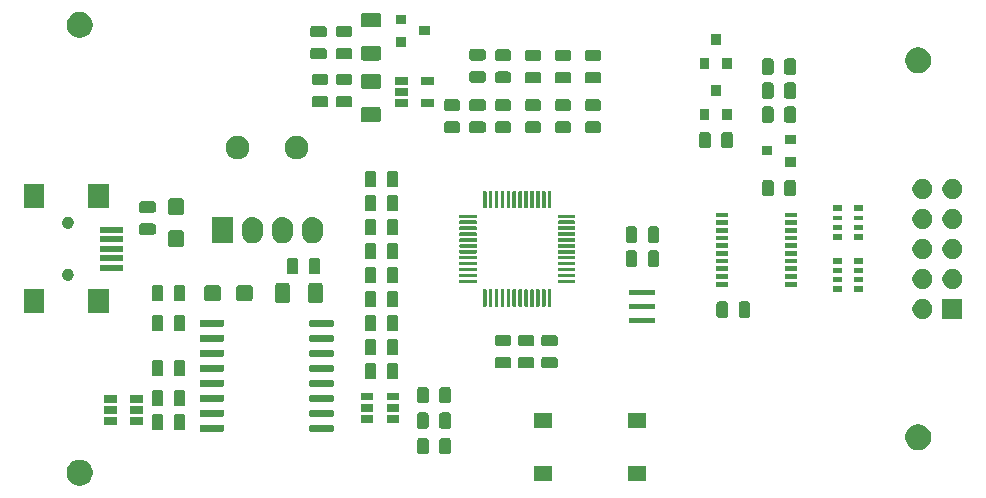
<source format=gbr>
G04 #@! TF.GenerationSoftware,KiCad,Pcbnew,(5.1.6)-1*
G04 #@! TF.CreationDate,2020-08-11T14:22:33+03:00*
G04 #@! TF.ProjectId,Black Magic Probe V2.0,426c6163-6b20-44d6-9167-69632050726f,rev?*
G04 #@! TF.SameCoordinates,Original*
G04 #@! TF.FileFunction,Soldermask,Top*
G04 #@! TF.FilePolarity,Negative*
%FSLAX46Y46*%
G04 Gerber Fmt 4.6, Leading zero omitted, Abs format (unit mm)*
G04 Created by KiCad (PCBNEW (5.1.6)-1) date 2020-08-11 14:22:33*
%MOMM*%
%LPD*%
G01*
G04 APERTURE LIST*
%ADD10C,0.100000*%
G04 APERTURE END LIST*
D10*
G36*
X113321152Y-117891311D02*
G01*
X113521516Y-117974305D01*
X113701846Y-118094798D01*
X113855202Y-118248154D01*
X113975695Y-118428484D01*
X114058689Y-118628848D01*
X114101000Y-118841561D01*
X114101000Y-119058439D01*
X114058689Y-119271152D01*
X113975695Y-119471516D01*
X113855202Y-119651846D01*
X113701846Y-119805202D01*
X113521516Y-119925695D01*
X113321152Y-120008689D01*
X113108439Y-120051000D01*
X112891561Y-120051000D01*
X112678848Y-120008689D01*
X112478484Y-119925695D01*
X112298154Y-119805202D01*
X112144798Y-119651846D01*
X112024305Y-119471516D01*
X111941311Y-119271152D01*
X111899000Y-119058439D01*
X111899000Y-118841561D01*
X111941311Y-118628848D01*
X112024305Y-118428484D01*
X112144798Y-118248154D01*
X112298154Y-118094798D01*
X112478484Y-117974305D01*
X112678848Y-117891311D01*
X112891561Y-117849000D01*
X113108439Y-117849000D01*
X113321152Y-117891311D01*
G37*
G36*
X153006000Y-119701000D02*
G01*
X151454000Y-119701000D01*
X151454000Y-118399000D01*
X153006000Y-118399000D01*
X153006000Y-119701000D01*
G37*
G36*
X160966000Y-119701000D02*
G01*
X159414000Y-119701000D01*
X159414000Y-118399000D01*
X160966000Y-118399000D01*
X160966000Y-119701000D01*
G37*
G36*
X144233407Y-116016669D02*
G01*
X144278753Y-116030425D01*
X144320549Y-116052765D01*
X144357176Y-116082824D01*
X144387235Y-116119451D01*
X144409575Y-116161247D01*
X144423331Y-116206593D01*
X144428000Y-116253996D01*
X144428000Y-117172004D01*
X144423331Y-117219407D01*
X144409575Y-117264753D01*
X144387235Y-117306549D01*
X144357176Y-117343176D01*
X144320549Y-117373235D01*
X144278753Y-117395575D01*
X144233407Y-117409331D01*
X144186004Y-117414000D01*
X143692996Y-117414000D01*
X143645593Y-117409331D01*
X143600247Y-117395575D01*
X143558451Y-117373235D01*
X143521824Y-117343176D01*
X143491765Y-117306549D01*
X143469425Y-117264753D01*
X143455669Y-117219407D01*
X143451000Y-117172004D01*
X143451000Y-116253996D01*
X143455669Y-116206593D01*
X143469425Y-116161247D01*
X143491765Y-116119451D01*
X143521824Y-116082824D01*
X143558451Y-116052765D01*
X143600247Y-116030425D01*
X143645593Y-116016669D01*
X143692996Y-116012000D01*
X144186004Y-116012000D01*
X144233407Y-116016669D01*
G37*
G36*
X142358407Y-116016669D02*
G01*
X142403753Y-116030425D01*
X142445549Y-116052765D01*
X142482176Y-116082824D01*
X142512235Y-116119451D01*
X142534575Y-116161247D01*
X142548331Y-116206593D01*
X142553000Y-116253996D01*
X142553000Y-117172004D01*
X142548331Y-117219407D01*
X142534575Y-117264753D01*
X142512235Y-117306549D01*
X142482176Y-117343176D01*
X142445549Y-117373235D01*
X142403753Y-117395575D01*
X142358407Y-117409331D01*
X142311004Y-117414000D01*
X141817996Y-117414000D01*
X141770593Y-117409331D01*
X141725247Y-117395575D01*
X141683451Y-117373235D01*
X141646824Y-117343176D01*
X141616765Y-117306549D01*
X141594425Y-117264753D01*
X141580669Y-117219407D01*
X141576000Y-117172004D01*
X141576000Y-116253996D01*
X141580669Y-116206593D01*
X141594425Y-116161247D01*
X141616765Y-116119451D01*
X141646824Y-116082824D01*
X141683451Y-116052765D01*
X141725247Y-116030425D01*
X141770593Y-116016669D01*
X141817996Y-116012000D01*
X142311004Y-116012000D01*
X142358407Y-116016669D01*
G37*
G36*
X184321152Y-114891311D02*
G01*
X184521516Y-114974305D01*
X184701846Y-115094798D01*
X184855202Y-115248154D01*
X184975695Y-115428484D01*
X185058689Y-115628848D01*
X185101000Y-115841561D01*
X185101000Y-116058439D01*
X185058689Y-116271152D01*
X184975695Y-116471516D01*
X184855202Y-116651846D01*
X184701846Y-116805202D01*
X184521516Y-116925695D01*
X184321152Y-117008689D01*
X184108439Y-117051000D01*
X183891561Y-117051000D01*
X183678848Y-117008689D01*
X183478484Y-116925695D01*
X183298154Y-116805202D01*
X183144798Y-116651846D01*
X183024305Y-116471516D01*
X182941311Y-116271152D01*
X182899000Y-116058439D01*
X182899000Y-115841561D01*
X182941311Y-115628848D01*
X183024305Y-115428484D01*
X183144798Y-115248154D01*
X183298154Y-115094798D01*
X183478484Y-114974305D01*
X183678848Y-114891311D01*
X183891561Y-114849000D01*
X184108439Y-114849000D01*
X184321152Y-114891311D01*
G37*
G36*
X125091868Y-114890868D02*
G01*
X125119626Y-114899288D01*
X125145215Y-114912965D01*
X125167635Y-114931365D01*
X125186035Y-114953785D01*
X125199712Y-114979374D01*
X125208132Y-115007132D01*
X125211000Y-115036246D01*
X125211000Y-115341754D01*
X125208132Y-115370868D01*
X125199712Y-115398626D01*
X125186035Y-115424215D01*
X125167635Y-115446635D01*
X125145215Y-115465035D01*
X125119626Y-115478712D01*
X125091868Y-115487132D01*
X125062754Y-115490000D01*
X123307246Y-115490000D01*
X123278132Y-115487132D01*
X123250374Y-115478712D01*
X123224785Y-115465035D01*
X123202365Y-115446635D01*
X123183965Y-115424215D01*
X123170288Y-115398626D01*
X123161868Y-115370868D01*
X123159000Y-115341754D01*
X123159000Y-115036246D01*
X123161868Y-115007132D01*
X123170288Y-114979374D01*
X123183965Y-114953785D01*
X123202365Y-114931365D01*
X123224785Y-114912965D01*
X123250374Y-114899288D01*
X123278132Y-114890868D01*
X123307246Y-114888000D01*
X125062754Y-114888000D01*
X125091868Y-114890868D01*
G37*
G36*
X134391868Y-114890868D02*
G01*
X134419626Y-114899288D01*
X134445215Y-114912965D01*
X134467635Y-114931365D01*
X134486035Y-114953785D01*
X134499712Y-114979374D01*
X134508132Y-115007132D01*
X134511000Y-115036246D01*
X134511000Y-115341754D01*
X134508132Y-115370868D01*
X134499712Y-115398626D01*
X134486035Y-115424215D01*
X134467635Y-115446635D01*
X134445215Y-115465035D01*
X134419626Y-115478712D01*
X134391868Y-115487132D01*
X134362754Y-115490000D01*
X132607246Y-115490000D01*
X132578132Y-115487132D01*
X132550374Y-115478712D01*
X132524785Y-115465035D01*
X132502365Y-115446635D01*
X132483965Y-115424215D01*
X132470288Y-115398626D01*
X132461868Y-115370868D01*
X132459000Y-115341754D01*
X132459000Y-115036246D01*
X132461868Y-115007132D01*
X132470288Y-114979374D01*
X132483965Y-114953785D01*
X132502365Y-114931365D01*
X132524785Y-114912965D01*
X132550374Y-114899288D01*
X132578132Y-114890868D01*
X132607246Y-114888000D01*
X134362754Y-114888000D01*
X134391868Y-114890868D01*
G37*
G36*
X119891407Y-113984669D02*
G01*
X119936753Y-113998425D01*
X119978549Y-114020765D01*
X120015176Y-114050824D01*
X120045235Y-114087451D01*
X120067575Y-114129247D01*
X120081331Y-114174593D01*
X120086000Y-114221996D01*
X120086000Y-115140004D01*
X120081331Y-115187407D01*
X120067575Y-115232753D01*
X120045235Y-115274549D01*
X120015176Y-115311176D01*
X119978549Y-115341235D01*
X119936753Y-115363575D01*
X119891407Y-115377331D01*
X119844004Y-115382000D01*
X119350996Y-115382000D01*
X119303593Y-115377331D01*
X119258247Y-115363575D01*
X119216451Y-115341235D01*
X119179824Y-115311176D01*
X119149765Y-115274549D01*
X119127425Y-115232753D01*
X119113669Y-115187407D01*
X119109000Y-115140004D01*
X119109000Y-114221996D01*
X119113669Y-114174593D01*
X119127425Y-114129247D01*
X119149765Y-114087451D01*
X119179824Y-114050824D01*
X119216451Y-114020765D01*
X119258247Y-113998425D01*
X119303593Y-113984669D01*
X119350996Y-113980000D01*
X119844004Y-113980000D01*
X119891407Y-113984669D01*
G37*
G36*
X121766407Y-113984669D02*
G01*
X121811753Y-113998425D01*
X121853549Y-114020765D01*
X121890176Y-114050824D01*
X121920235Y-114087451D01*
X121942575Y-114129247D01*
X121956331Y-114174593D01*
X121961000Y-114221996D01*
X121961000Y-115140004D01*
X121956331Y-115187407D01*
X121942575Y-115232753D01*
X121920235Y-115274549D01*
X121890176Y-115311176D01*
X121853549Y-115341235D01*
X121811753Y-115363575D01*
X121766407Y-115377331D01*
X121719004Y-115382000D01*
X121225996Y-115382000D01*
X121178593Y-115377331D01*
X121133247Y-115363575D01*
X121091451Y-115341235D01*
X121054824Y-115311176D01*
X121024765Y-115274549D01*
X121002425Y-115232753D01*
X120988669Y-115187407D01*
X120984000Y-115140004D01*
X120984000Y-114221996D01*
X120988669Y-114174593D01*
X121002425Y-114129247D01*
X121024765Y-114087451D01*
X121054824Y-114050824D01*
X121091451Y-114020765D01*
X121133247Y-113998425D01*
X121178593Y-113984669D01*
X121225996Y-113980000D01*
X121719004Y-113980000D01*
X121766407Y-113984669D01*
G37*
G36*
X144233407Y-113857669D02*
G01*
X144278753Y-113871425D01*
X144320549Y-113893765D01*
X144357176Y-113923824D01*
X144387235Y-113960451D01*
X144409575Y-114002247D01*
X144423331Y-114047593D01*
X144428000Y-114094996D01*
X144428000Y-115013004D01*
X144423331Y-115060407D01*
X144409575Y-115105753D01*
X144387235Y-115147549D01*
X144357176Y-115184176D01*
X144320549Y-115214235D01*
X144278753Y-115236575D01*
X144233407Y-115250331D01*
X144186004Y-115255000D01*
X143692996Y-115255000D01*
X143645593Y-115250331D01*
X143600247Y-115236575D01*
X143558451Y-115214235D01*
X143521824Y-115184176D01*
X143491765Y-115147549D01*
X143469425Y-115105753D01*
X143455669Y-115060407D01*
X143451000Y-115013004D01*
X143451000Y-114094996D01*
X143455669Y-114047593D01*
X143469425Y-114002247D01*
X143491765Y-113960451D01*
X143521824Y-113923824D01*
X143558451Y-113893765D01*
X143600247Y-113871425D01*
X143645593Y-113857669D01*
X143692996Y-113853000D01*
X144186004Y-113853000D01*
X144233407Y-113857669D01*
G37*
G36*
X142358407Y-113857669D02*
G01*
X142403753Y-113871425D01*
X142445549Y-113893765D01*
X142482176Y-113923824D01*
X142512235Y-113960451D01*
X142534575Y-114002247D01*
X142548331Y-114047593D01*
X142553000Y-114094996D01*
X142553000Y-115013004D01*
X142548331Y-115060407D01*
X142534575Y-115105753D01*
X142512235Y-115147549D01*
X142482176Y-115184176D01*
X142445549Y-115214235D01*
X142403753Y-115236575D01*
X142358407Y-115250331D01*
X142311004Y-115255000D01*
X141817996Y-115255000D01*
X141770593Y-115250331D01*
X141725247Y-115236575D01*
X141683451Y-115214235D01*
X141646824Y-115184176D01*
X141616765Y-115147549D01*
X141594425Y-115105753D01*
X141580669Y-115060407D01*
X141576000Y-115013004D01*
X141576000Y-114094996D01*
X141580669Y-114047593D01*
X141594425Y-114002247D01*
X141616765Y-113960451D01*
X141646824Y-113923824D01*
X141683451Y-113893765D01*
X141725247Y-113871425D01*
X141770593Y-113857669D01*
X141817996Y-113853000D01*
X142311004Y-113853000D01*
X142358407Y-113857669D01*
G37*
G36*
X153006000Y-115201000D02*
G01*
X151454000Y-115201000D01*
X151454000Y-113899000D01*
X153006000Y-113899000D01*
X153006000Y-115201000D01*
G37*
G36*
X160966000Y-115201000D02*
G01*
X159414000Y-115201000D01*
X159414000Y-113899000D01*
X160966000Y-113899000D01*
X160966000Y-115201000D01*
G37*
G36*
X116144000Y-114941000D02*
G01*
X115082000Y-114941000D01*
X115082000Y-114289000D01*
X116144000Y-114289000D01*
X116144000Y-114941000D01*
G37*
G36*
X118344000Y-114941000D02*
G01*
X117282000Y-114941000D01*
X117282000Y-114289000D01*
X118344000Y-114289000D01*
X118344000Y-114941000D01*
G37*
G36*
X140066000Y-114746000D02*
G01*
X139004000Y-114746000D01*
X139004000Y-114094000D01*
X140066000Y-114094000D01*
X140066000Y-114746000D01*
G37*
G36*
X137866000Y-114746000D02*
G01*
X136804000Y-114746000D01*
X136804000Y-114094000D01*
X137866000Y-114094000D01*
X137866000Y-114746000D01*
G37*
G36*
X134391868Y-113620868D02*
G01*
X134419626Y-113629288D01*
X134445215Y-113642965D01*
X134467635Y-113661365D01*
X134486035Y-113683785D01*
X134499712Y-113709374D01*
X134508132Y-113737132D01*
X134511000Y-113766246D01*
X134511000Y-114071754D01*
X134508132Y-114100868D01*
X134499712Y-114128626D01*
X134486035Y-114154215D01*
X134467635Y-114176635D01*
X134445215Y-114195035D01*
X134419626Y-114208712D01*
X134391868Y-114217132D01*
X134362754Y-114220000D01*
X132607246Y-114220000D01*
X132578132Y-114217132D01*
X132550374Y-114208712D01*
X132524785Y-114195035D01*
X132502365Y-114176635D01*
X132483965Y-114154215D01*
X132470288Y-114128626D01*
X132461868Y-114100868D01*
X132459000Y-114071754D01*
X132459000Y-113766246D01*
X132461868Y-113737132D01*
X132470288Y-113709374D01*
X132483965Y-113683785D01*
X132502365Y-113661365D01*
X132524785Y-113642965D01*
X132550374Y-113629288D01*
X132578132Y-113620868D01*
X132607246Y-113618000D01*
X134362754Y-113618000D01*
X134391868Y-113620868D01*
G37*
G36*
X125091868Y-113620868D02*
G01*
X125119626Y-113629288D01*
X125145215Y-113642965D01*
X125167635Y-113661365D01*
X125186035Y-113683785D01*
X125199712Y-113709374D01*
X125208132Y-113737132D01*
X125211000Y-113766246D01*
X125211000Y-114071754D01*
X125208132Y-114100868D01*
X125199712Y-114128626D01*
X125186035Y-114154215D01*
X125167635Y-114176635D01*
X125145215Y-114195035D01*
X125119626Y-114208712D01*
X125091868Y-114217132D01*
X125062754Y-114220000D01*
X123307246Y-114220000D01*
X123278132Y-114217132D01*
X123250374Y-114208712D01*
X123224785Y-114195035D01*
X123202365Y-114176635D01*
X123183965Y-114154215D01*
X123170288Y-114128626D01*
X123161868Y-114100868D01*
X123159000Y-114071754D01*
X123159000Y-113766246D01*
X123161868Y-113737132D01*
X123170288Y-113709374D01*
X123183965Y-113683785D01*
X123202365Y-113661365D01*
X123224785Y-113642965D01*
X123250374Y-113629288D01*
X123278132Y-113620868D01*
X123307246Y-113618000D01*
X125062754Y-113618000D01*
X125091868Y-113620868D01*
G37*
G36*
X118344000Y-113991000D02*
G01*
X117282000Y-113991000D01*
X117282000Y-113339000D01*
X118344000Y-113339000D01*
X118344000Y-113991000D01*
G37*
G36*
X116144000Y-113991000D02*
G01*
X115082000Y-113991000D01*
X115082000Y-113339000D01*
X116144000Y-113339000D01*
X116144000Y-113991000D01*
G37*
G36*
X140066000Y-113796000D02*
G01*
X139004000Y-113796000D01*
X139004000Y-113144000D01*
X140066000Y-113144000D01*
X140066000Y-113796000D01*
G37*
G36*
X137866000Y-113796000D02*
G01*
X136804000Y-113796000D01*
X136804000Y-113144000D01*
X137866000Y-113144000D01*
X137866000Y-113796000D01*
G37*
G36*
X121766407Y-111952669D02*
G01*
X121811753Y-111966425D01*
X121853549Y-111988765D01*
X121890176Y-112018824D01*
X121920235Y-112055451D01*
X121942575Y-112097247D01*
X121956331Y-112142593D01*
X121961000Y-112189996D01*
X121961000Y-113108004D01*
X121956331Y-113155407D01*
X121942575Y-113200753D01*
X121920235Y-113242549D01*
X121890176Y-113279176D01*
X121853549Y-113309235D01*
X121811753Y-113331575D01*
X121766407Y-113345331D01*
X121719004Y-113350000D01*
X121225996Y-113350000D01*
X121178593Y-113345331D01*
X121133247Y-113331575D01*
X121091451Y-113309235D01*
X121054824Y-113279176D01*
X121024765Y-113242549D01*
X121002425Y-113200753D01*
X120988669Y-113155407D01*
X120984000Y-113108004D01*
X120984000Y-112189996D01*
X120988669Y-112142593D01*
X121002425Y-112097247D01*
X121024765Y-112055451D01*
X121054824Y-112018824D01*
X121091451Y-111988765D01*
X121133247Y-111966425D01*
X121178593Y-111952669D01*
X121225996Y-111948000D01*
X121719004Y-111948000D01*
X121766407Y-111952669D01*
G37*
G36*
X119891407Y-111952669D02*
G01*
X119936753Y-111966425D01*
X119978549Y-111988765D01*
X120015176Y-112018824D01*
X120045235Y-112055451D01*
X120067575Y-112097247D01*
X120081331Y-112142593D01*
X120086000Y-112189996D01*
X120086000Y-113108004D01*
X120081331Y-113155407D01*
X120067575Y-113200753D01*
X120045235Y-113242549D01*
X120015176Y-113279176D01*
X119978549Y-113309235D01*
X119936753Y-113331575D01*
X119891407Y-113345331D01*
X119844004Y-113350000D01*
X119350996Y-113350000D01*
X119303593Y-113345331D01*
X119258247Y-113331575D01*
X119216451Y-113309235D01*
X119179824Y-113279176D01*
X119149765Y-113242549D01*
X119127425Y-113200753D01*
X119113669Y-113155407D01*
X119109000Y-113108004D01*
X119109000Y-112189996D01*
X119113669Y-112142593D01*
X119127425Y-112097247D01*
X119149765Y-112055451D01*
X119179824Y-112018824D01*
X119216451Y-111988765D01*
X119258247Y-111966425D01*
X119303593Y-111952669D01*
X119350996Y-111948000D01*
X119844004Y-111948000D01*
X119891407Y-111952669D01*
G37*
G36*
X144233407Y-111698669D02*
G01*
X144278753Y-111712425D01*
X144320549Y-111734765D01*
X144357176Y-111764824D01*
X144387235Y-111801451D01*
X144409575Y-111843247D01*
X144423331Y-111888593D01*
X144428000Y-111935996D01*
X144428000Y-112854004D01*
X144423331Y-112901407D01*
X144409575Y-112946753D01*
X144387235Y-112988549D01*
X144357176Y-113025176D01*
X144320549Y-113055235D01*
X144278753Y-113077575D01*
X144233407Y-113091331D01*
X144186004Y-113096000D01*
X143692996Y-113096000D01*
X143645593Y-113091331D01*
X143600247Y-113077575D01*
X143558451Y-113055235D01*
X143521824Y-113025176D01*
X143491765Y-112988549D01*
X143469425Y-112946753D01*
X143455669Y-112901407D01*
X143451000Y-112854004D01*
X143451000Y-111935996D01*
X143455669Y-111888593D01*
X143469425Y-111843247D01*
X143491765Y-111801451D01*
X143521824Y-111764824D01*
X143558451Y-111734765D01*
X143600247Y-111712425D01*
X143645593Y-111698669D01*
X143692996Y-111694000D01*
X144186004Y-111694000D01*
X144233407Y-111698669D01*
G37*
G36*
X142358407Y-111698669D02*
G01*
X142403753Y-111712425D01*
X142445549Y-111734765D01*
X142482176Y-111764824D01*
X142512235Y-111801451D01*
X142534575Y-111843247D01*
X142548331Y-111888593D01*
X142553000Y-111935996D01*
X142553000Y-112854004D01*
X142548331Y-112901407D01*
X142534575Y-112946753D01*
X142512235Y-112988549D01*
X142482176Y-113025176D01*
X142445549Y-113055235D01*
X142403753Y-113077575D01*
X142358407Y-113091331D01*
X142311004Y-113096000D01*
X141817996Y-113096000D01*
X141770593Y-113091331D01*
X141725247Y-113077575D01*
X141683451Y-113055235D01*
X141646824Y-113025176D01*
X141616765Y-112988549D01*
X141594425Y-112946753D01*
X141580669Y-112901407D01*
X141576000Y-112854004D01*
X141576000Y-111935996D01*
X141580669Y-111888593D01*
X141594425Y-111843247D01*
X141616765Y-111801451D01*
X141646824Y-111764824D01*
X141683451Y-111734765D01*
X141725247Y-111712425D01*
X141770593Y-111698669D01*
X141817996Y-111694000D01*
X142311004Y-111694000D01*
X142358407Y-111698669D01*
G37*
G36*
X118344000Y-113041000D02*
G01*
X117282000Y-113041000D01*
X117282000Y-112389000D01*
X118344000Y-112389000D01*
X118344000Y-113041000D01*
G37*
G36*
X116144000Y-113041000D02*
G01*
X115082000Y-113041000D01*
X115082000Y-112389000D01*
X116144000Y-112389000D01*
X116144000Y-113041000D01*
G37*
G36*
X125091868Y-112350868D02*
G01*
X125119626Y-112359288D01*
X125145215Y-112372965D01*
X125167635Y-112391365D01*
X125186035Y-112413785D01*
X125199712Y-112439374D01*
X125208132Y-112467132D01*
X125211000Y-112496246D01*
X125211000Y-112801754D01*
X125208132Y-112830868D01*
X125199712Y-112858626D01*
X125186035Y-112884215D01*
X125167635Y-112906635D01*
X125145215Y-112925035D01*
X125119626Y-112938712D01*
X125091868Y-112947132D01*
X125062754Y-112950000D01*
X123307246Y-112950000D01*
X123278132Y-112947132D01*
X123250374Y-112938712D01*
X123224785Y-112925035D01*
X123202365Y-112906635D01*
X123183965Y-112884215D01*
X123170288Y-112858626D01*
X123161868Y-112830868D01*
X123159000Y-112801754D01*
X123159000Y-112496246D01*
X123161868Y-112467132D01*
X123170288Y-112439374D01*
X123183965Y-112413785D01*
X123202365Y-112391365D01*
X123224785Y-112372965D01*
X123250374Y-112359288D01*
X123278132Y-112350868D01*
X123307246Y-112348000D01*
X125062754Y-112348000D01*
X125091868Y-112350868D01*
G37*
G36*
X134391868Y-112350868D02*
G01*
X134419626Y-112359288D01*
X134445215Y-112372965D01*
X134467635Y-112391365D01*
X134486035Y-112413785D01*
X134499712Y-112439374D01*
X134508132Y-112467132D01*
X134511000Y-112496246D01*
X134511000Y-112801754D01*
X134508132Y-112830868D01*
X134499712Y-112858626D01*
X134486035Y-112884215D01*
X134467635Y-112906635D01*
X134445215Y-112925035D01*
X134419626Y-112938712D01*
X134391868Y-112947132D01*
X134362754Y-112950000D01*
X132607246Y-112950000D01*
X132578132Y-112947132D01*
X132550374Y-112938712D01*
X132524785Y-112925035D01*
X132502365Y-112906635D01*
X132483965Y-112884215D01*
X132470288Y-112858626D01*
X132461868Y-112830868D01*
X132459000Y-112801754D01*
X132459000Y-112496246D01*
X132461868Y-112467132D01*
X132470288Y-112439374D01*
X132483965Y-112413785D01*
X132502365Y-112391365D01*
X132524785Y-112372965D01*
X132550374Y-112359288D01*
X132578132Y-112350868D01*
X132607246Y-112348000D01*
X134362754Y-112348000D01*
X134391868Y-112350868D01*
G37*
G36*
X137866000Y-112846000D02*
G01*
X136804000Y-112846000D01*
X136804000Y-112194000D01*
X137866000Y-112194000D01*
X137866000Y-112846000D01*
G37*
G36*
X140066000Y-112846000D02*
G01*
X139004000Y-112846000D01*
X139004000Y-112194000D01*
X140066000Y-112194000D01*
X140066000Y-112846000D01*
G37*
G36*
X134391868Y-111080868D02*
G01*
X134419626Y-111089288D01*
X134445215Y-111102965D01*
X134467635Y-111121365D01*
X134486035Y-111143785D01*
X134499712Y-111169374D01*
X134508132Y-111197132D01*
X134511000Y-111226246D01*
X134511000Y-111531754D01*
X134508132Y-111560868D01*
X134499712Y-111588626D01*
X134486035Y-111614215D01*
X134467635Y-111636635D01*
X134445215Y-111655035D01*
X134419626Y-111668712D01*
X134391868Y-111677132D01*
X134362754Y-111680000D01*
X132607246Y-111680000D01*
X132578132Y-111677132D01*
X132550374Y-111668712D01*
X132524785Y-111655035D01*
X132502365Y-111636635D01*
X132483965Y-111614215D01*
X132470288Y-111588626D01*
X132461868Y-111560868D01*
X132459000Y-111531754D01*
X132459000Y-111226246D01*
X132461868Y-111197132D01*
X132470288Y-111169374D01*
X132483965Y-111143785D01*
X132502365Y-111121365D01*
X132524785Y-111102965D01*
X132550374Y-111089288D01*
X132578132Y-111080868D01*
X132607246Y-111078000D01*
X134362754Y-111078000D01*
X134391868Y-111080868D01*
G37*
G36*
X125091868Y-111080868D02*
G01*
X125119626Y-111089288D01*
X125145215Y-111102965D01*
X125167635Y-111121365D01*
X125186035Y-111143785D01*
X125199712Y-111169374D01*
X125208132Y-111197132D01*
X125211000Y-111226246D01*
X125211000Y-111531754D01*
X125208132Y-111560868D01*
X125199712Y-111588626D01*
X125186035Y-111614215D01*
X125167635Y-111636635D01*
X125145215Y-111655035D01*
X125119626Y-111668712D01*
X125091868Y-111677132D01*
X125062754Y-111680000D01*
X123307246Y-111680000D01*
X123278132Y-111677132D01*
X123250374Y-111668712D01*
X123224785Y-111655035D01*
X123202365Y-111636635D01*
X123183965Y-111614215D01*
X123170288Y-111588626D01*
X123161868Y-111560868D01*
X123159000Y-111531754D01*
X123159000Y-111226246D01*
X123161868Y-111197132D01*
X123170288Y-111169374D01*
X123183965Y-111143785D01*
X123202365Y-111121365D01*
X123224785Y-111102965D01*
X123250374Y-111089288D01*
X123278132Y-111080868D01*
X123307246Y-111078000D01*
X125062754Y-111078000D01*
X125091868Y-111080868D01*
G37*
G36*
X137913407Y-109666669D02*
G01*
X137958753Y-109680425D01*
X138000549Y-109702765D01*
X138037176Y-109732824D01*
X138067235Y-109769451D01*
X138089575Y-109811247D01*
X138103331Y-109856593D01*
X138108000Y-109903996D01*
X138108000Y-110822004D01*
X138103331Y-110869407D01*
X138089575Y-110914753D01*
X138067235Y-110956549D01*
X138037176Y-110993176D01*
X138000549Y-111023235D01*
X137958753Y-111045575D01*
X137913407Y-111059331D01*
X137866004Y-111064000D01*
X137372996Y-111064000D01*
X137325593Y-111059331D01*
X137280247Y-111045575D01*
X137238451Y-111023235D01*
X137201824Y-110993176D01*
X137171765Y-110956549D01*
X137149425Y-110914753D01*
X137135669Y-110869407D01*
X137131000Y-110822004D01*
X137131000Y-109903996D01*
X137135669Y-109856593D01*
X137149425Y-109811247D01*
X137171765Y-109769451D01*
X137201824Y-109732824D01*
X137238451Y-109702765D01*
X137280247Y-109680425D01*
X137325593Y-109666669D01*
X137372996Y-109662000D01*
X137866004Y-109662000D01*
X137913407Y-109666669D01*
G37*
G36*
X139788407Y-109666669D02*
G01*
X139833753Y-109680425D01*
X139875549Y-109702765D01*
X139912176Y-109732824D01*
X139942235Y-109769451D01*
X139964575Y-109811247D01*
X139978331Y-109856593D01*
X139983000Y-109903996D01*
X139983000Y-110822004D01*
X139978331Y-110869407D01*
X139964575Y-110914753D01*
X139942235Y-110956549D01*
X139912176Y-110993176D01*
X139875549Y-111023235D01*
X139833753Y-111045575D01*
X139788407Y-111059331D01*
X139741004Y-111064000D01*
X139247996Y-111064000D01*
X139200593Y-111059331D01*
X139155247Y-111045575D01*
X139113451Y-111023235D01*
X139076824Y-110993176D01*
X139046765Y-110956549D01*
X139024425Y-110914753D01*
X139010669Y-110869407D01*
X139006000Y-110822004D01*
X139006000Y-109903996D01*
X139010669Y-109856593D01*
X139024425Y-109811247D01*
X139046765Y-109769451D01*
X139076824Y-109732824D01*
X139113451Y-109702765D01*
X139155247Y-109680425D01*
X139200593Y-109666669D01*
X139247996Y-109662000D01*
X139741004Y-109662000D01*
X139788407Y-109666669D01*
G37*
G36*
X119879407Y-109412669D02*
G01*
X119924753Y-109426425D01*
X119966549Y-109448765D01*
X120003176Y-109478824D01*
X120033235Y-109515451D01*
X120055575Y-109557247D01*
X120069331Y-109602593D01*
X120074000Y-109649996D01*
X120074000Y-110568004D01*
X120069331Y-110615407D01*
X120055575Y-110660753D01*
X120033235Y-110702549D01*
X120003176Y-110739176D01*
X119966549Y-110769235D01*
X119924753Y-110791575D01*
X119879407Y-110805331D01*
X119832004Y-110810000D01*
X119338996Y-110810000D01*
X119291593Y-110805331D01*
X119246247Y-110791575D01*
X119204451Y-110769235D01*
X119167824Y-110739176D01*
X119137765Y-110702549D01*
X119115425Y-110660753D01*
X119101669Y-110615407D01*
X119097000Y-110568004D01*
X119097000Y-109649996D01*
X119101669Y-109602593D01*
X119115425Y-109557247D01*
X119137765Y-109515451D01*
X119167824Y-109478824D01*
X119204451Y-109448765D01*
X119246247Y-109426425D01*
X119291593Y-109412669D01*
X119338996Y-109408000D01*
X119832004Y-109408000D01*
X119879407Y-109412669D01*
G37*
G36*
X121754407Y-109412669D02*
G01*
X121799753Y-109426425D01*
X121841549Y-109448765D01*
X121878176Y-109478824D01*
X121908235Y-109515451D01*
X121930575Y-109557247D01*
X121944331Y-109602593D01*
X121949000Y-109649996D01*
X121949000Y-110568004D01*
X121944331Y-110615407D01*
X121930575Y-110660753D01*
X121908235Y-110702549D01*
X121878176Y-110739176D01*
X121841549Y-110769235D01*
X121799753Y-110791575D01*
X121754407Y-110805331D01*
X121707004Y-110810000D01*
X121213996Y-110810000D01*
X121166593Y-110805331D01*
X121121247Y-110791575D01*
X121079451Y-110769235D01*
X121042824Y-110739176D01*
X121012765Y-110702549D01*
X120990425Y-110660753D01*
X120976669Y-110615407D01*
X120972000Y-110568004D01*
X120972000Y-109649996D01*
X120976669Y-109602593D01*
X120990425Y-109557247D01*
X121012765Y-109515451D01*
X121042824Y-109478824D01*
X121079451Y-109448765D01*
X121121247Y-109426425D01*
X121166593Y-109412669D01*
X121213996Y-109408000D01*
X121707004Y-109408000D01*
X121754407Y-109412669D01*
G37*
G36*
X134391868Y-109810868D02*
G01*
X134419626Y-109819288D01*
X134445215Y-109832965D01*
X134467635Y-109851365D01*
X134486035Y-109873785D01*
X134499712Y-109899374D01*
X134508132Y-109927132D01*
X134511000Y-109956246D01*
X134511000Y-110261754D01*
X134508132Y-110290868D01*
X134499712Y-110318626D01*
X134486035Y-110344215D01*
X134467635Y-110366635D01*
X134445215Y-110385035D01*
X134419626Y-110398712D01*
X134391868Y-110407132D01*
X134362754Y-110410000D01*
X132607246Y-110410000D01*
X132578132Y-110407132D01*
X132550374Y-110398712D01*
X132524785Y-110385035D01*
X132502365Y-110366635D01*
X132483965Y-110344215D01*
X132470288Y-110318626D01*
X132461868Y-110290868D01*
X132459000Y-110261754D01*
X132459000Y-109956246D01*
X132461868Y-109927132D01*
X132470288Y-109899374D01*
X132483965Y-109873785D01*
X132502365Y-109851365D01*
X132524785Y-109832965D01*
X132550374Y-109819288D01*
X132578132Y-109810868D01*
X132607246Y-109808000D01*
X134362754Y-109808000D01*
X134391868Y-109810868D01*
G37*
G36*
X125091868Y-109810868D02*
G01*
X125119626Y-109819288D01*
X125145215Y-109832965D01*
X125167635Y-109851365D01*
X125186035Y-109873785D01*
X125199712Y-109899374D01*
X125208132Y-109927132D01*
X125211000Y-109956246D01*
X125211000Y-110261754D01*
X125208132Y-110290868D01*
X125199712Y-110318626D01*
X125186035Y-110344215D01*
X125167635Y-110366635D01*
X125145215Y-110385035D01*
X125119626Y-110398712D01*
X125091868Y-110407132D01*
X125062754Y-110410000D01*
X123307246Y-110410000D01*
X123278132Y-110407132D01*
X123250374Y-110398712D01*
X123224785Y-110385035D01*
X123202365Y-110366635D01*
X123183965Y-110344215D01*
X123170288Y-110318626D01*
X123161868Y-110290868D01*
X123159000Y-110261754D01*
X123159000Y-109956246D01*
X123161868Y-109927132D01*
X123170288Y-109899374D01*
X123183965Y-109873785D01*
X123202365Y-109851365D01*
X123224785Y-109832965D01*
X123250374Y-109819288D01*
X123278132Y-109810868D01*
X123307246Y-109808000D01*
X125062754Y-109808000D01*
X125091868Y-109810868D01*
G37*
G36*
X153287407Y-109165669D02*
G01*
X153332753Y-109179425D01*
X153374549Y-109201765D01*
X153411176Y-109231824D01*
X153441235Y-109268451D01*
X153463575Y-109310247D01*
X153477331Y-109355593D01*
X153482000Y-109402996D01*
X153482000Y-109896004D01*
X153477331Y-109943407D01*
X153463575Y-109988753D01*
X153441235Y-110030549D01*
X153411176Y-110067176D01*
X153374549Y-110097235D01*
X153332753Y-110119575D01*
X153287407Y-110133331D01*
X153240004Y-110138000D01*
X152321996Y-110138000D01*
X152274593Y-110133331D01*
X152229247Y-110119575D01*
X152187451Y-110097235D01*
X152150824Y-110067176D01*
X152120765Y-110030549D01*
X152098425Y-109988753D01*
X152084669Y-109943407D01*
X152080000Y-109896004D01*
X152080000Y-109402996D01*
X152084669Y-109355593D01*
X152098425Y-109310247D01*
X152120765Y-109268451D01*
X152150824Y-109231824D01*
X152187451Y-109201765D01*
X152229247Y-109179425D01*
X152274593Y-109165669D01*
X152321996Y-109161000D01*
X153240004Y-109161000D01*
X153287407Y-109165669D01*
G37*
G36*
X149350407Y-109165669D02*
G01*
X149395753Y-109179425D01*
X149437549Y-109201765D01*
X149474176Y-109231824D01*
X149504235Y-109268451D01*
X149526575Y-109310247D01*
X149540331Y-109355593D01*
X149545000Y-109402996D01*
X149545000Y-109896004D01*
X149540331Y-109943407D01*
X149526575Y-109988753D01*
X149504235Y-110030549D01*
X149474176Y-110067176D01*
X149437549Y-110097235D01*
X149395753Y-110119575D01*
X149350407Y-110133331D01*
X149303004Y-110138000D01*
X148384996Y-110138000D01*
X148337593Y-110133331D01*
X148292247Y-110119575D01*
X148250451Y-110097235D01*
X148213824Y-110067176D01*
X148183765Y-110030549D01*
X148161425Y-109988753D01*
X148147669Y-109943407D01*
X148143000Y-109896004D01*
X148143000Y-109402996D01*
X148147669Y-109355593D01*
X148161425Y-109310247D01*
X148183765Y-109268451D01*
X148213824Y-109231824D01*
X148250451Y-109201765D01*
X148292247Y-109179425D01*
X148337593Y-109165669D01*
X148384996Y-109161000D01*
X149303004Y-109161000D01*
X149350407Y-109165669D01*
G37*
G36*
X151318907Y-109165669D02*
G01*
X151364253Y-109179425D01*
X151406049Y-109201765D01*
X151442676Y-109231824D01*
X151472735Y-109268451D01*
X151495075Y-109310247D01*
X151508831Y-109355593D01*
X151513500Y-109402996D01*
X151513500Y-109896004D01*
X151508831Y-109943407D01*
X151495075Y-109988753D01*
X151472735Y-110030549D01*
X151442676Y-110067176D01*
X151406049Y-110097235D01*
X151364253Y-110119575D01*
X151318907Y-110133331D01*
X151271504Y-110138000D01*
X150353496Y-110138000D01*
X150306093Y-110133331D01*
X150260747Y-110119575D01*
X150218951Y-110097235D01*
X150182324Y-110067176D01*
X150152265Y-110030549D01*
X150129925Y-109988753D01*
X150116169Y-109943407D01*
X150111500Y-109896004D01*
X150111500Y-109402996D01*
X150116169Y-109355593D01*
X150129925Y-109310247D01*
X150152265Y-109268451D01*
X150182324Y-109231824D01*
X150218951Y-109201765D01*
X150260747Y-109179425D01*
X150306093Y-109165669D01*
X150353496Y-109161000D01*
X151271504Y-109161000D01*
X151318907Y-109165669D01*
G37*
G36*
X134391868Y-108540868D02*
G01*
X134419626Y-108549288D01*
X134445215Y-108562965D01*
X134467635Y-108581365D01*
X134486035Y-108603785D01*
X134499712Y-108629374D01*
X134508132Y-108657132D01*
X134511000Y-108686246D01*
X134511000Y-108991754D01*
X134508132Y-109020868D01*
X134499712Y-109048626D01*
X134486035Y-109074215D01*
X134467635Y-109096635D01*
X134445215Y-109115035D01*
X134419626Y-109128712D01*
X134391868Y-109137132D01*
X134362754Y-109140000D01*
X132607246Y-109140000D01*
X132578132Y-109137132D01*
X132550374Y-109128712D01*
X132524785Y-109115035D01*
X132502365Y-109096635D01*
X132483965Y-109074215D01*
X132470288Y-109048626D01*
X132461868Y-109020868D01*
X132459000Y-108991754D01*
X132459000Y-108686246D01*
X132461868Y-108657132D01*
X132470288Y-108629374D01*
X132483965Y-108603785D01*
X132502365Y-108581365D01*
X132524785Y-108562965D01*
X132550374Y-108549288D01*
X132578132Y-108540868D01*
X132607246Y-108538000D01*
X134362754Y-108538000D01*
X134391868Y-108540868D01*
G37*
G36*
X125091868Y-108540868D02*
G01*
X125119626Y-108549288D01*
X125145215Y-108562965D01*
X125167635Y-108581365D01*
X125186035Y-108603785D01*
X125199712Y-108629374D01*
X125208132Y-108657132D01*
X125211000Y-108686246D01*
X125211000Y-108991754D01*
X125208132Y-109020868D01*
X125199712Y-109048626D01*
X125186035Y-109074215D01*
X125167635Y-109096635D01*
X125145215Y-109115035D01*
X125119626Y-109128712D01*
X125091868Y-109137132D01*
X125062754Y-109140000D01*
X123307246Y-109140000D01*
X123278132Y-109137132D01*
X123250374Y-109128712D01*
X123224785Y-109115035D01*
X123202365Y-109096635D01*
X123183965Y-109074215D01*
X123170288Y-109048626D01*
X123161868Y-109020868D01*
X123159000Y-108991754D01*
X123159000Y-108686246D01*
X123161868Y-108657132D01*
X123170288Y-108629374D01*
X123183965Y-108603785D01*
X123202365Y-108581365D01*
X123224785Y-108562965D01*
X123250374Y-108549288D01*
X123278132Y-108540868D01*
X123307246Y-108538000D01*
X125062754Y-108538000D01*
X125091868Y-108540868D01*
G37*
G36*
X139788407Y-107634669D02*
G01*
X139833753Y-107648425D01*
X139875549Y-107670765D01*
X139912176Y-107700824D01*
X139942235Y-107737451D01*
X139964575Y-107779247D01*
X139978331Y-107824593D01*
X139983000Y-107871996D01*
X139983000Y-108790004D01*
X139978331Y-108837407D01*
X139964575Y-108882753D01*
X139942235Y-108924549D01*
X139912176Y-108961176D01*
X139875549Y-108991235D01*
X139833753Y-109013575D01*
X139788407Y-109027331D01*
X139741004Y-109032000D01*
X139247996Y-109032000D01*
X139200593Y-109027331D01*
X139155247Y-109013575D01*
X139113451Y-108991235D01*
X139076824Y-108961176D01*
X139046765Y-108924549D01*
X139024425Y-108882753D01*
X139010669Y-108837407D01*
X139006000Y-108790004D01*
X139006000Y-107871996D01*
X139010669Y-107824593D01*
X139024425Y-107779247D01*
X139046765Y-107737451D01*
X139076824Y-107700824D01*
X139113451Y-107670765D01*
X139155247Y-107648425D01*
X139200593Y-107634669D01*
X139247996Y-107630000D01*
X139741004Y-107630000D01*
X139788407Y-107634669D01*
G37*
G36*
X137913407Y-107634669D02*
G01*
X137958753Y-107648425D01*
X138000549Y-107670765D01*
X138037176Y-107700824D01*
X138067235Y-107737451D01*
X138089575Y-107779247D01*
X138103331Y-107824593D01*
X138108000Y-107871996D01*
X138108000Y-108790004D01*
X138103331Y-108837407D01*
X138089575Y-108882753D01*
X138067235Y-108924549D01*
X138037176Y-108961176D01*
X138000549Y-108991235D01*
X137958753Y-109013575D01*
X137913407Y-109027331D01*
X137866004Y-109032000D01*
X137372996Y-109032000D01*
X137325593Y-109027331D01*
X137280247Y-109013575D01*
X137238451Y-108991235D01*
X137201824Y-108961176D01*
X137171765Y-108924549D01*
X137149425Y-108882753D01*
X137135669Y-108837407D01*
X137131000Y-108790004D01*
X137131000Y-107871996D01*
X137135669Y-107824593D01*
X137149425Y-107779247D01*
X137171765Y-107737451D01*
X137201824Y-107700824D01*
X137238451Y-107670765D01*
X137280247Y-107648425D01*
X137325593Y-107634669D01*
X137372996Y-107630000D01*
X137866004Y-107630000D01*
X137913407Y-107634669D01*
G37*
G36*
X153287407Y-107290669D02*
G01*
X153332753Y-107304425D01*
X153374549Y-107326765D01*
X153411176Y-107356824D01*
X153441235Y-107393451D01*
X153463575Y-107435247D01*
X153477331Y-107480593D01*
X153482000Y-107527996D01*
X153482000Y-108021004D01*
X153477331Y-108068407D01*
X153463575Y-108113753D01*
X153441235Y-108155549D01*
X153411176Y-108192176D01*
X153374549Y-108222235D01*
X153332753Y-108244575D01*
X153287407Y-108258331D01*
X153240004Y-108263000D01*
X152321996Y-108263000D01*
X152274593Y-108258331D01*
X152229247Y-108244575D01*
X152187451Y-108222235D01*
X152150824Y-108192176D01*
X152120765Y-108155549D01*
X152098425Y-108113753D01*
X152084669Y-108068407D01*
X152080000Y-108021004D01*
X152080000Y-107527996D01*
X152084669Y-107480593D01*
X152098425Y-107435247D01*
X152120765Y-107393451D01*
X152150824Y-107356824D01*
X152187451Y-107326765D01*
X152229247Y-107304425D01*
X152274593Y-107290669D01*
X152321996Y-107286000D01*
X153240004Y-107286000D01*
X153287407Y-107290669D01*
G37*
G36*
X151318907Y-107290669D02*
G01*
X151364253Y-107304425D01*
X151406049Y-107326765D01*
X151442676Y-107356824D01*
X151472735Y-107393451D01*
X151495075Y-107435247D01*
X151508831Y-107480593D01*
X151513500Y-107527996D01*
X151513500Y-108021004D01*
X151508831Y-108068407D01*
X151495075Y-108113753D01*
X151472735Y-108155549D01*
X151442676Y-108192176D01*
X151406049Y-108222235D01*
X151364253Y-108244575D01*
X151318907Y-108258331D01*
X151271504Y-108263000D01*
X150353496Y-108263000D01*
X150306093Y-108258331D01*
X150260747Y-108244575D01*
X150218951Y-108222235D01*
X150182324Y-108192176D01*
X150152265Y-108155549D01*
X150129925Y-108113753D01*
X150116169Y-108068407D01*
X150111500Y-108021004D01*
X150111500Y-107527996D01*
X150116169Y-107480593D01*
X150129925Y-107435247D01*
X150152265Y-107393451D01*
X150182324Y-107356824D01*
X150218951Y-107326765D01*
X150260747Y-107304425D01*
X150306093Y-107290669D01*
X150353496Y-107286000D01*
X151271504Y-107286000D01*
X151318907Y-107290669D01*
G37*
G36*
X149350407Y-107290669D02*
G01*
X149395753Y-107304425D01*
X149437549Y-107326765D01*
X149474176Y-107356824D01*
X149504235Y-107393451D01*
X149526575Y-107435247D01*
X149540331Y-107480593D01*
X149545000Y-107527996D01*
X149545000Y-108021004D01*
X149540331Y-108068407D01*
X149526575Y-108113753D01*
X149504235Y-108155549D01*
X149474176Y-108192176D01*
X149437549Y-108222235D01*
X149395753Y-108244575D01*
X149350407Y-108258331D01*
X149303004Y-108263000D01*
X148384996Y-108263000D01*
X148337593Y-108258331D01*
X148292247Y-108244575D01*
X148250451Y-108222235D01*
X148213824Y-108192176D01*
X148183765Y-108155549D01*
X148161425Y-108113753D01*
X148147669Y-108068407D01*
X148143000Y-108021004D01*
X148143000Y-107527996D01*
X148147669Y-107480593D01*
X148161425Y-107435247D01*
X148183765Y-107393451D01*
X148213824Y-107356824D01*
X148250451Y-107326765D01*
X148292247Y-107304425D01*
X148337593Y-107290669D01*
X148384996Y-107286000D01*
X149303004Y-107286000D01*
X149350407Y-107290669D01*
G37*
G36*
X134391868Y-107270868D02*
G01*
X134419626Y-107279288D01*
X134445215Y-107292965D01*
X134467635Y-107311365D01*
X134486035Y-107333785D01*
X134499712Y-107359374D01*
X134508132Y-107387132D01*
X134511000Y-107416246D01*
X134511000Y-107721754D01*
X134508132Y-107750868D01*
X134499712Y-107778626D01*
X134486035Y-107804215D01*
X134467635Y-107826635D01*
X134445215Y-107845035D01*
X134419626Y-107858712D01*
X134391868Y-107867132D01*
X134362754Y-107870000D01*
X132607246Y-107870000D01*
X132578132Y-107867132D01*
X132550374Y-107858712D01*
X132524785Y-107845035D01*
X132502365Y-107826635D01*
X132483965Y-107804215D01*
X132470288Y-107778626D01*
X132461868Y-107750868D01*
X132459000Y-107721754D01*
X132459000Y-107416246D01*
X132461868Y-107387132D01*
X132470288Y-107359374D01*
X132483965Y-107333785D01*
X132502365Y-107311365D01*
X132524785Y-107292965D01*
X132550374Y-107279288D01*
X132578132Y-107270868D01*
X132607246Y-107268000D01*
X134362754Y-107268000D01*
X134391868Y-107270868D01*
G37*
G36*
X125091868Y-107270868D02*
G01*
X125119626Y-107279288D01*
X125145215Y-107292965D01*
X125167635Y-107311365D01*
X125186035Y-107333785D01*
X125199712Y-107359374D01*
X125208132Y-107387132D01*
X125211000Y-107416246D01*
X125211000Y-107721754D01*
X125208132Y-107750868D01*
X125199712Y-107778626D01*
X125186035Y-107804215D01*
X125167635Y-107826635D01*
X125145215Y-107845035D01*
X125119626Y-107858712D01*
X125091868Y-107867132D01*
X125062754Y-107870000D01*
X123307246Y-107870000D01*
X123278132Y-107867132D01*
X123250374Y-107858712D01*
X123224785Y-107845035D01*
X123202365Y-107826635D01*
X123183965Y-107804215D01*
X123170288Y-107778626D01*
X123161868Y-107750868D01*
X123159000Y-107721754D01*
X123159000Y-107416246D01*
X123161868Y-107387132D01*
X123170288Y-107359374D01*
X123183965Y-107333785D01*
X123202365Y-107311365D01*
X123224785Y-107292965D01*
X123250374Y-107279288D01*
X123278132Y-107270868D01*
X123307246Y-107268000D01*
X125062754Y-107268000D01*
X125091868Y-107270868D01*
G37*
G36*
X137913407Y-105602669D02*
G01*
X137958753Y-105616425D01*
X138000549Y-105638765D01*
X138037176Y-105668824D01*
X138067235Y-105705451D01*
X138089575Y-105747247D01*
X138103331Y-105792593D01*
X138108000Y-105839996D01*
X138108000Y-106758004D01*
X138103331Y-106805407D01*
X138089575Y-106850753D01*
X138067235Y-106892549D01*
X138037176Y-106929176D01*
X138000549Y-106959235D01*
X137958753Y-106981575D01*
X137913407Y-106995331D01*
X137866004Y-107000000D01*
X137372996Y-107000000D01*
X137325593Y-106995331D01*
X137280247Y-106981575D01*
X137238451Y-106959235D01*
X137201824Y-106929176D01*
X137171765Y-106892549D01*
X137149425Y-106850753D01*
X137135669Y-106805407D01*
X137131000Y-106758004D01*
X137131000Y-105839996D01*
X137135669Y-105792593D01*
X137149425Y-105747247D01*
X137171765Y-105705451D01*
X137201824Y-105668824D01*
X137238451Y-105638765D01*
X137280247Y-105616425D01*
X137325593Y-105602669D01*
X137372996Y-105598000D01*
X137866004Y-105598000D01*
X137913407Y-105602669D01*
G37*
G36*
X139788407Y-105602669D02*
G01*
X139833753Y-105616425D01*
X139875549Y-105638765D01*
X139912176Y-105668824D01*
X139942235Y-105705451D01*
X139964575Y-105747247D01*
X139978331Y-105792593D01*
X139983000Y-105839996D01*
X139983000Y-106758004D01*
X139978331Y-106805407D01*
X139964575Y-106850753D01*
X139942235Y-106892549D01*
X139912176Y-106929176D01*
X139875549Y-106959235D01*
X139833753Y-106981575D01*
X139788407Y-106995331D01*
X139741004Y-107000000D01*
X139247996Y-107000000D01*
X139200593Y-106995331D01*
X139155247Y-106981575D01*
X139113451Y-106959235D01*
X139076824Y-106929176D01*
X139046765Y-106892549D01*
X139024425Y-106850753D01*
X139010669Y-106805407D01*
X139006000Y-106758004D01*
X139006000Y-105839996D01*
X139010669Y-105792593D01*
X139024425Y-105747247D01*
X139046765Y-105705451D01*
X139076824Y-105668824D01*
X139113451Y-105638765D01*
X139155247Y-105616425D01*
X139200593Y-105602669D01*
X139247996Y-105598000D01*
X139741004Y-105598000D01*
X139788407Y-105602669D01*
G37*
G36*
X121754407Y-105602669D02*
G01*
X121799753Y-105616425D01*
X121841549Y-105638765D01*
X121878176Y-105668824D01*
X121908235Y-105705451D01*
X121930575Y-105747247D01*
X121944331Y-105792593D01*
X121949000Y-105839996D01*
X121949000Y-106758004D01*
X121944331Y-106805407D01*
X121930575Y-106850753D01*
X121908235Y-106892549D01*
X121878176Y-106929176D01*
X121841549Y-106959235D01*
X121799753Y-106981575D01*
X121754407Y-106995331D01*
X121707004Y-107000000D01*
X121213996Y-107000000D01*
X121166593Y-106995331D01*
X121121247Y-106981575D01*
X121079451Y-106959235D01*
X121042824Y-106929176D01*
X121012765Y-106892549D01*
X120990425Y-106850753D01*
X120976669Y-106805407D01*
X120972000Y-106758004D01*
X120972000Y-105839996D01*
X120976669Y-105792593D01*
X120990425Y-105747247D01*
X121012765Y-105705451D01*
X121042824Y-105668824D01*
X121079451Y-105638765D01*
X121121247Y-105616425D01*
X121166593Y-105602669D01*
X121213996Y-105598000D01*
X121707004Y-105598000D01*
X121754407Y-105602669D01*
G37*
G36*
X119879407Y-105602669D02*
G01*
X119924753Y-105616425D01*
X119966549Y-105638765D01*
X120003176Y-105668824D01*
X120033235Y-105705451D01*
X120055575Y-105747247D01*
X120069331Y-105792593D01*
X120074000Y-105839996D01*
X120074000Y-106758004D01*
X120069331Y-106805407D01*
X120055575Y-106850753D01*
X120033235Y-106892549D01*
X120003176Y-106929176D01*
X119966549Y-106959235D01*
X119924753Y-106981575D01*
X119879407Y-106995331D01*
X119832004Y-107000000D01*
X119338996Y-107000000D01*
X119291593Y-106995331D01*
X119246247Y-106981575D01*
X119204451Y-106959235D01*
X119167824Y-106929176D01*
X119137765Y-106892549D01*
X119115425Y-106850753D01*
X119101669Y-106805407D01*
X119097000Y-106758004D01*
X119097000Y-105839996D01*
X119101669Y-105792593D01*
X119115425Y-105747247D01*
X119137765Y-105705451D01*
X119167824Y-105668824D01*
X119204451Y-105638765D01*
X119246247Y-105616425D01*
X119291593Y-105602669D01*
X119338996Y-105598000D01*
X119832004Y-105598000D01*
X119879407Y-105602669D01*
G37*
G36*
X125091868Y-106000868D02*
G01*
X125119626Y-106009288D01*
X125145215Y-106022965D01*
X125167635Y-106041365D01*
X125186035Y-106063785D01*
X125199712Y-106089374D01*
X125208132Y-106117132D01*
X125211000Y-106146246D01*
X125211000Y-106451754D01*
X125208132Y-106480868D01*
X125199712Y-106508626D01*
X125186035Y-106534215D01*
X125167635Y-106556635D01*
X125145215Y-106575035D01*
X125119626Y-106588712D01*
X125091868Y-106597132D01*
X125062754Y-106600000D01*
X123307246Y-106600000D01*
X123278132Y-106597132D01*
X123250374Y-106588712D01*
X123224785Y-106575035D01*
X123202365Y-106556635D01*
X123183965Y-106534215D01*
X123170288Y-106508626D01*
X123161868Y-106480868D01*
X123159000Y-106451754D01*
X123159000Y-106146246D01*
X123161868Y-106117132D01*
X123170288Y-106089374D01*
X123183965Y-106063785D01*
X123202365Y-106041365D01*
X123224785Y-106022965D01*
X123250374Y-106009288D01*
X123278132Y-106000868D01*
X123307246Y-105998000D01*
X125062754Y-105998000D01*
X125091868Y-106000868D01*
G37*
G36*
X134391868Y-106000868D02*
G01*
X134419626Y-106009288D01*
X134445215Y-106022965D01*
X134467635Y-106041365D01*
X134486035Y-106063785D01*
X134499712Y-106089374D01*
X134508132Y-106117132D01*
X134511000Y-106146246D01*
X134511000Y-106451754D01*
X134508132Y-106480868D01*
X134499712Y-106508626D01*
X134486035Y-106534215D01*
X134467635Y-106556635D01*
X134445215Y-106575035D01*
X134419626Y-106588712D01*
X134391868Y-106597132D01*
X134362754Y-106600000D01*
X132607246Y-106600000D01*
X132578132Y-106597132D01*
X132550374Y-106588712D01*
X132524785Y-106575035D01*
X132502365Y-106556635D01*
X132483965Y-106534215D01*
X132470288Y-106508626D01*
X132461868Y-106480868D01*
X132459000Y-106451754D01*
X132459000Y-106146246D01*
X132461868Y-106117132D01*
X132470288Y-106089374D01*
X132483965Y-106063785D01*
X132502365Y-106041365D01*
X132524785Y-106022965D01*
X132550374Y-106009288D01*
X132578132Y-106000868D01*
X132607246Y-105998000D01*
X134362754Y-105998000D01*
X134391868Y-106000868D01*
G37*
G36*
X161756000Y-106303000D02*
G01*
X159554000Y-106303000D01*
X159554000Y-105901000D01*
X161756000Y-105901000D01*
X161756000Y-106303000D01*
G37*
G36*
X184608230Y-104281703D02*
G01*
X184763097Y-104345851D01*
X184902481Y-104438985D01*
X185021015Y-104557519D01*
X185114149Y-104696903D01*
X185178297Y-104851770D01*
X185211000Y-105016183D01*
X185211000Y-105183817D01*
X185178297Y-105348230D01*
X185114149Y-105503097D01*
X185021015Y-105642481D01*
X184902481Y-105761015D01*
X184763097Y-105854149D01*
X184608230Y-105918297D01*
X184443817Y-105951000D01*
X184276183Y-105951000D01*
X184111770Y-105918297D01*
X183956903Y-105854149D01*
X183817519Y-105761015D01*
X183698985Y-105642481D01*
X183605851Y-105503097D01*
X183541703Y-105348230D01*
X183509000Y-105183817D01*
X183509000Y-105016183D01*
X183541703Y-104851770D01*
X183605851Y-104696903D01*
X183698985Y-104557519D01*
X183817519Y-104438985D01*
X183956903Y-104345851D01*
X184111770Y-104281703D01*
X184276183Y-104249000D01*
X184443817Y-104249000D01*
X184608230Y-104281703D01*
G37*
G36*
X187751000Y-105951000D02*
G01*
X186049000Y-105951000D01*
X186049000Y-104249000D01*
X187751000Y-104249000D01*
X187751000Y-105951000D01*
G37*
G36*
X167694907Y-104459669D02*
G01*
X167740253Y-104473425D01*
X167782049Y-104495765D01*
X167818676Y-104525824D01*
X167848735Y-104562451D01*
X167871075Y-104604247D01*
X167884831Y-104649593D01*
X167889500Y-104696996D01*
X167889500Y-105615004D01*
X167884831Y-105662407D01*
X167871075Y-105707753D01*
X167848735Y-105749549D01*
X167818676Y-105786176D01*
X167782049Y-105816235D01*
X167740253Y-105838575D01*
X167694907Y-105852331D01*
X167647504Y-105857000D01*
X167154496Y-105857000D01*
X167107093Y-105852331D01*
X167061747Y-105838575D01*
X167019951Y-105816235D01*
X166983324Y-105786176D01*
X166953265Y-105749549D01*
X166930925Y-105707753D01*
X166917169Y-105662407D01*
X166912500Y-105615004D01*
X166912500Y-104696996D01*
X166917169Y-104649593D01*
X166930925Y-104604247D01*
X166953265Y-104562451D01*
X166983324Y-104525824D01*
X167019951Y-104495765D01*
X167061747Y-104473425D01*
X167107093Y-104459669D01*
X167154496Y-104455000D01*
X167647504Y-104455000D01*
X167694907Y-104459669D01*
G37*
G36*
X169569907Y-104459669D02*
G01*
X169615253Y-104473425D01*
X169657049Y-104495765D01*
X169693676Y-104525824D01*
X169723735Y-104562451D01*
X169746075Y-104604247D01*
X169759831Y-104649593D01*
X169764500Y-104696996D01*
X169764500Y-105615004D01*
X169759831Y-105662407D01*
X169746075Y-105707753D01*
X169723735Y-105749549D01*
X169693676Y-105786176D01*
X169657049Y-105816235D01*
X169615253Y-105838575D01*
X169569907Y-105852331D01*
X169522504Y-105857000D01*
X169029496Y-105857000D01*
X168982093Y-105852331D01*
X168936747Y-105838575D01*
X168894951Y-105816235D01*
X168858324Y-105786176D01*
X168828265Y-105749549D01*
X168805925Y-105707753D01*
X168792169Y-105662407D01*
X168787500Y-105615004D01*
X168787500Y-104696996D01*
X168792169Y-104649593D01*
X168805925Y-104604247D01*
X168828265Y-104562451D01*
X168858324Y-104525824D01*
X168894951Y-104495765D01*
X168936747Y-104473425D01*
X168982093Y-104459669D01*
X169029496Y-104455000D01*
X169522504Y-104455000D01*
X169569907Y-104459669D01*
G37*
G36*
X110001000Y-105451000D02*
G01*
X108299000Y-105451000D01*
X108299000Y-103449000D01*
X110001000Y-103449000D01*
X110001000Y-105451000D01*
G37*
G36*
X115451000Y-105451000D02*
G01*
X113749000Y-105451000D01*
X113749000Y-103449000D01*
X115451000Y-103449000D01*
X115451000Y-105451000D01*
G37*
G36*
X161756000Y-105103000D02*
G01*
X159554000Y-105103000D01*
X159554000Y-104701000D01*
X161756000Y-104701000D01*
X161756000Y-105103000D01*
G37*
G36*
X137913407Y-103570669D02*
G01*
X137958753Y-103584425D01*
X138000549Y-103606765D01*
X138037176Y-103636824D01*
X138067235Y-103673451D01*
X138089575Y-103715247D01*
X138103331Y-103760593D01*
X138108000Y-103807996D01*
X138108000Y-104726004D01*
X138103331Y-104773407D01*
X138089575Y-104818753D01*
X138067235Y-104860549D01*
X138037176Y-104897176D01*
X138000549Y-104927235D01*
X137958753Y-104949575D01*
X137913407Y-104963331D01*
X137866004Y-104968000D01*
X137372996Y-104968000D01*
X137325593Y-104963331D01*
X137280247Y-104949575D01*
X137238451Y-104927235D01*
X137201824Y-104897176D01*
X137171765Y-104860549D01*
X137149425Y-104818753D01*
X137135669Y-104773407D01*
X137131000Y-104726004D01*
X137131000Y-103807996D01*
X137135669Y-103760593D01*
X137149425Y-103715247D01*
X137171765Y-103673451D01*
X137201824Y-103636824D01*
X137238451Y-103606765D01*
X137280247Y-103584425D01*
X137325593Y-103570669D01*
X137372996Y-103566000D01*
X137866004Y-103566000D01*
X137913407Y-103570669D01*
G37*
G36*
X139788407Y-103570669D02*
G01*
X139833753Y-103584425D01*
X139875549Y-103606765D01*
X139912176Y-103636824D01*
X139942235Y-103673451D01*
X139964575Y-103715247D01*
X139978331Y-103760593D01*
X139983000Y-103807996D01*
X139983000Y-104726004D01*
X139978331Y-104773407D01*
X139964575Y-104818753D01*
X139942235Y-104860549D01*
X139912176Y-104897176D01*
X139875549Y-104927235D01*
X139833753Y-104949575D01*
X139788407Y-104963331D01*
X139741004Y-104968000D01*
X139247996Y-104968000D01*
X139200593Y-104963331D01*
X139155247Y-104949575D01*
X139113451Y-104927235D01*
X139076824Y-104897176D01*
X139046765Y-104860549D01*
X139024425Y-104818753D01*
X139010669Y-104773407D01*
X139006000Y-104726004D01*
X139006000Y-103807996D01*
X139010669Y-103760593D01*
X139024425Y-103715247D01*
X139046765Y-103673451D01*
X139076824Y-103636824D01*
X139113451Y-103606765D01*
X139155247Y-103584425D01*
X139200593Y-103570669D01*
X139247996Y-103566000D01*
X139741004Y-103566000D01*
X139788407Y-103570669D01*
G37*
G36*
X147392736Y-103437927D02*
G01*
X147406425Y-103442079D01*
X147419047Y-103448825D01*
X147430102Y-103457898D01*
X147439175Y-103468953D01*
X147445921Y-103481575D01*
X147450073Y-103495264D01*
X147451500Y-103509746D01*
X147451500Y-104840254D01*
X147450073Y-104854736D01*
X147445921Y-104868425D01*
X147439175Y-104881047D01*
X147430102Y-104892102D01*
X147419047Y-104901175D01*
X147406425Y-104907921D01*
X147392736Y-104912073D01*
X147378254Y-104913500D01*
X147222746Y-104913500D01*
X147208264Y-104912073D01*
X147194575Y-104907921D01*
X147181953Y-104901175D01*
X147170898Y-104892102D01*
X147161825Y-104881047D01*
X147155079Y-104868425D01*
X147150927Y-104854736D01*
X147149500Y-104840254D01*
X147149500Y-103509746D01*
X147150927Y-103495264D01*
X147155079Y-103481575D01*
X147161825Y-103468953D01*
X147170898Y-103457898D01*
X147181953Y-103448825D01*
X147194575Y-103442079D01*
X147208264Y-103437927D01*
X147222746Y-103436500D01*
X147378254Y-103436500D01*
X147392736Y-103437927D01*
G37*
G36*
X148392736Y-103437927D02*
G01*
X148406425Y-103442079D01*
X148419047Y-103448825D01*
X148430102Y-103457898D01*
X148439175Y-103468953D01*
X148445921Y-103481575D01*
X148450073Y-103495264D01*
X148451500Y-103509746D01*
X148451500Y-104840254D01*
X148450073Y-104854736D01*
X148445921Y-104868425D01*
X148439175Y-104881047D01*
X148430102Y-104892102D01*
X148419047Y-104901175D01*
X148406425Y-104907921D01*
X148392736Y-104912073D01*
X148378254Y-104913500D01*
X148222746Y-104913500D01*
X148208264Y-104912073D01*
X148194575Y-104907921D01*
X148181953Y-104901175D01*
X148170898Y-104892102D01*
X148161825Y-104881047D01*
X148155079Y-104868425D01*
X148150927Y-104854736D01*
X148149500Y-104840254D01*
X148149500Y-103509746D01*
X148150927Y-103495264D01*
X148155079Y-103481575D01*
X148161825Y-103468953D01*
X148170898Y-103457898D01*
X148181953Y-103448825D01*
X148194575Y-103442079D01*
X148208264Y-103437927D01*
X148222746Y-103436500D01*
X148378254Y-103436500D01*
X148392736Y-103437927D01*
G37*
G36*
X148892736Y-103437927D02*
G01*
X148906425Y-103442079D01*
X148919047Y-103448825D01*
X148930102Y-103457898D01*
X148939175Y-103468953D01*
X148945921Y-103481575D01*
X148950073Y-103495264D01*
X148951500Y-103509746D01*
X148951500Y-104840254D01*
X148950073Y-104854736D01*
X148945921Y-104868425D01*
X148939175Y-104881047D01*
X148930102Y-104892102D01*
X148919047Y-104901175D01*
X148906425Y-104907921D01*
X148892736Y-104912073D01*
X148878254Y-104913500D01*
X148722746Y-104913500D01*
X148708264Y-104912073D01*
X148694575Y-104907921D01*
X148681953Y-104901175D01*
X148670898Y-104892102D01*
X148661825Y-104881047D01*
X148655079Y-104868425D01*
X148650927Y-104854736D01*
X148649500Y-104840254D01*
X148649500Y-103509746D01*
X148650927Y-103495264D01*
X148655079Y-103481575D01*
X148661825Y-103468953D01*
X148670898Y-103457898D01*
X148681953Y-103448825D01*
X148694575Y-103442079D01*
X148708264Y-103437927D01*
X148722746Y-103436500D01*
X148878254Y-103436500D01*
X148892736Y-103437927D01*
G37*
G36*
X149392736Y-103437927D02*
G01*
X149406425Y-103442079D01*
X149419047Y-103448825D01*
X149430102Y-103457898D01*
X149439175Y-103468953D01*
X149445921Y-103481575D01*
X149450073Y-103495264D01*
X149451500Y-103509746D01*
X149451500Y-104840254D01*
X149450073Y-104854736D01*
X149445921Y-104868425D01*
X149439175Y-104881047D01*
X149430102Y-104892102D01*
X149419047Y-104901175D01*
X149406425Y-104907921D01*
X149392736Y-104912073D01*
X149378254Y-104913500D01*
X149222746Y-104913500D01*
X149208264Y-104912073D01*
X149194575Y-104907921D01*
X149181953Y-104901175D01*
X149170898Y-104892102D01*
X149161825Y-104881047D01*
X149155079Y-104868425D01*
X149150927Y-104854736D01*
X149149500Y-104840254D01*
X149149500Y-103509746D01*
X149150927Y-103495264D01*
X149155079Y-103481575D01*
X149161825Y-103468953D01*
X149170898Y-103457898D01*
X149181953Y-103448825D01*
X149194575Y-103442079D01*
X149208264Y-103437927D01*
X149222746Y-103436500D01*
X149378254Y-103436500D01*
X149392736Y-103437927D01*
G37*
G36*
X149892736Y-103437927D02*
G01*
X149906425Y-103442079D01*
X149919047Y-103448825D01*
X149930102Y-103457898D01*
X149939175Y-103468953D01*
X149945921Y-103481575D01*
X149950073Y-103495264D01*
X149951500Y-103509746D01*
X149951500Y-104840254D01*
X149950073Y-104854736D01*
X149945921Y-104868425D01*
X149939175Y-104881047D01*
X149930102Y-104892102D01*
X149919047Y-104901175D01*
X149906425Y-104907921D01*
X149892736Y-104912073D01*
X149878254Y-104913500D01*
X149722746Y-104913500D01*
X149708264Y-104912073D01*
X149694575Y-104907921D01*
X149681953Y-104901175D01*
X149670898Y-104892102D01*
X149661825Y-104881047D01*
X149655079Y-104868425D01*
X149650927Y-104854736D01*
X149649500Y-104840254D01*
X149649500Y-103509746D01*
X149650927Y-103495264D01*
X149655079Y-103481575D01*
X149661825Y-103468953D01*
X149670898Y-103457898D01*
X149681953Y-103448825D01*
X149694575Y-103442079D01*
X149708264Y-103437927D01*
X149722746Y-103436500D01*
X149878254Y-103436500D01*
X149892736Y-103437927D01*
G37*
G36*
X150392736Y-103437927D02*
G01*
X150406425Y-103442079D01*
X150419047Y-103448825D01*
X150430102Y-103457898D01*
X150439175Y-103468953D01*
X150445921Y-103481575D01*
X150450073Y-103495264D01*
X150451500Y-103509746D01*
X150451500Y-104840254D01*
X150450073Y-104854736D01*
X150445921Y-104868425D01*
X150439175Y-104881047D01*
X150430102Y-104892102D01*
X150419047Y-104901175D01*
X150406425Y-104907921D01*
X150392736Y-104912073D01*
X150378254Y-104913500D01*
X150222746Y-104913500D01*
X150208264Y-104912073D01*
X150194575Y-104907921D01*
X150181953Y-104901175D01*
X150170898Y-104892102D01*
X150161825Y-104881047D01*
X150155079Y-104868425D01*
X150150927Y-104854736D01*
X150149500Y-104840254D01*
X150149500Y-103509746D01*
X150150927Y-103495264D01*
X150155079Y-103481575D01*
X150161825Y-103468953D01*
X150170898Y-103457898D01*
X150181953Y-103448825D01*
X150194575Y-103442079D01*
X150208264Y-103437927D01*
X150222746Y-103436500D01*
X150378254Y-103436500D01*
X150392736Y-103437927D01*
G37*
G36*
X150892736Y-103437927D02*
G01*
X150906425Y-103442079D01*
X150919047Y-103448825D01*
X150930102Y-103457898D01*
X150939175Y-103468953D01*
X150945921Y-103481575D01*
X150950073Y-103495264D01*
X150951500Y-103509746D01*
X150951500Y-104840254D01*
X150950073Y-104854736D01*
X150945921Y-104868425D01*
X150939175Y-104881047D01*
X150930102Y-104892102D01*
X150919047Y-104901175D01*
X150906425Y-104907921D01*
X150892736Y-104912073D01*
X150878254Y-104913500D01*
X150722746Y-104913500D01*
X150708264Y-104912073D01*
X150694575Y-104907921D01*
X150681953Y-104901175D01*
X150670898Y-104892102D01*
X150661825Y-104881047D01*
X150655079Y-104868425D01*
X150650927Y-104854736D01*
X150649500Y-104840254D01*
X150649500Y-103509746D01*
X150650927Y-103495264D01*
X150655079Y-103481575D01*
X150661825Y-103468953D01*
X150670898Y-103457898D01*
X150681953Y-103448825D01*
X150694575Y-103442079D01*
X150708264Y-103437927D01*
X150722746Y-103436500D01*
X150878254Y-103436500D01*
X150892736Y-103437927D01*
G37*
G36*
X151392736Y-103437927D02*
G01*
X151406425Y-103442079D01*
X151419047Y-103448825D01*
X151430102Y-103457898D01*
X151439175Y-103468953D01*
X151445921Y-103481575D01*
X151450073Y-103495264D01*
X151451500Y-103509746D01*
X151451500Y-104840254D01*
X151450073Y-104854736D01*
X151445921Y-104868425D01*
X151439175Y-104881047D01*
X151430102Y-104892102D01*
X151419047Y-104901175D01*
X151406425Y-104907921D01*
X151392736Y-104912073D01*
X151378254Y-104913500D01*
X151222746Y-104913500D01*
X151208264Y-104912073D01*
X151194575Y-104907921D01*
X151181953Y-104901175D01*
X151170898Y-104892102D01*
X151161825Y-104881047D01*
X151155079Y-104868425D01*
X151150927Y-104854736D01*
X151149500Y-104840254D01*
X151149500Y-103509746D01*
X151150927Y-103495264D01*
X151155079Y-103481575D01*
X151161825Y-103468953D01*
X151170898Y-103457898D01*
X151181953Y-103448825D01*
X151194575Y-103442079D01*
X151208264Y-103437927D01*
X151222746Y-103436500D01*
X151378254Y-103436500D01*
X151392736Y-103437927D01*
G37*
G36*
X151892736Y-103437927D02*
G01*
X151906425Y-103442079D01*
X151919047Y-103448825D01*
X151930102Y-103457898D01*
X151939175Y-103468953D01*
X151945921Y-103481575D01*
X151950073Y-103495264D01*
X151951500Y-103509746D01*
X151951500Y-104840254D01*
X151950073Y-104854736D01*
X151945921Y-104868425D01*
X151939175Y-104881047D01*
X151930102Y-104892102D01*
X151919047Y-104901175D01*
X151906425Y-104907921D01*
X151892736Y-104912073D01*
X151878254Y-104913500D01*
X151722746Y-104913500D01*
X151708264Y-104912073D01*
X151694575Y-104907921D01*
X151681953Y-104901175D01*
X151670898Y-104892102D01*
X151661825Y-104881047D01*
X151655079Y-104868425D01*
X151650927Y-104854736D01*
X151649500Y-104840254D01*
X151649500Y-103509746D01*
X151650927Y-103495264D01*
X151655079Y-103481575D01*
X151661825Y-103468953D01*
X151670898Y-103457898D01*
X151681953Y-103448825D01*
X151694575Y-103442079D01*
X151708264Y-103437927D01*
X151722746Y-103436500D01*
X151878254Y-103436500D01*
X151892736Y-103437927D01*
G37*
G36*
X152392736Y-103437927D02*
G01*
X152406425Y-103442079D01*
X152419047Y-103448825D01*
X152430102Y-103457898D01*
X152439175Y-103468953D01*
X152445921Y-103481575D01*
X152450073Y-103495264D01*
X152451500Y-103509746D01*
X152451500Y-104840254D01*
X152450073Y-104854736D01*
X152445921Y-104868425D01*
X152439175Y-104881047D01*
X152430102Y-104892102D01*
X152419047Y-104901175D01*
X152406425Y-104907921D01*
X152392736Y-104912073D01*
X152378254Y-104913500D01*
X152222746Y-104913500D01*
X152208264Y-104912073D01*
X152194575Y-104907921D01*
X152181953Y-104901175D01*
X152170898Y-104892102D01*
X152161825Y-104881047D01*
X152155079Y-104868425D01*
X152150927Y-104854736D01*
X152149500Y-104840254D01*
X152149500Y-103509746D01*
X152150927Y-103495264D01*
X152155079Y-103481575D01*
X152161825Y-103468953D01*
X152170898Y-103457898D01*
X152181953Y-103448825D01*
X152194575Y-103442079D01*
X152208264Y-103437927D01*
X152222746Y-103436500D01*
X152378254Y-103436500D01*
X152392736Y-103437927D01*
G37*
G36*
X152892736Y-103437927D02*
G01*
X152906425Y-103442079D01*
X152919047Y-103448825D01*
X152930102Y-103457898D01*
X152939175Y-103468953D01*
X152945921Y-103481575D01*
X152950073Y-103495264D01*
X152951500Y-103509746D01*
X152951500Y-104840254D01*
X152950073Y-104854736D01*
X152945921Y-104868425D01*
X152939175Y-104881047D01*
X152930102Y-104892102D01*
X152919047Y-104901175D01*
X152906425Y-104907921D01*
X152892736Y-104912073D01*
X152878254Y-104913500D01*
X152722746Y-104913500D01*
X152708264Y-104912073D01*
X152694575Y-104907921D01*
X152681953Y-104901175D01*
X152670898Y-104892102D01*
X152661825Y-104881047D01*
X152655079Y-104868425D01*
X152650927Y-104854736D01*
X152649500Y-104840254D01*
X152649500Y-103509746D01*
X152650927Y-103495264D01*
X152655079Y-103481575D01*
X152661825Y-103468953D01*
X152670898Y-103457898D01*
X152681953Y-103448825D01*
X152694575Y-103442079D01*
X152708264Y-103437927D01*
X152722746Y-103436500D01*
X152878254Y-103436500D01*
X152892736Y-103437927D01*
G37*
G36*
X147892736Y-103437927D02*
G01*
X147906425Y-103442079D01*
X147919047Y-103448825D01*
X147930102Y-103457898D01*
X147939175Y-103468953D01*
X147945921Y-103481575D01*
X147950073Y-103495264D01*
X147951500Y-103509746D01*
X147951500Y-104840254D01*
X147950073Y-104854736D01*
X147945921Y-104868425D01*
X147939175Y-104881047D01*
X147930102Y-104892102D01*
X147919047Y-104901175D01*
X147906425Y-104907921D01*
X147892736Y-104912073D01*
X147878254Y-104913500D01*
X147722746Y-104913500D01*
X147708264Y-104912073D01*
X147694575Y-104907921D01*
X147681953Y-104901175D01*
X147670898Y-104892102D01*
X147661825Y-104881047D01*
X147655079Y-104868425D01*
X147650927Y-104854736D01*
X147649500Y-104840254D01*
X147649500Y-103509746D01*
X147650927Y-103495264D01*
X147655079Y-103481575D01*
X147661825Y-103468953D01*
X147670898Y-103457898D01*
X147681953Y-103448825D01*
X147694575Y-103442079D01*
X147708264Y-103437927D01*
X147722746Y-103436500D01*
X147878254Y-103436500D01*
X147892736Y-103437927D01*
G37*
G36*
X133398860Y-102887778D02*
G01*
X133445265Y-102901855D01*
X133488038Y-102924717D01*
X133525521Y-102955479D01*
X133556283Y-102992962D01*
X133579145Y-103035735D01*
X133593222Y-103082140D01*
X133598000Y-103130646D01*
X133598000Y-104387354D01*
X133593222Y-104435860D01*
X133579145Y-104482265D01*
X133556283Y-104525038D01*
X133525521Y-104562521D01*
X133488038Y-104593283D01*
X133445265Y-104616145D01*
X133398860Y-104630222D01*
X133350354Y-104635000D01*
X132593646Y-104635000D01*
X132545140Y-104630222D01*
X132498735Y-104616145D01*
X132455962Y-104593283D01*
X132418479Y-104562521D01*
X132387717Y-104525038D01*
X132364855Y-104482265D01*
X132350778Y-104435860D01*
X132346000Y-104387354D01*
X132346000Y-103130646D01*
X132350778Y-103082140D01*
X132364855Y-103035735D01*
X132387717Y-102992962D01*
X132418479Y-102955479D01*
X132455962Y-102924717D01*
X132498735Y-102901855D01*
X132545140Y-102887778D01*
X132593646Y-102883000D01*
X133350354Y-102883000D01*
X133398860Y-102887778D01*
G37*
G36*
X130598860Y-102887778D02*
G01*
X130645265Y-102901855D01*
X130688038Y-102924717D01*
X130725521Y-102955479D01*
X130756283Y-102992962D01*
X130779145Y-103035735D01*
X130793222Y-103082140D01*
X130798000Y-103130646D01*
X130798000Y-104387354D01*
X130793222Y-104435860D01*
X130779145Y-104482265D01*
X130756283Y-104525038D01*
X130725521Y-104562521D01*
X130688038Y-104593283D01*
X130645265Y-104616145D01*
X130598860Y-104630222D01*
X130550354Y-104635000D01*
X129793646Y-104635000D01*
X129745140Y-104630222D01*
X129698735Y-104616145D01*
X129655962Y-104593283D01*
X129618479Y-104562521D01*
X129587717Y-104525038D01*
X129564855Y-104482265D01*
X129550778Y-104435860D01*
X129546000Y-104387354D01*
X129546000Y-103130646D01*
X129550778Y-103082140D01*
X129564855Y-103035735D01*
X129587717Y-102992962D01*
X129618479Y-102955479D01*
X129655962Y-102924717D01*
X129698735Y-102901855D01*
X129745140Y-102887778D01*
X129793646Y-102883000D01*
X130550354Y-102883000D01*
X130598860Y-102887778D01*
G37*
G36*
X119879407Y-103062669D02*
G01*
X119924753Y-103076425D01*
X119966549Y-103098765D01*
X120003176Y-103128824D01*
X120033235Y-103165451D01*
X120055575Y-103207247D01*
X120069331Y-103252593D01*
X120074000Y-103299996D01*
X120074000Y-104218004D01*
X120069331Y-104265407D01*
X120055575Y-104310753D01*
X120033235Y-104352549D01*
X120003176Y-104389176D01*
X119966549Y-104419235D01*
X119924753Y-104441575D01*
X119879407Y-104455331D01*
X119832004Y-104460000D01*
X119338996Y-104460000D01*
X119291593Y-104455331D01*
X119246247Y-104441575D01*
X119204451Y-104419235D01*
X119167824Y-104389176D01*
X119137765Y-104352549D01*
X119115425Y-104310753D01*
X119101669Y-104265407D01*
X119097000Y-104218004D01*
X119097000Y-103299996D01*
X119101669Y-103252593D01*
X119115425Y-103207247D01*
X119137765Y-103165451D01*
X119167824Y-103128824D01*
X119204451Y-103098765D01*
X119246247Y-103076425D01*
X119291593Y-103062669D01*
X119338996Y-103058000D01*
X119832004Y-103058000D01*
X119879407Y-103062669D01*
G37*
G36*
X121754407Y-103062669D02*
G01*
X121799753Y-103076425D01*
X121841549Y-103098765D01*
X121878176Y-103128824D01*
X121908235Y-103165451D01*
X121930575Y-103207247D01*
X121944331Y-103252593D01*
X121949000Y-103299996D01*
X121949000Y-104218004D01*
X121944331Y-104265407D01*
X121930575Y-104310753D01*
X121908235Y-104352549D01*
X121878176Y-104389176D01*
X121841549Y-104419235D01*
X121799753Y-104441575D01*
X121754407Y-104455331D01*
X121707004Y-104460000D01*
X121213996Y-104460000D01*
X121166593Y-104455331D01*
X121121247Y-104441575D01*
X121079451Y-104419235D01*
X121042824Y-104389176D01*
X121012765Y-104352549D01*
X120990425Y-104310753D01*
X120976669Y-104265407D01*
X120972000Y-104218004D01*
X120972000Y-103299996D01*
X120976669Y-103252593D01*
X120990425Y-103207247D01*
X121012765Y-103165451D01*
X121042824Y-103128824D01*
X121079451Y-103098765D01*
X121121247Y-103076425D01*
X121166593Y-103062669D01*
X121213996Y-103058000D01*
X121707004Y-103058000D01*
X121754407Y-103062669D01*
G37*
G36*
X127455003Y-103087774D02*
G01*
X127501375Y-103101841D01*
X127544117Y-103124687D01*
X127581573Y-103155427D01*
X127612313Y-103192883D01*
X127635159Y-103235625D01*
X127649226Y-103281997D01*
X127654000Y-103330468D01*
X127654000Y-104187532D01*
X127649226Y-104236003D01*
X127635159Y-104282375D01*
X127612313Y-104325117D01*
X127581573Y-104362573D01*
X127544117Y-104393313D01*
X127501375Y-104416159D01*
X127455003Y-104430226D01*
X127406532Y-104435000D01*
X126499468Y-104435000D01*
X126450997Y-104430226D01*
X126404625Y-104416159D01*
X126361883Y-104393313D01*
X126324427Y-104362573D01*
X126293687Y-104325117D01*
X126270841Y-104282375D01*
X126256774Y-104236003D01*
X126252000Y-104187532D01*
X126252000Y-103330468D01*
X126256774Y-103281997D01*
X126270841Y-103235625D01*
X126293687Y-103192883D01*
X126324427Y-103155427D01*
X126361883Y-103124687D01*
X126404625Y-103101841D01*
X126450997Y-103087774D01*
X126499468Y-103083000D01*
X127406532Y-103083000D01*
X127455003Y-103087774D01*
G37*
G36*
X124755003Y-103087774D02*
G01*
X124801375Y-103101841D01*
X124844117Y-103124687D01*
X124881573Y-103155427D01*
X124912313Y-103192883D01*
X124935159Y-103235625D01*
X124949226Y-103281997D01*
X124954000Y-103330468D01*
X124954000Y-104187532D01*
X124949226Y-104236003D01*
X124935159Y-104282375D01*
X124912313Y-104325117D01*
X124881573Y-104362573D01*
X124844117Y-104393313D01*
X124801375Y-104416159D01*
X124755003Y-104430226D01*
X124706532Y-104435000D01*
X123799468Y-104435000D01*
X123750997Y-104430226D01*
X123704625Y-104416159D01*
X123661883Y-104393313D01*
X123624427Y-104362573D01*
X123593687Y-104325117D01*
X123570841Y-104282375D01*
X123556774Y-104236003D01*
X123552000Y-104187532D01*
X123552000Y-103330468D01*
X123556774Y-103281997D01*
X123570841Y-103235625D01*
X123593687Y-103192883D01*
X123624427Y-103155427D01*
X123661883Y-103124687D01*
X123704625Y-103101841D01*
X123750997Y-103087774D01*
X123799468Y-103083000D01*
X124706532Y-103083000D01*
X124755003Y-103087774D01*
G37*
G36*
X161756000Y-103903000D02*
G01*
X159554000Y-103903000D01*
X159554000Y-103501000D01*
X161756000Y-103501000D01*
X161756000Y-103903000D01*
G37*
G36*
X177555000Y-103686000D02*
G01*
X176753000Y-103686000D01*
X176753000Y-103184000D01*
X177555000Y-103184000D01*
X177555000Y-103686000D01*
G37*
G36*
X179355000Y-103686000D02*
G01*
X178553000Y-103686000D01*
X178553000Y-103184000D01*
X179355000Y-103184000D01*
X179355000Y-103686000D01*
G37*
G36*
X187148230Y-101741703D02*
G01*
X187303097Y-101805851D01*
X187442481Y-101898985D01*
X187561015Y-102017519D01*
X187654149Y-102156903D01*
X187718297Y-102311770D01*
X187751000Y-102476183D01*
X187751000Y-102643817D01*
X187718297Y-102808230D01*
X187654149Y-102963097D01*
X187561015Y-103102481D01*
X187442481Y-103221015D01*
X187303097Y-103314149D01*
X187148230Y-103378297D01*
X186983817Y-103411000D01*
X186816183Y-103411000D01*
X186651770Y-103378297D01*
X186496903Y-103314149D01*
X186357519Y-103221015D01*
X186238985Y-103102481D01*
X186145851Y-102963097D01*
X186081703Y-102808230D01*
X186049000Y-102643817D01*
X186049000Y-102476183D01*
X186081703Y-102311770D01*
X186145851Y-102156903D01*
X186238985Y-102017519D01*
X186357519Y-101898985D01*
X186496903Y-101805851D01*
X186651770Y-101741703D01*
X186816183Y-101709000D01*
X186983817Y-101709000D01*
X187148230Y-101741703D01*
G37*
G36*
X184608230Y-101741703D02*
G01*
X184763097Y-101805851D01*
X184902481Y-101898985D01*
X185021015Y-102017519D01*
X185114149Y-102156903D01*
X185178297Y-102311770D01*
X185211000Y-102476183D01*
X185211000Y-102643817D01*
X185178297Y-102808230D01*
X185114149Y-102963097D01*
X185021015Y-103102481D01*
X184902481Y-103221015D01*
X184763097Y-103314149D01*
X184608230Y-103378297D01*
X184443817Y-103411000D01*
X184276183Y-103411000D01*
X184111770Y-103378297D01*
X183956903Y-103314149D01*
X183817519Y-103221015D01*
X183698985Y-103102481D01*
X183605851Y-102963097D01*
X183541703Y-102808230D01*
X183509000Y-102643817D01*
X183509000Y-102476183D01*
X183541703Y-102311770D01*
X183605851Y-102156903D01*
X183698985Y-102017519D01*
X183817519Y-101898985D01*
X183956903Y-101805851D01*
X184111770Y-101741703D01*
X184276183Y-101709000D01*
X184443817Y-101709000D01*
X184608230Y-101741703D01*
G37*
G36*
X167908000Y-103202000D02*
G01*
X166906000Y-103202000D01*
X166906000Y-102800000D01*
X167908000Y-102800000D01*
X167908000Y-103202000D01*
G37*
G36*
X173708000Y-103202000D02*
G01*
X172706000Y-103202000D01*
X172706000Y-102800000D01*
X173708000Y-102800000D01*
X173708000Y-103202000D01*
G37*
G36*
X139788407Y-101538669D02*
G01*
X139833753Y-101552425D01*
X139875549Y-101574765D01*
X139912176Y-101604824D01*
X139942235Y-101641451D01*
X139964575Y-101683247D01*
X139978331Y-101728593D01*
X139983000Y-101775996D01*
X139983000Y-102694004D01*
X139978331Y-102741407D01*
X139964575Y-102786753D01*
X139942235Y-102828549D01*
X139912176Y-102865176D01*
X139875549Y-102895235D01*
X139833753Y-102917575D01*
X139788407Y-102931331D01*
X139741004Y-102936000D01*
X139247996Y-102936000D01*
X139200593Y-102931331D01*
X139155247Y-102917575D01*
X139113451Y-102895235D01*
X139076824Y-102865176D01*
X139046765Y-102828549D01*
X139024425Y-102786753D01*
X139010669Y-102741407D01*
X139006000Y-102694004D01*
X139006000Y-101775996D01*
X139010669Y-101728593D01*
X139024425Y-101683247D01*
X139046765Y-101641451D01*
X139076824Y-101604824D01*
X139113451Y-101574765D01*
X139155247Y-101552425D01*
X139200593Y-101538669D01*
X139247996Y-101534000D01*
X139741004Y-101534000D01*
X139788407Y-101538669D01*
G37*
G36*
X137913407Y-101538669D02*
G01*
X137958753Y-101552425D01*
X138000549Y-101574765D01*
X138037176Y-101604824D01*
X138067235Y-101641451D01*
X138089575Y-101683247D01*
X138103331Y-101728593D01*
X138108000Y-101775996D01*
X138108000Y-102694004D01*
X138103331Y-102741407D01*
X138089575Y-102786753D01*
X138067235Y-102828549D01*
X138037176Y-102865176D01*
X138000549Y-102895235D01*
X137958753Y-102917575D01*
X137913407Y-102931331D01*
X137866004Y-102936000D01*
X137372996Y-102936000D01*
X137325593Y-102931331D01*
X137280247Y-102917575D01*
X137238451Y-102895235D01*
X137201824Y-102865176D01*
X137171765Y-102828549D01*
X137149425Y-102786753D01*
X137135669Y-102741407D01*
X137131000Y-102694004D01*
X137131000Y-101775996D01*
X137135669Y-101728593D01*
X137149425Y-101683247D01*
X137171765Y-101641451D01*
X137201824Y-101604824D01*
X137238451Y-101574765D01*
X137280247Y-101552425D01*
X137325593Y-101538669D01*
X137372996Y-101534000D01*
X137866004Y-101534000D01*
X137913407Y-101538669D01*
G37*
G36*
X154892736Y-102612927D02*
G01*
X154906425Y-102617079D01*
X154919047Y-102623825D01*
X154930102Y-102632898D01*
X154939175Y-102643953D01*
X154945921Y-102656575D01*
X154950073Y-102670264D01*
X154951500Y-102684746D01*
X154951500Y-102840254D01*
X154950073Y-102854736D01*
X154945921Y-102868425D01*
X154939175Y-102881047D01*
X154930102Y-102892102D01*
X154919047Y-102901175D01*
X154906425Y-102907921D01*
X154892736Y-102912073D01*
X154878254Y-102913500D01*
X153547746Y-102913500D01*
X153533264Y-102912073D01*
X153519575Y-102907921D01*
X153506953Y-102901175D01*
X153495898Y-102892102D01*
X153486825Y-102881047D01*
X153480079Y-102868425D01*
X153475927Y-102854736D01*
X153474500Y-102840254D01*
X153474500Y-102684746D01*
X153475927Y-102670264D01*
X153480079Y-102656575D01*
X153486825Y-102643953D01*
X153495898Y-102632898D01*
X153506953Y-102623825D01*
X153519575Y-102617079D01*
X153533264Y-102612927D01*
X153547746Y-102611500D01*
X154878254Y-102611500D01*
X154892736Y-102612927D01*
G37*
G36*
X146567736Y-102612927D02*
G01*
X146581425Y-102617079D01*
X146594047Y-102623825D01*
X146605102Y-102632898D01*
X146614175Y-102643953D01*
X146620921Y-102656575D01*
X146625073Y-102670264D01*
X146626500Y-102684746D01*
X146626500Y-102840254D01*
X146625073Y-102854736D01*
X146620921Y-102868425D01*
X146614175Y-102881047D01*
X146605102Y-102892102D01*
X146594047Y-102901175D01*
X146581425Y-102907921D01*
X146567736Y-102912073D01*
X146553254Y-102913500D01*
X145222746Y-102913500D01*
X145208264Y-102912073D01*
X145194575Y-102907921D01*
X145181953Y-102901175D01*
X145170898Y-102892102D01*
X145161825Y-102881047D01*
X145155079Y-102868425D01*
X145150927Y-102854736D01*
X145149500Y-102840254D01*
X145149500Y-102684746D01*
X145150927Y-102670264D01*
X145155079Y-102656575D01*
X145161825Y-102643953D01*
X145170898Y-102632898D01*
X145181953Y-102623825D01*
X145194575Y-102617079D01*
X145208264Y-102612927D01*
X145222746Y-102611500D01*
X146553254Y-102611500D01*
X146567736Y-102612927D01*
G37*
G36*
X179355000Y-102836000D02*
G01*
X178553000Y-102836000D01*
X178553000Y-102434000D01*
X179355000Y-102434000D01*
X179355000Y-102836000D01*
G37*
G36*
X177555000Y-102836000D02*
G01*
X176753000Y-102836000D01*
X176753000Y-102434000D01*
X177555000Y-102434000D01*
X177555000Y-102836000D01*
G37*
G36*
X112073379Y-101703781D02*
G01*
X112146136Y-101718253D01*
X112146139Y-101718254D01*
X112146138Y-101718254D01*
X112237309Y-101756018D01*
X112237312Y-101756020D01*
X112319369Y-101810848D01*
X112389152Y-101880631D01*
X112411114Y-101913500D01*
X112443982Y-101962691D01*
X112466692Y-102017519D01*
X112481747Y-102053864D01*
X112501000Y-102150656D01*
X112501000Y-102249344D01*
X112481747Y-102346136D01*
X112481746Y-102346138D01*
X112443982Y-102437309D01*
X112443980Y-102437312D01*
X112389152Y-102519369D01*
X112319369Y-102589152D01*
X112237557Y-102643816D01*
X112237309Y-102643982D01*
X112173858Y-102670264D01*
X112146136Y-102681747D01*
X112084515Y-102694004D01*
X112049345Y-102701000D01*
X111950655Y-102701000D01*
X111915485Y-102694004D01*
X111853864Y-102681747D01*
X111826142Y-102670264D01*
X111762691Y-102643982D01*
X111762443Y-102643816D01*
X111680631Y-102589152D01*
X111610848Y-102519369D01*
X111556020Y-102437312D01*
X111556018Y-102437309D01*
X111518254Y-102346138D01*
X111518253Y-102346136D01*
X111499000Y-102249344D01*
X111499000Y-102150656D01*
X111518253Y-102053864D01*
X111533308Y-102017519D01*
X111556018Y-101962691D01*
X111588886Y-101913500D01*
X111610848Y-101880631D01*
X111680631Y-101810848D01*
X111762688Y-101756020D01*
X111762691Y-101756018D01*
X111853862Y-101718254D01*
X111853861Y-101718254D01*
X111853864Y-101718253D01*
X111926621Y-101703781D01*
X111950655Y-101699000D01*
X112049345Y-101699000D01*
X112073379Y-101703781D01*
G37*
G36*
X173708000Y-102552000D02*
G01*
X172706000Y-102552000D01*
X172706000Y-102150000D01*
X173708000Y-102150000D01*
X173708000Y-102552000D01*
G37*
G36*
X167908000Y-102552000D02*
G01*
X166906000Y-102552000D01*
X166906000Y-102150000D01*
X167908000Y-102150000D01*
X167908000Y-102552000D01*
G37*
G36*
X146567736Y-102112927D02*
G01*
X146581425Y-102117079D01*
X146594047Y-102123825D01*
X146605102Y-102132898D01*
X146614175Y-102143953D01*
X146620921Y-102156575D01*
X146625073Y-102170264D01*
X146626500Y-102184746D01*
X146626500Y-102340254D01*
X146625073Y-102354736D01*
X146620921Y-102368425D01*
X146614175Y-102381047D01*
X146605102Y-102392102D01*
X146594047Y-102401175D01*
X146581425Y-102407921D01*
X146567736Y-102412073D01*
X146553254Y-102413500D01*
X145222746Y-102413500D01*
X145208264Y-102412073D01*
X145194575Y-102407921D01*
X145181953Y-102401175D01*
X145170898Y-102392102D01*
X145161825Y-102381047D01*
X145155079Y-102368425D01*
X145150927Y-102354736D01*
X145149500Y-102340254D01*
X145149500Y-102184746D01*
X145150927Y-102170264D01*
X145155079Y-102156575D01*
X145161825Y-102143953D01*
X145170898Y-102132898D01*
X145181953Y-102123825D01*
X145194575Y-102117079D01*
X145208264Y-102112927D01*
X145222746Y-102111500D01*
X146553254Y-102111500D01*
X146567736Y-102112927D01*
G37*
G36*
X154892736Y-102112927D02*
G01*
X154906425Y-102117079D01*
X154919047Y-102123825D01*
X154930102Y-102132898D01*
X154939175Y-102143953D01*
X154945921Y-102156575D01*
X154950073Y-102170264D01*
X154951500Y-102184746D01*
X154951500Y-102340254D01*
X154950073Y-102354736D01*
X154945921Y-102368425D01*
X154939175Y-102381047D01*
X154930102Y-102392102D01*
X154919047Y-102401175D01*
X154906425Y-102407921D01*
X154892736Y-102412073D01*
X154878254Y-102413500D01*
X153547746Y-102413500D01*
X153533264Y-102412073D01*
X153519575Y-102407921D01*
X153506953Y-102401175D01*
X153495898Y-102392102D01*
X153486825Y-102381047D01*
X153480079Y-102368425D01*
X153475927Y-102354736D01*
X153474500Y-102340254D01*
X153474500Y-102184746D01*
X153475927Y-102170264D01*
X153480079Y-102156575D01*
X153486825Y-102143953D01*
X153495898Y-102132898D01*
X153506953Y-102123825D01*
X153519575Y-102117079D01*
X153533264Y-102112927D01*
X153547746Y-102111500D01*
X154878254Y-102111500D01*
X154892736Y-102112927D01*
G37*
G36*
X131309407Y-100776669D02*
G01*
X131354753Y-100790425D01*
X131396549Y-100812765D01*
X131433176Y-100842824D01*
X131463235Y-100879451D01*
X131485575Y-100921247D01*
X131499331Y-100966593D01*
X131504000Y-101013996D01*
X131504000Y-101932004D01*
X131499331Y-101979407D01*
X131485575Y-102024753D01*
X131463235Y-102066549D01*
X131433176Y-102103176D01*
X131396549Y-102133235D01*
X131354753Y-102155575D01*
X131309407Y-102169331D01*
X131262004Y-102174000D01*
X130768996Y-102174000D01*
X130721593Y-102169331D01*
X130676247Y-102155575D01*
X130634451Y-102133235D01*
X130597824Y-102103176D01*
X130567765Y-102066549D01*
X130545425Y-102024753D01*
X130531669Y-101979407D01*
X130527000Y-101932004D01*
X130527000Y-101013996D01*
X130531669Y-100966593D01*
X130545425Y-100921247D01*
X130567765Y-100879451D01*
X130597824Y-100842824D01*
X130634451Y-100812765D01*
X130676247Y-100790425D01*
X130721593Y-100776669D01*
X130768996Y-100772000D01*
X131262004Y-100772000D01*
X131309407Y-100776669D01*
G37*
G36*
X133184407Y-100776669D02*
G01*
X133229753Y-100790425D01*
X133271549Y-100812765D01*
X133308176Y-100842824D01*
X133338235Y-100879451D01*
X133360575Y-100921247D01*
X133374331Y-100966593D01*
X133379000Y-101013996D01*
X133379000Y-101932004D01*
X133374331Y-101979407D01*
X133360575Y-102024753D01*
X133338235Y-102066549D01*
X133308176Y-102103176D01*
X133271549Y-102133235D01*
X133229753Y-102155575D01*
X133184407Y-102169331D01*
X133137004Y-102174000D01*
X132643996Y-102174000D01*
X132596593Y-102169331D01*
X132551247Y-102155575D01*
X132509451Y-102133235D01*
X132472824Y-102103176D01*
X132442765Y-102066549D01*
X132420425Y-102024753D01*
X132406669Y-101979407D01*
X132402000Y-101932004D01*
X132402000Y-101013996D01*
X132406669Y-100966593D01*
X132420425Y-100921247D01*
X132442765Y-100879451D01*
X132472824Y-100842824D01*
X132509451Y-100812765D01*
X132551247Y-100790425D01*
X132596593Y-100776669D01*
X132643996Y-100772000D01*
X133137004Y-100772000D01*
X133184407Y-100776669D01*
G37*
G36*
X179355000Y-102036000D02*
G01*
X178553000Y-102036000D01*
X178553000Y-101634000D01*
X179355000Y-101634000D01*
X179355000Y-102036000D01*
G37*
G36*
X177555000Y-102036000D02*
G01*
X176753000Y-102036000D01*
X176753000Y-101634000D01*
X177555000Y-101634000D01*
X177555000Y-102036000D01*
G37*
G36*
X146567736Y-101612927D02*
G01*
X146581425Y-101617079D01*
X146594047Y-101623825D01*
X146605102Y-101632898D01*
X146614175Y-101643953D01*
X146620921Y-101656575D01*
X146625073Y-101670264D01*
X146626500Y-101684746D01*
X146626500Y-101840254D01*
X146625073Y-101854736D01*
X146620921Y-101868425D01*
X146614175Y-101881047D01*
X146605102Y-101892102D01*
X146594047Y-101901175D01*
X146581425Y-101907921D01*
X146567736Y-101912073D01*
X146553254Y-101913500D01*
X145222746Y-101913500D01*
X145208264Y-101912073D01*
X145194575Y-101907921D01*
X145181953Y-101901175D01*
X145170898Y-101892102D01*
X145161825Y-101881047D01*
X145155079Y-101868425D01*
X145150927Y-101854736D01*
X145149500Y-101840254D01*
X145149500Y-101684746D01*
X145150927Y-101670264D01*
X145155079Y-101656575D01*
X145161825Y-101643953D01*
X145170898Y-101632898D01*
X145181953Y-101623825D01*
X145194575Y-101617079D01*
X145208264Y-101612927D01*
X145222746Y-101611500D01*
X146553254Y-101611500D01*
X146567736Y-101612927D01*
G37*
G36*
X154892736Y-101612927D02*
G01*
X154906425Y-101617079D01*
X154919047Y-101623825D01*
X154930102Y-101632898D01*
X154939175Y-101643953D01*
X154945921Y-101656575D01*
X154950073Y-101670264D01*
X154951500Y-101684746D01*
X154951500Y-101840254D01*
X154950073Y-101854736D01*
X154945921Y-101868425D01*
X154939175Y-101881047D01*
X154930102Y-101892102D01*
X154919047Y-101901175D01*
X154906425Y-101907921D01*
X154892736Y-101912073D01*
X154878254Y-101913500D01*
X153547746Y-101913500D01*
X153533264Y-101912073D01*
X153519575Y-101907921D01*
X153506953Y-101901175D01*
X153495898Y-101892102D01*
X153486825Y-101881047D01*
X153480079Y-101868425D01*
X153475927Y-101854736D01*
X153474500Y-101840254D01*
X153474500Y-101684746D01*
X153475927Y-101670264D01*
X153480079Y-101656575D01*
X153486825Y-101643953D01*
X153495898Y-101632898D01*
X153506953Y-101623825D01*
X153519575Y-101617079D01*
X153533264Y-101612927D01*
X153547746Y-101611500D01*
X154878254Y-101611500D01*
X154892736Y-101612927D01*
G37*
G36*
X167908000Y-101902000D02*
G01*
X166906000Y-101902000D01*
X166906000Y-101500000D01*
X167908000Y-101500000D01*
X167908000Y-101902000D01*
G37*
G36*
X173708000Y-101902000D02*
G01*
X172706000Y-101902000D01*
X172706000Y-101500000D01*
X173708000Y-101500000D01*
X173708000Y-101902000D01*
G37*
G36*
X116701000Y-101851000D02*
G01*
X114699000Y-101851000D01*
X114699000Y-101349000D01*
X116701000Y-101349000D01*
X116701000Y-101851000D01*
G37*
G36*
X160011407Y-100141669D02*
G01*
X160056753Y-100155425D01*
X160098549Y-100177765D01*
X160135176Y-100207824D01*
X160165235Y-100244451D01*
X160187575Y-100286247D01*
X160201331Y-100331593D01*
X160206000Y-100378996D01*
X160206000Y-101297004D01*
X160201331Y-101344407D01*
X160187575Y-101389753D01*
X160165235Y-101431549D01*
X160135176Y-101468176D01*
X160098549Y-101498235D01*
X160056753Y-101520575D01*
X160011407Y-101534331D01*
X159964004Y-101539000D01*
X159470996Y-101539000D01*
X159423593Y-101534331D01*
X159378247Y-101520575D01*
X159336451Y-101498235D01*
X159299824Y-101468176D01*
X159269765Y-101431549D01*
X159247425Y-101389753D01*
X159233669Y-101344407D01*
X159229000Y-101297004D01*
X159229000Y-100378996D01*
X159233669Y-100331593D01*
X159247425Y-100286247D01*
X159269765Y-100244451D01*
X159299824Y-100207824D01*
X159336451Y-100177765D01*
X159378247Y-100155425D01*
X159423593Y-100141669D01*
X159470996Y-100137000D01*
X159964004Y-100137000D01*
X160011407Y-100141669D01*
G37*
G36*
X161886407Y-100141669D02*
G01*
X161931753Y-100155425D01*
X161973549Y-100177765D01*
X162010176Y-100207824D01*
X162040235Y-100244451D01*
X162062575Y-100286247D01*
X162076331Y-100331593D01*
X162081000Y-100378996D01*
X162081000Y-101297004D01*
X162076331Y-101344407D01*
X162062575Y-101389753D01*
X162040235Y-101431549D01*
X162010176Y-101468176D01*
X161973549Y-101498235D01*
X161931753Y-101520575D01*
X161886407Y-101534331D01*
X161839004Y-101539000D01*
X161345996Y-101539000D01*
X161298593Y-101534331D01*
X161253247Y-101520575D01*
X161211451Y-101498235D01*
X161174824Y-101468176D01*
X161144765Y-101431549D01*
X161122425Y-101389753D01*
X161108669Y-101344407D01*
X161104000Y-101297004D01*
X161104000Y-100378996D01*
X161108669Y-100331593D01*
X161122425Y-100286247D01*
X161144765Y-100244451D01*
X161174824Y-100207824D01*
X161211451Y-100177765D01*
X161253247Y-100155425D01*
X161298593Y-100141669D01*
X161345996Y-100137000D01*
X161839004Y-100137000D01*
X161886407Y-100141669D01*
G37*
G36*
X154892736Y-101112927D02*
G01*
X154906425Y-101117079D01*
X154919047Y-101123825D01*
X154930102Y-101132898D01*
X154939175Y-101143953D01*
X154945921Y-101156575D01*
X154950073Y-101170264D01*
X154951500Y-101184746D01*
X154951500Y-101340254D01*
X154950073Y-101354736D01*
X154945921Y-101368425D01*
X154939175Y-101381047D01*
X154930102Y-101392102D01*
X154919047Y-101401175D01*
X154906425Y-101407921D01*
X154892736Y-101412073D01*
X154878254Y-101413500D01*
X153547746Y-101413500D01*
X153533264Y-101412073D01*
X153519575Y-101407921D01*
X153506953Y-101401175D01*
X153495898Y-101392102D01*
X153486825Y-101381047D01*
X153480079Y-101368425D01*
X153475927Y-101354736D01*
X153474500Y-101340254D01*
X153474500Y-101184746D01*
X153475927Y-101170264D01*
X153480079Y-101156575D01*
X153486825Y-101143953D01*
X153495898Y-101132898D01*
X153506953Y-101123825D01*
X153519575Y-101117079D01*
X153533264Y-101112927D01*
X153547746Y-101111500D01*
X154878254Y-101111500D01*
X154892736Y-101112927D01*
G37*
G36*
X146567736Y-101112927D02*
G01*
X146581425Y-101117079D01*
X146594047Y-101123825D01*
X146605102Y-101132898D01*
X146614175Y-101143953D01*
X146620921Y-101156575D01*
X146625073Y-101170264D01*
X146626500Y-101184746D01*
X146626500Y-101340254D01*
X146625073Y-101354736D01*
X146620921Y-101368425D01*
X146614175Y-101381047D01*
X146605102Y-101392102D01*
X146594047Y-101401175D01*
X146581425Y-101407921D01*
X146567736Y-101412073D01*
X146553254Y-101413500D01*
X145222746Y-101413500D01*
X145208264Y-101412073D01*
X145194575Y-101407921D01*
X145181953Y-101401175D01*
X145170898Y-101392102D01*
X145161825Y-101381047D01*
X145155079Y-101368425D01*
X145150927Y-101354736D01*
X145149500Y-101340254D01*
X145149500Y-101184746D01*
X145150927Y-101170264D01*
X145155079Y-101156575D01*
X145161825Y-101143953D01*
X145170898Y-101132898D01*
X145181953Y-101123825D01*
X145194575Y-101117079D01*
X145208264Y-101112927D01*
X145222746Y-101111500D01*
X146553254Y-101111500D01*
X146567736Y-101112927D01*
G37*
G36*
X179355000Y-101286000D02*
G01*
X178553000Y-101286000D01*
X178553000Y-100784000D01*
X179355000Y-100784000D01*
X179355000Y-101286000D01*
G37*
G36*
X177555000Y-101286000D02*
G01*
X176753000Y-101286000D01*
X176753000Y-100784000D01*
X177555000Y-100784000D01*
X177555000Y-101286000D01*
G37*
G36*
X173708000Y-101252000D02*
G01*
X172706000Y-101252000D01*
X172706000Y-100850000D01*
X173708000Y-100850000D01*
X173708000Y-101252000D01*
G37*
G36*
X167908000Y-101252000D02*
G01*
X166906000Y-101252000D01*
X166906000Y-100850000D01*
X167908000Y-100850000D01*
X167908000Y-101252000D01*
G37*
G36*
X116701000Y-101051000D02*
G01*
X114699000Y-101051000D01*
X114699000Y-100549000D01*
X116701000Y-100549000D01*
X116701000Y-101051000D01*
G37*
G36*
X154892736Y-100612927D02*
G01*
X154906425Y-100617079D01*
X154919047Y-100623825D01*
X154930102Y-100632898D01*
X154939175Y-100643953D01*
X154945921Y-100656575D01*
X154950073Y-100670264D01*
X154951500Y-100684746D01*
X154951500Y-100840254D01*
X154950073Y-100854736D01*
X154945921Y-100868425D01*
X154939175Y-100881047D01*
X154930102Y-100892102D01*
X154919047Y-100901175D01*
X154906425Y-100907921D01*
X154892736Y-100912073D01*
X154878254Y-100913500D01*
X153547746Y-100913500D01*
X153533264Y-100912073D01*
X153519575Y-100907921D01*
X153506953Y-100901175D01*
X153495898Y-100892102D01*
X153486825Y-100881047D01*
X153480079Y-100868425D01*
X153475927Y-100854736D01*
X153474500Y-100840254D01*
X153474500Y-100684746D01*
X153475927Y-100670264D01*
X153480079Y-100656575D01*
X153486825Y-100643953D01*
X153495898Y-100632898D01*
X153506953Y-100623825D01*
X153519575Y-100617079D01*
X153533264Y-100612927D01*
X153547746Y-100611500D01*
X154878254Y-100611500D01*
X154892736Y-100612927D01*
G37*
G36*
X146567736Y-100612927D02*
G01*
X146581425Y-100617079D01*
X146594047Y-100623825D01*
X146605102Y-100632898D01*
X146614175Y-100643953D01*
X146620921Y-100656575D01*
X146625073Y-100670264D01*
X146626500Y-100684746D01*
X146626500Y-100840254D01*
X146625073Y-100854736D01*
X146620921Y-100868425D01*
X146614175Y-100881047D01*
X146605102Y-100892102D01*
X146594047Y-100901175D01*
X146581425Y-100907921D01*
X146567736Y-100912073D01*
X146553254Y-100913500D01*
X145222746Y-100913500D01*
X145208264Y-100912073D01*
X145194575Y-100907921D01*
X145181953Y-100901175D01*
X145170898Y-100892102D01*
X145161825Y-100881047D01*
X145155079Y-100868425D01*
X145150927Y-100854736D01*
X145149500Y-100840254D01*
X145149500Y-100684746D01*
X145150927Y-100670264D01*
X145155079Y-100656575D01*
X145161825Y-100643953D01*
X145170898Y-100632898D01*
X145181953Y-100623825D01*
X145194575Y-100617079D01*
X145208264Y-100612927D01*
X145222746Y-100611500D01*
X146553254Y-100611500D01*
X146567736Y-100612927D01*
G37*
G36*
X139788407Y-99506669D02*
G01*
X139833753Y-99520425D01*
X139875549Y-99542765D01*
X139912176Y-99572824D01*
X139942235Y-99609451D01*
X139964575Y-99651247D01*
X139978331Y-99696593D01*
X139983000Y-99743996D01*
X139983000Y-100662004D01*
X139978331Y-100709407D01*
X139964575Y-100754753D01*
X139942235Y-100796549D01*
X139912176Y-100833176D01*
X139875549Y-100863235D01*
X139833753Y-100885575D01*
X139788407Y-100899331D01*
X139741004Y-100904000D01*
X139247996Y-100904000D01*
X139200593Y-100899331D01*
X139155247Y-100885575D01*
X139113451Y-100863235D01*
X139076824Y-100833176D01*
X139046765Y-100796549D01*
X139024425Y-100754753D01*
X139010669Y-100709407D01*
X139006000Y-100662004D01*
X139006000Y-99743996D01*
X139010669Y-99696593D01*
X139024425Y-99651247D01*
X139046765Y-99609451D01*
X139076824Y-99572824D01*
X139113451Y-99542765D01*
X139155247Y-99520425D01*
X139200593Y-99506669D01*
X139247996Y-99502000D01*
X139741004Y-99502000D01*
X139788407Y-99506669D01*
G37*
G36*
X137913407Y-99506669D02*
G01*
X137958753Y-99520425D01*
X138000549Y-99542765D01*
X138037176Y-99572824D01*
X138067235Y-99609451D01*
X138089575Y-99651247D01*
X138103331Y-99696593D01*
X138108000Y-99743996D01*
X138108000Y-100662004D01*
X138103331Y-100709407D01*
X138089575Y-100754753D01*
X138067235Y-100796549D01*
X138037176Y-100833176D01*
X138000549Y-100863235D01*
X137958753Y-100885575D01*
X137913407Y-100899331D01*
X137866004Y-100904000D01*
X137372996Y-100904000D01*
X137325593Y-100899331D01*
X137280247Y-100885575D01*
X137238451Y-100863235D01*
X137201824Y-100833176D01*
X137171765Y-100796549D01*
X137149425Y-100754753D01*
X137135669Y-100709407D01*
X137131000Y-100662004D01*
X137131000Y-99743996D01*
X137135669Y-99696593D01*
X137149425Y-99651247D01*
X137171765Y-99609451D01*
X137201824Y-99572824D01*
X137238451Y-99542765D01*
X137280247Y-99520425D01*
X137325593Y-99506669D01*
X137372996Y-99502000D01*
X137866004Y-99502000D01*
X137913407Y-99506669D01*
G37*
G36*
X184608230Y-99201703D02*
G01*
X184763097Y-99265851D01*
X184902481Y-99358985D01*
X185021015Y-99477519D01*
X185114149Y-99616903D01*
X185178297Y-99771770D01*
X185211000Y-99936183D01*
X185211000Y-100103817D01*
X185178297Y-100268230D01*
X185114149Y-100423097D01*
X185021015Y-100562481D01*
X184902481Y-100681015D01*
X184763097Y-100774149D01*
X184608230Y-100838297D01*
X184443817Y-100871000D01*
X184276183Y-100871000D01*
X184111770Y-100838297D01*
X183956903Y-100774149D01*
X183817519Y-100681015D01*
X183698985Y-100562481D01*
X183605851Y-100423097D01*
X183541703Y-100268230D01*
X183509000Y-100103817D01*
X183509000Y-99936183D01*
X183541703Y-99771770D01*
X183605851Y-99616903D01*
X183698985Y-99477519D01*
X183817519Y-99358985D01*
X183956903Y-99265851D01*
X184111770Y-99201703D01*
X184276183Y-99169000D01*
X184443817Y-99169000D01*
X184608230Y-99201703D01*
G37*
G36*
X187148230Y-99201703D02*
G01*
X187303097Y-99265851D01*
X187442481Y-99358985D01*
X187561015Y-99477519D01*
X187654149Y-99616903D01*
X187718297Y-99771770D01*
X187751000Y-99936183D01*
X187751000Y-100103817D01*
X187718297Y-100268230D01*
X187654149Y-100423097D01*
X187561015Y-100562481D01*
X187442481Y-100681015D01*
X187303097Y-100774149D01*
X187148230Y-100838297D01*
X186983817Y-100871000D01*
X186816183Y-100871000D01*
X186651770Y-100838297D01*
X186496903Y-100774149D01*
X186357519Y-100681015D01*
X186238985Y-100562481D01*
X186145851Y-100423097D01*
X186081703Y-100268230D01*
X186049000Y-100103817D01*
X186049000Y-99936183D01*
X186081703Y-99771770D01*
X186145851Y-99616903D01*
X186238985Y-99477519D01*
X186357519Y-99358985D01*
X186496903Y-99265851D01*
X186651770Y-99201703D01*
X186816183Y-99169000D01*
X186983817Y-99169000D01*
X187148230Y-99201703D01*
G37*
G36*
X167908000Y-100602000D02*
G01*
X166906000Y-100602000D01*
X166906000Y-100200000D01*
X167908000Y-100200000D01*
X167908000Y-100602000D01*
G37*
G36*
X173708000Y-100602000D02*
G01*
X172706000Y-100602000D01*
X172706000Y-100200000D01*
X173708000Y-100200000D01*
X173708000Y-100602000D01*
G37*
G36*
X146567736Y-100112927D02*
G01*
X146581425Y-100117079D01*
X146594047Y-100123825D01*
X146605102Y-100132898D01*
X146614175Y-100143953D01*
X146620921Y-100156575D01*
X146625073Y-100170264D01*
X146626500Y-100184746D01*
X146626500Y-100340254D01*
X146625073Y-100354736D01*
X146620921Y-100368425D01*
X146614175Y-100381047D01*
X146605102Y-100392102D01*
X146594047Y-100401175D01*
X146581425Y-100407921D01*
X146567736Y-100412073D01*
X146553254Y-100413500D01*
X145222746Y-100413500D01*
X145208264Y-100412073D01*
X145194575Y-100407921D01*
X145181953Y-100401175D01*
X145170898Y-100392102D01*
X145161825Y-100381047D01*
X145155079Y-100368425D01*
X145150927Y-100354736D01*
X145149500Y-100340254D01*
X145149500Y-100184746D01*
X145150927Y-100170264D01*
X145155079Y-100156575D01*
X145161825Y-100143953D01*
X145170898Y-100132898D01*
X145181953Y-100123825D01*
X145194575Y-100117079D01*
X145208264Y-100112927D01*
X145222746Y-100111500D01*
X146553254Y-100111500D01*
X146567736Y-100112927D01*
G37*
G36*
X154892736Y-100112927D02*
G01*
X154906425Y-100117079D01*
X154919047Y-100123825D01*
X154930102Y-100132898D01*
X154939175Y-100143953D01*
X154945921Y-100156575D01*
X154950073Y-100170264D01*
X154951500Y-100184746D01*
X154951500Y-100340254D01*
X154950073Y-100354736D01*
X154945921Y-100368425D01*
X154939175Y-100381047D01*
X154930102Y-100392102D01*
X154919047Y-100401175D01*
X154906425Y-100407921D01*
X154892736Y-100412073D01*
X154878254Y-100413500D01*
X153547746Y-100413500D01*
X153533264Y-100412073D01*
X153519575Y-100407921D01*
X153506953Y-100401175D01*
X153495898Y-100392102D01*
X153486825Y-100381047D01*
X153480079Y-100368425D01*
X153475927Y-100354736D01*
X153474500Y-100340254D01*
X153474500Y-100184746D01*
X153475927Y-100170264D01*
X153480079Y-100156575D01*
X153486825Y-100143953D01*
X153495898Y-100132898D01*
X153506953Y-100123825D01*
X153519575Y-100117079D01*
X153533264Y-100112927D01*
X153547746Y-100111500D01*
X154878254Y-100111500D01*
X154892736Y-100112927D01*
G37*
G36*
X116701000Y-100251000D02*
G01*
X114699000Y-100251000D01*
X114699000Y-99749000D01*
X116701000Y-99749000D01*
X116701000Y-100251000D01*
G37*
G36*
X167908000Y-99952000D02*
G01*
X166906000Y-99952000D01*
X166906000Y-99550000D01*
X167908000Y-99550000D01*
X167908000Y-99952000D01*
G37*
G36*
X173708000Y-99952000D02*
G01*
X172706000Y-99952000D01*
X172706000Y-99550000D01*
X173708000Y-99550000D01*
X173708000Y-99952000D01*
G37*
G36*
X146567736Y-99612927D02*
G01*
X146581425Y-99617079D01*
X146594047Y-99623825D01*
X146605102Y-99632898D01*
X146614175Y-99643953D01*
X146620921Y-99656575D01*
X146625073Y-99670264D01*
X146626500Y-99684746D01*
X146626500Y-99840254D01*
X146625073Y-99854736D01*
X146620921Y-99868425D01*
X146614175Y-99881047D01*
X146605102Y-99892102D01*
X146594047Y-99901175D01*
X146581425Y-99907921D01*
X146567736Y-99912073D01*
X146553254Y-99913500D01*
X145222746Y-99913500D01*
X145208264Y-99912073D01*
X145194575Y-99907921D01*
X145181953Y-99901175D01*
X145170898Y-99892102D01*
X145161825Y-99881047D01*
X145155079Y-99868425D01*
X145150927Y-99854736D01*
X145149500Y-99840254D01*
X145149500Y-99684746D01*
X145150927Y-99670264D01*
X145155079Y-99656575D01*
X145161825Y-99643953D01*
X145170898Y-99632898D01*
X145181953Y-99623825D01*
X145194575Y-99617079D01*
X145208264Y-99612927D01*
X145222746Y-99611500D01*
X146553254Y-99611500D01*
X146567736Y-99612927D01*
G37*
G36*
X154892736Y-99612927D02*
G01*
X154906425Y-99617079D01*
X154919047Y-99623825D01*
X154930102Y-99632898D01*
X154939175Y-99643953D01*
X154945921Y-99656575D01*
X154950073Y-99670264D01*
X154951500Y-99684746D01*
X154951500Y-99840254D01*
X154950073Y-99854736D01*
X154945921Y-99868425D01*
X154939175Y-99881047D01*
X154930102Y-99892102D01*
X154919047Y-99901175D01*
X154906425Y-99907921D01*
X154892736Y-99912073D01*
X154878254Y-99913500D01*
X153547746Y-99913500D01*
X153533264Y-99912073D01*
X153519575Y-99907921D01*
X153506953Y-99901175D01*
X153495898Y-99892102D01*
X153486825Y-99881047D01*
X153480079Y-99868425D01*
X153475927Y-99854736D01*
X153474500Y-99840254D01*
X153474500Y-99684746D01*
X153475927Y-99670264D01*
X153480079Y-99656575D01*
X153486825Y-99643953D01*
X153495898Y-99632898D01*
X153506953Y-99623825D01*
X153519575Y-99617079D01*
X153533264Y-99612927D01*
X153547746Y-99611500D01*
X154878254Y-99611500D01*
X154892736Y-99612927D01*
G37*
G36*
X121635003Y-98443774D02*
G01*
X121681375Y-98457841D01*
X121724117Y-98480687D01*
X121761573Y-98511427D01*
X121792313Y-98548883D01*
X121815159Y-98591625D01*
X121829226Y-98637997D01*
X121834000Y-98686468D01*
X121834000Y-99593532D01*
X121829226Y-99642003D01*
X121815159Y-99688375D01*
X121792313Y-99731117D01*
X121761573Y-99768573D01*
X121724117Y-99799313D01*
X121681375Y-99822159D01*
X121635003Y-99836226D01*
X121586532Y-99841000D01*
X120729468Y-99841000D01*
X120680997Y-99836226D01*
X120634625Y-99822159D01*
X120591883Y-99799313D01*
X120554427Y-99768573D01*
X120523687Y-99731117D01*
X120500841Y-99688375D01*
X120486774Y-99642003D01*
X120482000Y-99593532D01*
X120482000Y-98686468D01*
X120486774Y-98637997D01*
X120500841Y-98591625D01*
X120523687Y-98548883D01*
X120554427Y-98511427D01*
X120591883Y-98480687D01*
X120634625Y-98457841D01*
X120680997Y-98443774D01*
X120729468Y-98439000D01*
X121586532Y-98439000D01*
X121635003Y-98443774D01*
G37*
G36*
X130346725Y-97311676D02*
G01*
X130511851Y-97361766D01*
X130598201Y-97407921D01*
X130664037Y-97443111D01*
X130797422Y-97552578D01*
X130906889Y-97685962D01*
X130906891Y-97685966D01*
X130988234Y-97838148D01*
X131038324Y-98003274D01*
X131051000Y-98131972D01*
X131051000Y-98718028D01*
X131038324Y-98846726D01*
X130988234Y-99011852D01*
X130934971Y-99111500D01*
X130906889Y-99164038D01*
X130797422Y-99297422D01*
X130664038Y-99406889D01*
X130632801Y-99423585D01*
X130511852Y-99488234D01*
X130346726Y-99538324D01*
X130175000Y-99555238D01*
X130003275Y-99538324D01*
X129838149Y-99488234D01*
X129717200Y-99423585D01*
X129685963Y-99406889D01*
X129552579Y-99297422D01*
X129443112Y-99164038D01*
X129415030Y-99111500D01*
X129361766Y-99011852D01*
X129311676Y-98846726D01*
X129299000Y-98718028D01*
X129299000Y-98131973D01*
X129311676Y-98003275D01*
X129361766Y-97838149D01*
X129443109Y-97685967D01*
X129443111Y-97685963D01*
X129552578Y-97552578D01*
X129685962Y-97443111D01*
X129751798Y-97407921D01*
X129838148Y-97361766D01*
X130003274Y-97311676D01*
X130175000Y-97294762D01*
X130346725Y-97311676D01*
G37*
G36*
X127806725Y-97311676D02*
G01*
X127971851Y-97361766D01*
X128058201Y-97407921D01*
X128124037Y-97443111D01*
X128257422Y-97552578D01*
X128366889Y-97685962D01*
X128366891Y-97685966D01*
X128448234Y-97838148D01*
X128498324Y-98003274D01*
X128511000Y-98131972D01*
X128511000Y-98718028D01*
X128498324Y-98846726D01*
X128448234Y-99011852D01*
X128394971Y-99111500D01*
X128366889Y-99164038D01*
X128257422Y-99297422D01*
X128124038Y-99406889D01*
X128092801Y-99423585D01*
X127971852Y-99488234D01*
X127806726Y-99538324D01*
X127635000Y-99555238D01*
X127463275Y-99538324D01*
X127298149Y-99488234D01*
X127177200Y-99423585D01*
X127145963Y-99406889D01*
X127012579Y-99297422D01*
X126903112Y-99164038D01*
X126875030Y-99111500D01*
X126821766Y-99011852D01*
X126771676Y-98846726D01*
X126759000Y-98718028D01*
X126759000Y-98131973D01*
X126771676Y-98003275D01*
X126821766Y-97838149D01*
X126903109Y-97685967D01*
X126903111Y-97685963D01*
X127012578Y-97552578D01*
X127145962Y-97443111D01*
X127211798Y-97407921D01*
X127298148Y-97361766D01*
X127463274Y-97311676D01*
X127635000Y-97294762D01*
X127806725Y-97311676D01*
G37*
G36*
X132886725Y-97311676D02*
G01*
X133051851Y-97361766D01*
X133138201Y-97407921D01*
X133204037Y-97443111D01*
X133337422Y-97552578D01*
X133446889Y-97685962D01*
X133446891Y-97685966D01*
X133528234Y-97838148D01*
X133578324Y-98003274D01*
X133591000Y-98131972D01*
X133591000Y-98718028D01*
X133578324Y-98846726D01*
X133528234Y-99011852D01*
X133474971Y-99111500D01*
X133446889Y-99164038D01*
X133337422Y-99297422D01*
X133204038Y-99406889D01*
X133172801Y-99423585D01*
X133051852Y-99488234D01*
X132886726Y-99538324D01*
X132715000Y-99555238D01*
X132543275Y-99538324D01*
X132378149Y-99488234D01*
X132257200Y-99423585D01*
X132225963Y-99406889D01*
X132092579Y-99297422D01*
X131983112Y-99164038D01*
X131955030Y-99111500D01*
X131901766Y-99011852D01*
X131851676Y-98846726D01*
X131839000Y-98718028D01*
X131839000Y-98131973D01*
X131851676Y-98003275D01*
X131901766Y-97838149D01*
X131983109Y-97685967D01*
X131983111Y-97685963D01*
X132092578Y-97552578D01*
X132225962Y-97443111D01*
X132291798Y-97407921D01*
X132378148Y-97361766D01*
X132543274Y-97311676D01*
X132715000Y-97294762D01*
X132886725Y-97311676D01*
G37*
G36*
X125971000Y-99551000D02*
G01*
X124219000Y-99551000D01*
X124219000Y-97299000D01*
X125971000Y-97299000D01*
X125971000Y-99551000D01*
G37*
G36*
X160011407Y-98109669D02*
G01*
X160056753Y-98123425D01*
X160098549Y-98145765D01*
X160135176Y-98175824D01*
X160165235Y-98212451D01*
X160187575Y-98254247D01*
X160201331Y-98299593D01*
X160206000Y-98346996D01*
X160206000Y-99265004D01*
X160201331Y-99312407D01*
X160187575Y-99357753D01*
X160165235Y-99399549D01*
X160135176Y-99436176D01*
X160098549Y-99466235D01*
X160056753Y-99488575D01*
X160011407Y-99502331D01*
X159964004Y-99507000D01*
X159470996Y-99507000D01*
X159423593Y-99502331D01*
X159378247Y-99488575D01*
X159336451Y-99466235D01*
X159299824Y-99436176D01*
X159269765Y-99399549D01*
X159247425Y-99357753D01*
X159233669Y-99312407D01*
X159229000Y-99265004D01*
X159229000Y-98346996D01*
X159233669Y-98299593D01*
X159247425Y-98254247D01*
X159269765Y-98212451D01*
X159299824Y-98175824D01*
X159336451Y-98145765D01*
X159378247Y-98123425D01*
X159423593Y-98109669D01*
X159470996Y-98105000D01*
X159964004Y-98105000D01*
X160011407Y-98109669D01*
G37*
G36*
X161886407Y-98109669D02*
G01*
X161931753Y-98123425D01*
X161973549Y-98145765D01*
X162010176Y-98175824D01*
X162040235Y-98212451D01*
X162062575Y-98254247D01*
X162076331Y-98299593D01*
X162081000Y-98346996D01*
X162081000Y-99265004D01*
X162076331Y-99312407D01*
X162062575Y-99357753D01*
X162040235Y-99399549D01*
X162010176Y-99436176D01*
X161973549Y-99466235D01*
X161931753Y-99488575D01*
X161886407Y-99502331D01*
X161839004Y-99507000D01*
X161345996Y-99507000D01*
X161298593Y-99502331D01*
X161253247Y-99488575D01*
X161211451Y-99466235D01*
X161174824Y-99436176D01*
X161144765Y-99399549D01*
X161122425Y-99357753D01*
X161108669Y-99312407D01*
X161104000Y-99265004D01*
X161104000Y-98346996D01*
X161108669Y-98299593D01*
X161122425Y-98254247D01*
X161144765Y-98212451D01*
X161174824Y-98175824D01*
X161211451Y-98145765D01*
X161253247Y-98123425D01*
X161298593Y-98109669D01*
X161345996Y-98105000D01*
X161839004Y-98105000D01*
X161886407Y-98109669D01*
G37*
G36*
X116701000Y-99451000D02*
G01*
X114699000Y-99451000D01*
X114699000Y-98949000D01*
X116701000Y-98949000D01*
X116701000Y-99451000D01*
G37*
G36*
X154892736Y-99112927D02*
G01*
X154906425Y-99117079D01*
X154919047Y-99123825D01*
X154930102Y-99132898D01*
X154939175Y-99143953D01*
X154945921Y-99156575D01*
X154950073Y-99170264D01*
X154951500Y-99184746D01*
X154951500Y-99340254D01*
X154950073Y-99354736D01*
X154945921Y-99368425D01*
X154939175Y-99381047D01*
X154930102Y-99392102D01*
X154919047Y-99401175D01*
X154906425Y-99407921D01*
X154892736Y-99412073D01*
X154878254Y-99413500D01*
X153547746Y-99413500D01*
X153533264Y-99412073D01*
X153519575Y-99407921D01*
X153506953Y-99401175D01*
X153495898Y-99392102D01*
X153486825Y-99381047D01*
X153480079Y-99368425D01*
X153475927Y-99354736D01*
X153474500Y-99340254D01*
X153474500Y-99184746D01*
X153475927Y-99170264D01*
X153480079Y-99156575D01*
X153486825Y-99143953D01*
X153495898Y-99132898D01*
X153506953Y-99123825D01*
X153519575Y-99117079D01*
X153533264Y-99112927D01*
X153547746Y-99111500D01*
X154878254Y-99111500D01*
X154892736Y-99112927D01*
G37*
G36*
X146567736Y-99112927D02*
G01*
X146581425Y-99117079D01*
X146594047Y-99123825D01*
X146605102Y-99132898D01*
X146614175Y-99143953D01*
X146620921Y-99156575D01*
X146625073Y-99170264D01*
X146626500Y-99184746D01*
X146626500Y-99340254D01*
X146625073Y-99354736D01*
X146620921Y-99368425D01*
X146614175Y-99381047D01*
X146605102Y-99392102D01*
X146594047Y-99401175D01*
X146581425Y-99407921D01*
X146567736Y-99412073D01*
X146553254Y-99413500D01*
X145222746Y-99413500D01*
X145208264Y-99412073D01*
X145194575Y-99407921D01*
X145181953Y-99401175D01*
X145170898Y-99392102D01*
X145161825Y-99381047D01*
X145155079Y-99368425D01*
X145150927Y-99354736D01*
X145149500Y-99340254D01*
X145149500Y-99184746D01*
X145150927Y-99170264D01*
X145155079Y-99156575D01*
X145161825Y-99143953D01*
X145170898Y-99132898D01*
X145181953Y-99123825D01*
X145194575Y-99117079D01*
X145208264Y-99112927D01*
X145222746Y-99111500D01*
X146553254Y-99111500D01*
X146567736Y-99112927D01*
G37*
G36*
X173708000Y-99302000D02*
G01*
X172706000Y-99302000D01*
X172706000Y-98900000D01*
X173708000Y-98900000D01*
X173708000Y-99302000D01*
G37*
G36*
X167908000Y-99302000D02*
G01*
X166906000Y-99302000D01*
X166906000Y-98900000D01*
X167908000Y-98900000D01*
X167908000Y-99302000D01*
G37*
G36*
X179355000Y-99241000D02*
G01*
X178553000Y-99241000D01*
X178553000Y-98739000D01*
X179355000Y-98739000D01*
X179355000Y-99241000D01*
G37*
G36*
X177555000Y-99241000D02*
G01*
X176753000Y-99241000D01*
X176753000Y-98739000D01*
X177555000Y-98739000D01*
X177555000Y-99241000D01*
G37*
G36*
X146567736Y-98612927D02*
G01*
X146581425Y-98617079D01*
X146594047Y-98623825D01*
X146605102Y-98632898D01*
X146614175Y-98643953D01*
X146620921Y-98656575D01*
X146625073Y-98670264D01*
X146626500Y-98684746D01*
X146626500Y-98840254D01*
X146625073Y-98854736D01*
X146620921Y-98868425D01*
X146614175Y-98881047D01*
X146605102Y-98892102D01*
X146594047Y-98901175D01*
X146581425Y-98907921D01*
X146567736Y-98912073D01*
X146553254Y-98913500D01*
X145222746Y-98913500D01*
X145208264Y-98912073D01*
X145194575Y-98907921D01*
X145181953Y-98901175D01*
X145170898Y-98892102D01*
X145161825Y-98881047D01*
X145155079Y-98868425D01*
X145150927Y-98854736D01*
X145149500Y-98840254D01*
X145149500Y-98684746D01*
X145150927Y-98670264D01*
X145155079Y-98656575D01*
X145161825Y-98643953D01*
X145170898Y-98632898D01*
X145181953Y-98623825D01*
X145194575Y-98617079D01*
X145208264Y-98612927D01*
X145222746Y-98611500D01*
X146553254Y-98611500D01*
X146567736Y-98612927D01*
G37*
G36*
X154892736Y-98612927D02*
G01*
X154906425Y-98617079D01*
X154919047Y-98623825D01*
X154930102Y-98632898D01*
X154939175Y-98643953D01*
X154945921Y-98656575D01*
X154950073Y-98670264D01*
X154951500Y-98684746D01*
X154951500Y-98840254D01*
X154950073Y-98854736D01*
X154945921Y-98868425D01*
X154939175Y-98881047D01*
X154930102Y-98892102D01*
X154919047Y-98901175D01*
X154906425Y-98907921D01*
X154892736Y-98912073D01*
X154878254Y-98913500D01*
X153547746Y-98913500D01*
X153533264Y-98912073D01*
X153519575Y-98907921D01*
X153506953Y-98901175D01*
X153495898Y-98892102D01*
X153486825Y-98881047D01*
X153480079Y-98868425D01*
X153475927Y-98854736D01*
X153474500Y-98840254D01*
X153474500Y-98684746D01*
X153475927Y-98670264D01*
X153480079Y-98656575D01*
X153486825Y-98643953D01*
X153495898Y-98632898D01*
X153506953Y-98623825D01*
X153519575Y-98617079D01*
X153533264Y-98612927D01*
X153547746Y-98611500D01*
X154878254Y-98611500D01*
X154892736Y-98612927D01*
G37*
G36*
X139788407Y-97474669D02*
G01*
X139833753Y-97488425D01*
X139875549Y-97510765D01*
X139912176Y-97540824D01*
X139942235Y-97577451D01*
X139964575Y-97619247D01*
X139978331Y-97664593D01*
X139983000Y-97711996D01*
X139983000Y-98630004D01*
X139978331Y-98677407D01*
X139964575Y-98722753D01*
X139942235Y-98764549D01*
X139912176Y-98801176D01*
X139875549Y-98831235D01*
X139833753Y-98853575D01*
X139788407Y-98867331D01*
X139741004Y-98872000D01*
X139247996Y-98872000D01*
X139200593Y-98867331D01*
X139155247Y-98853575D01*
X139113451Y-98831235D01*
X139076824Y-98801176D01*
X139046765Y-98764549D01*
X139024425Y-98722753D01*
X139010669Y-98677407D01*
X139006000Y-98630004D01*
X139006000Y-97711996D01*
X139010669Y-97664593D01*
X139024425Y-97619247D01*
X139046765Y-97577451D01*
X139076824Y-97540824D01*
X139113451Y-97510765D01*
X139155247Y-97488425D01*
X139200593Y-97474669D01*
X139247996Y-97470000D01*
X139741004Y-97470000D01*
X139788407Y-97474669D01*
G37*
G36*
X137913407Y-97474669D02*
G01*
X137958753Y-97488425D01*
X138000549Y-97510765D01*
X138037176Y-97540824D01*
X138067235Y-97577451D01*
X138089575Y-97619247D01*
X138103331Y-97664593D01*
X138108000Y-97711996D01*
X138108000Y-98630004D01*
X138103331Y-98677407D01*
X138089575Y-98722753D01*
X138067235Y-98764549D01*
X138037176Y-98801176D01*
X138000549Y-98831235D01*
X137958753Y-98853575D01*
X137913407Y-98867331D01*
X137866004Y-98872000D01*
X137372996Y-98872000D01*
X137325593Y-98867331D01*
X137280247Y-98853575D01*
X137238451Y-98831235D01*
X137201824Y-98801176D01*
X137171765Y-98764549D01*
X137149425Y-98722753D01*
X137135669Y-98677407D01*
X137131000Y-98630004D01*
X137131000Y-97711996D01*
X137135669Y-97664593D01*
X137149425Y-97619247D01*
X137171765Y-97577451D01*
X137201824Y-97540824D01*
X137238451Y-97510765D01*
X137280247Y-97488425D01*
X137325593Y-97474669D01*
X137372996Y-97470000D01*
X137866004Y-97470000D01*
X137913407Y-97474669D01*
G37*
G36*
X119251407Y-97862669D02*
G01*
X119296753Y-97876425D01*
X119338549Y-97898765D01*
X119375176Y-97928824D01*
X119405235Y-97965451D01*
X119427575Y-98007247D01*
X119441331Y-98052593D01*
X119446000Y-98099996D01*
X119446000Y-98593004D01*
X119441331Y-98640407D01*
X119427575Y-98685753D01*
X119405235Y-98727549D01*
X119375176Y-98764176D01*
X119338549Y-98794235D01*
X119296753Y-98816575D01*
X119251407Y-98830331D01*
X119204004Y-98835000D01*
X118285996Y-98835000D01*
X118238593Y-98830331D01*
X118193247Y-98816575D01*
X118151451Y-98794235D01*
X118114824Y-98764176D01*
X118084765Y-98727549D01*
X118062425Y-98685753D01*
X118048669Y-98640407D01*
X118044000Y-98593004D01*
X118044000Y-98099996D01*
X118048669Y-98052593D01*
X118062425Y-98007247D01*
X118084765Y-97965451D01*
X118114824Y-97928824D01*
X118151451Y-97898765D01*
X118193247Y-97876425D01*
X118238593Y-97862669D01*
X118285996Y-97858000D01*
X119204004Y-97858000D01*
X119251407Y-97862669D01*
G37*
G36*
X173708000Y-98652000D02*
G01*
X172706000Y-98652000D01*
X172706000Y-98250000D01*
X173708000Y-98250000D01*
X173708000Y-98652000D01*
G37*
G36*
X167908000Y-98652000D02*
G01*
X166906000Y-98652000D01*
X166906000Y-98250000D01*
X167908000Y-98250000D01*
X167908000Y-98652000D01*
G37*
G36*
X116701000Y-98651000D02*
G01*
X114699000Y-98651000D01*
X114699000Y-98149000D01*
X116701000Y-98149000D01*
X116701000Y-98651000D01*
G37*
G36*
X154892736Y-98112927D02*
G01*
X154906425Y-98117079D01*
X154919047Y-98123825D01*
X154930102Y-98132898D01*
X154939175Y-98143953D01*
X154945921Y-98156575D01*
X154950073Y-98170264D01*
X154951500Y-98184746D01*
X154951500Y-98340254D01*
X154950073Y-98354736D01*
X154945921Y-98368425D01*
X154939175Y-98381047D01*
X154930102Y-98392102D01*
X154919047Y-98401175D01*
X154906425Y-98407921D01*
X154892736Y-98412073D01*
X154878254Y-98413500D01*
X153547746Y-98413500D01*
X153533264Y-98412073D01*
X153519575Y-98407921D01*
X153506953Y-98401175D01*
X153495898Y-98392102D01*
X153486825Y-98381047D01*
X153480079Y-98368425D01*
X153475927Y-98354736D01*
X153474500Y-98340254D01*
X153474500Y-98184746D01*
X153475927Y-98170264D01*
X153480079Y-98156575D01*
X153486825Y-98143953D01*
X153495898Y-98132898D01*
X153506953Y-98123825D01*
X153519575Y-98117079D01*
X153533264Y-98112927D01*
X153547746Y-98111500D01*
X154878254Y-98111500D01*
X154892736Y-98112927D01*
G37*
G36*
X146567736Y-98112927D02*
G01*
X146581425Y-98117079D01*
X146594047Y-98123825D01*
X146605102Y-98132898D01*
X146614175Y-98143953D01*
X146620921Y-98156575D01*
X146625073Y-98170264D01*
X146626500Y-98184746D01*
X146626500Y-98340254D01*
X146625073Y-98354736D01*
X146620921Y-98368425D01*
X146614175Y-98381047D01*
X146605102Y-98392102D01*
X146594047Y-98401175D01*
X146581425Y-98407921D01*
X146567736Y-98412073D01*
X146553254Y-98413500D01*
X145222746Y-98413500D01*
X145208264Y-98412073D01*
X145194575Y-98407921D01*
X145181953Y-98401175D01*
X145170898Y-98392102D01*
X145161825Y-98381047D01*
X145155079Y-98368425D01*
X145150927Y-98354736D01*
X145149500Y-98340254D01*
X145149500Y-98184746D01*
X145150927Y-98170264D01*
X145155079Y-98156575D01*
X145161825Y-98143953D01*
X145170898Y-98132898D01*
X145181953Y-98123825D01*
X145194575Y-98117079D01*
X145208264Y-98112927D01*
X145222746Y-98111500D01*
X146553254Y-98111500D01*
X146567736Y-98112927D01*
G37*
G36*
X179355000Y-98391000D02*
G01*
X178553000Y-98391000D01*
X178553000Y-97989000D01*
X179355000Y-97989000D01*
X179355000Y-98391000D01*
G37*
G36*
X177555000Y-98391000D02*
G01*
X176753000Y-98391000D01*
X176753000Y-97989000D01*
X177555000Y-97989000D01*
X177555000Y-98391000D01*
G37*
G36*
X187148230Y-96661703D02*
G01*
X187303097Y-96725851D01*
X187442481Y-96818985D01*
X187561015Y-96937519D01*
X187654149Y-97076903D01*
X187718297Y-97231770D01*
X187751000Y-97396183D01*
X187751000Y-97563817D01*
X187718297Y-97728230D01*
X187654149Y-97883097D01*
X187561015Y-98022481D01*
X187442481Y-98141015D01*
X187303097Y-98234149D01*
X187148230Y-98298297D01*
X186983817Y-98331000D01*
X186816183Y-98331000D01*
X186651770Y-98298297D01*
X186496903Y-98234149D01*
X186357519Y-98141015D01*
X186238985Y-98022481D01*
X186145851Y-97883097D01*
X186081703Y-97728230D01*
X186049000Y-97563817D01*
X186049000Y-97396183D01*
X186081703Y-97231770D01*
X186145851Y-97076903D01*
X186238985Y-96937519D01*
X186357519Y-96818985D01*
X186496903Y-96725851D01*
X186651770Y-96661703D01*
X186816183Y-96629000D01*
X186983817Y-96629000D01*
X187148230Y-96661703D01*
G37*
G36*
X184608230Y-96661703D02*
G01*
X184763097Y-96725851D01*
X184902481Y-96818985D01*
X185021015Y-96937519D01*
X185114149Y-97076903D01*
X185178297Y-97231770D01*
X185211000Y-97396183D01*
X185211000Y-97563817D01*
X185178297Y-97728230D01*
X185114149Y-97883097D01*
X185021015Y-98022481D01*
X184902481Y-98141015D01*
X184763097Y-98234149D01*
X184608230Y-98298297D01*
X184443817Y-98331000D01*
X184276183Y-98331000D01*
X184111770Y-98298297D01*
X183956903Y-98234149D01*
X183817519Y-98141015D01*
X183698985Y-98022481D01*
X183605851Y-97883097D01*
X183541703Y-97728230D01*
X183509000Y-97563817D01*
X183509000Y-97396183D01*
X183541703Y-97231770D01*
X183605851Y-97076903D01*
X183698985Y-96937519D01*
X183817519Y-96818985D01*
X183956903Y-96725851D01*
X184111770Y-96661703D01*
X184276183Y-96629000D01*
X184443817Y-96629000D01*
X184608230Y-96661703D01*
G37*
G36*
X112073379Y-97303781D02*
G01*
X112146136Y-97318253D01*
X112146139Y-97318254D01*
X112146138Y-97318254D01*
X112237309Y-97356018D01*
X112237312Y-97356020D01*
X112319369Y-97410848D01*
X112389152Y-97480631D01*
X112409553Y-97511164D01*
X112443982Y-97562691D01*
X112473062Y-97632898D01*
X112481747Y-97653864D01*
X112488338Y-97687000D01*
X112501000Y-97750655D01*
X112501000Y-97849345D01*
X112499278Y-97858000D01*
X112481747Y-97946136D01*
X112481746Y-97946138D01*
X112443982Y-98037309D01*
X112443980Y-98037312D01*
X112389152Y-98119369D01*
X112319369Y-98189152D01*
X112284499Y-98212451D01*
X112237309Y-98243982D01*
X112162976Y-98274771D01*
X112146136Y-98281747D01*
X112073379Y-98296219D01*
X112049345Y-98301000D01*
X111950655Y-98301000D01*
X111926621Y-98296219D01*
X111853864Y-98281747D01*
X111837024Y-98274771D01*
X111762691Y-98243982D01*
X111715501Y-98212451D01*
X111680631Y-98189152D01*
X111610848Y-98119369D01*
X111556020Y-98037312D01*
X111556018Y-98037309D01*
X111518254Y-97946138D01*
X111518253Y-97946136D01*
X111500722Y-97858000D01*
X111499000Y-97849345D01*
X111499000Y-97750655D01*
X111511662Y-97687000D01*
X111518253Y-97653864D01*
X111526938Y-97632898D01*
X111556018Y-97562691D01*
X111590447Y-97511164D01*
X111610848Y-97480631D01*
X111680631Y-97410848D01*
X111762688Y-97356020D01*
X111762691Y-97356018D01*
X111853862Y-97318254D01*
X111853861Y-97318254D01*
X111853864Y-97318253D01*
X111926621Y-97303781D01*
X111950655Y-97299000D01*
X112049345Y-97299000D01*
X112073379Y-97303781D01*
G37*
G36*
X167908000Y-98002000D02*
G01*
X166906000Y-98002000D01*
X166906000Y-97600000D01*
X167908000Y-97600000D01*
X167908000Y-98002000D01*
G37*
G36*
X173708000Y-98002000D02*
G01*
X172706000Y-98002000D01*
X172706000Y-97600000D01*
X173708000Y-97600000D01*
X173708000Y-98002000D01*
G37*
G36*
X154892736Y-97612927D02*
G01*
X154906425Y-97617079D01*
X154919047Y-97623825D01*
X154930102Y-97632898D01*
X154939175Y-97643953D01*
X154945921Y-97656575D01*
X154950073Y-97670264D01*
X154951500Y-97684746D01*
X154951500Y-97840254D01*
X154950073Y-97854736D01*
X154945921Y-97868425D01*
X154939175Y-97881047D01*
X154930102Y-97892102D01*
X154919047Y-97901175D01*
X154906425Y-97907921D01*
X154892736Y-97912073D01*
X154878254Y-97913500D01*
X153547746Y-97913500D01*
X153533264Y-97912073D01*
X153519575Y-97907921D01*
X153506953Y-97901175D01*
X153495898Y-97892102D01*
X153486825Y-97881047D01*
X153480079Y-97868425D01*
X153475927Y-97854736D01*
X153474500Y-97840254D01*
X153474500Y-97684746D01*
X153475927Y-97670264D01*
X153480079Y-97656575D01*
X153486825Y-97643953D01*
X153495898Y-97632898D01*
X153506953Y-97623825D01*
X153519575Y-97617079D01*
X153533264Y-97612927D01*
X153547746Y-97611500D01*
X154878254Y-97611500D01*
X154892736Y-97612927D01*
G37*
G36*
X146567736Y-97612927D02*
G01*
X146581425Y-97617079D01*
X146594047Y-97623825D01*
X146605102Y-97632898D01*
X146614175Y-97643953D01*
X146620921Y-97656575D01*
X146625073Y-97670264D01*
X146626500Y-97684746D01*
X146626500Y-97840254D01*
X146625073Y-97854736D01*
X146620921Y-97868425D01*
X146614175Y-97881047D01*
X146605102Y-97892102D01*
X146594047Y-97901175D01*
X146581425Y-97907921D01*
X146567736Y-97912073D01*
X146553254Y-97913500D01*
X145222746Y-97913500D01*
X145208264Y-97912073D01*
X145194575Y-97907921D01*
X145181953Y-97901175D01*
X145170898Y-97892102D01*
X145161825Y-97881047D01*
X145155079Y-97868425D01*
X145150927Y-97854736D01*
X145149500Y-97840254D01*
X145149500Y-97684746D01*
X145150927Y-97670264D01*
X145155079Y-97656575D01*
X145161825Y-97643953D01*
X145170898Y-97632898D01*
X145181953Y-97623825D01*
X145194575Y-97617079D01*
X145208264Y-97612927D01*
X145222746Y-97611500D01*
X146553254Y-97611500D01*
X146567736Y-97612927D01*
G37*
G36*
X179355000Y-97591000D02*
G01*
X178553000Y-97591000D01*
X178553000Y-97189000D01*
X179355000Y-97189000D01*
X179355000Y-97591000D01*
G37*
G36*
X177555000Y-97591000D02*
G01*
X176753000Y-97591000D01*
X176753000Y-97189000D01*
X177555000Y-97189000D01*
X177555000Y-97591000D01*
G37*
G36*
X154892736Y-97112927D02*
G01*
X154906425Y-97117079D01*
X154919047Y-97123825D01*
X154930102Y-97132898D01*
X154939175Y-97143953D01*
X154945921Y-97156575D01*
X154950073Y-97170264D01*
X154951500Y-97184746D01*
X154951500Y-97340254D01*
X154950073Y-97354736D01*
X154945921Y-97368425D01*
X154939175Y-97381047D01*
X154930102Y-97392102D01*
X154919047Y-97401175D01*
X154906425Y-97407921D01*
X154892736Y-97412073D01*
X154878254Y-97413500D01*
X153547746Y-97413500D01*
X153533264Y-97412073D01*
X153519575Y-97407921D01*
X153506953Y-97401175D01*
X153495898Y-97392102D01*
X153486825Y-97381047D01*
X153480079Y-97368425D01*
X153475927Y-97354736D01*
X153474500Y-97340254D01*
X153474500Y-97184746D01*
X153475927Y-97170264D01*
X153480079Y-97156575D01*
X153486825Y-97143953D01*
X153495898Y-97132898D01*
X153506953Y-97123825D01*
X153519575Y-97117079D01*
X153533264Y-97112927D01*
X153547746Y-97111500D01*
X154878254Y-97111500D01*
X154892736Y-97112927D01*
G37*
G36*
X146567736Y-97112927D02*
G01*
X146581425Y-97117079D01*
X146594047Y-97123825D01*
X146605102Y-97132898D01*
X146614175Y-97143953D01*
X146620921Y-97156575D01*
X146625073Y-97170264D01*
X146626500Y-97184746D01*
X146626500Y-97340254D01*
X146625073Y-97354736D01*
X146620921Y-97368425D01*
X146614175Y-97381047D01*
X146605102Y-97392102D01*
X146594047Y-97401175D01*
X146581425Y-97407921D01*
X146567736Y-97412073D01*
X146553254Y-97413500D01*
X145222746Y-97413500D01*
X145208264Y-97412073D01*
X145194575Y-97407921D01*
X145181953Y-97401175D01*
X145170898Y-97392102D01*
X145161825Y-97381047D01*
X145155079Y-97368425D01*
X145150927Y-97354736D01*
X145149500Y-97340254D01*
X145149500Y-97184746D01*
X145150927Y-97170264D01*
X145155079Y-97156575D01*
X145161825Y-97143953D01*
X145170898Y-97132898D01*
X145181953Y-97123825D01*
X145194575Y-97117079D01*
X145208264Y-97112927D01*
X145222746Y-97111500D01*
X146553254Y-97111500D01*
X146567736Y-97112927D01*
G37*
G36*
X167908000Y-97352000D02*
G01*
X166906000Y-97352000D01*
X166906000Y-96950000D01*
X167908000Y-96950000D01*
X167908000Y-97352000D01*
G37*
G36*
X173708000Y-97352000D02*
G01*
X172706000Y-97352000D01*
X172706000Y-96950000D01*
X173708000Y-96950000D01*
X173708000Y-97352000D01*
G37*
G36*
X121635003Y-95743774D02*
G01*
X121681375Y-95757841D01*
X121724117Y-95780687D01*
X121761573Y-95811427D01*
X121792313Y-95848883D01*
X121815159Y-95891625D01*
X121829226Y-95937997D01*
X121834000Y-95986468D01*
X121834000Y-96893532D01*
X121829226Y-96942003D01*
X121815159Y-96988375D01*
X121792313Y-97031117D01*
X121761573Y-97068573D01*
X121724117Y-97099313D01*
X121681375Y-97122159D01*
X121635003Y-97136226D01*
X121586532Y-97141000D01*
X120729468Y-97141000D01*
X120680997Y-97136226D01*
X120634625Y-97122159D01*
X120591883Y-97099313D01*
X120554427Y-97068573D01*
X120523687Y-97031117D01*
X120500841Y-96988375D01*
X120486774Y-96942003D01*
X120482000Y-96893532D01*
X120482000Y-95986468D01*
X120486774Y-95937997D01*
X120500841Y-95891625D01*
X120523687Y-95848883D01*
X120554427Y-95811427D01*
X120591883Y-95780687D01*
X120634625Y-95757841D01*
X120680997Y-95743774D01*
X120729468Y-95739000D01*
X121586532Y-95739000D01*
X121635003Y-95743774D01*
G37*
G36*
X119251407Y-95987669D02*
G01*
X119296753Y-96001425D01*
X119338549Y-96023765D01*
X119375176Y-96053824D01*
X119405235Y-96090451D01*
X119427575Y-96132247D01*
X119441331Y-96177593D01*
X119446000Y-96224996D01*
X119446000Y-96718004D01*
X119441331Y-96765407D01*
X119427575Y-96810753D01*
X119405235Y-96852549D01*
X119375176Y-96889176D01*
X119338549Y-96919235D01*
X119296753Y-96941575D01*
X119251407Y-96955331D01*
X119204004Y-96960000D01*
X118285996Y-96960000D01*
X118238593Y-96955331D01*
X118193247Y-96941575D01*
X118151451Y-96919235D01*
X118114824Y-96889176D01*
X118084765Y-96852549D01*
X118062425Y-96810753D01*
X118048669Y-96765407D01*
X118044000Y-96718004D01*
X118044000Y-96224996D01*
X118048669Y-96177593D01*
X118062425Y-96132247D01*
X118084765Y-96090451D01*
X118114824Y-96053824D01*
X118151451Y-96023765D01*
X118193247Y-96001425D01*
X118238593Y-95987669D01*
X118285996Y-95983000D01*
X119204004Y-95983000D01*
X119251407Y-95987669D01*
G37*
G36*
X179355000Y-96841000D02*
G01*
X178553000Y-96841000D01*
X178553000Y-96339000D01*
X179355000Y-96339000D01*
X179355000Y-96841000D01*
G37*
G36*
X177555000Y-96841000D02*
G01*
X176753000Y-96841000D01*
X176753000Y-96339000D01*
X177555000Y-96339000D01*
X177555000Y-96841000D01*
G37*
G36*
X137913407Y-95442669D02*
G01*
X137958753Y-95456425D01*
X138000549Y-95478765D01*
X138037176Y-95508824D01*
X138067235Y-95545451D01*
X138089575Y-95587247D01*
X138103331Y-95632593D01*
X138108000Y-95679996D01*
X138108000Y-96598004D01*
X138103331Y-96645407D01*
X138089575Y-96690753D01*
X138067235Y-96732549D01*
X138037176Y-96769176D01*
X138000549Y-96799235D01*
X137958753Y-96821575D01*
X137913407Y-96835331D01*
X137866004Y-96840000D01*
X137372996Y-96840000D01*
X137325593Y-96835331D01*
X137280247Y-96821575D01*
X137238451Y-96799235D01*
X137201824Y-96769176D01*
X137171765Y-96732549D01*
X137149425Y-96690753D01*
X137135669Y-96645407D01*
X137131000Y-96598004D01*
X137131000Y-95679996D01*
X137135669Y-95632593D01*
X137149425Y-95587247D01*
X137171765Y-95545451D01*
X137201824Y-95508824D01*
X137238451Y-95478765D01*
X137280247Y-95456425D01*
X137325593Y-95442669D01*
X137372996Y-95438000D01*
X137866004Y-95438000D01*
X137913407Y-95442669D01*
G37*
G36*
X139788407Y-95442669D02*
G01*
X139833753Y-95456425D01*
X139875549Y-95478765D01*
X139912176Y-95508824D01*
X139942235Y-95545451D01*
X139964575Y-95587247D01*
X139978331Y-95632593D01*
X139983000Y-95679996D01*
X139983000Y-96598004D01*
X139978331Y-96645407D01*
X139964575Y-96690753D01*
X139942235Y-96732549D01*
X139912176Y-96769176D01*
X139875549Y-96799235D01*
X139833753Y-96821575D01*
X139788407Y-96835331D01*
X139741004Y-96840000D01*
X139247996Y-96840000D01*
X139200593Y-96835331D01*
X139155247Y-96821575D01*
X139113451Y-96799235D01*
X139076824Y-96769176D01*
X139046765Y-96732549D01*
X139024425Y-96690753D01*
X139010669Y-96645407D01*
X139006000Y-96598004D01*
X139006000Y-95679996D01*
X139010669Y-95632593D01*
X139024425Y-95587247D01*
X139046765Y-95545451D01*
X139076824Y-95508824D01*
X139113451Y-95478765D01*
X139155247Y-95456425D01*
X139200593Y-95442669D01*
X139247996Y-95438000D01*
X139741004Y-95438000D01*
X139788407Y-95442669D01*
G37*
G36*
X147892736Y-95112927D02*
G01*
X147906425Y-95117079D01*
X147919047Y-95123825D01*
X147930102Y-95132898D01*
X147939175Y-95143953D01*
X147945921Y-95156575D01*
X147950073Y-95170264D01*
X147951500Y-95184746D01*
X147951500Y-96515254D01*
X147950073Y-96529736D01*
X147945921Y-96543425D01*
X147939175Y-96556047D01*
X147930102Y-96567102D01*
X147919047Y-96576175D01*
X147906425Y-96582921D01*
X147892736Y-96587073D01*
X147878254Y-96588500D01*
X147722746Y-96588500D01*
X147708264Y-96587073D01*
X147694575Y-96582921D01*
X147681953Y-96576175D01*
X147670898Y-96567102D01*
X147661825Y-96556047D01*
X147655079Y-96543425D01*
X147650927Y-96529736D01*
X147649500Y-96515254D01*
X147649500Y-95184746D01*
X147650927Y-95170264D01*
X147655079Y-95156575D01*
X147661825Y-95143953D01*
X147670898Y-95132898D01*
X147681953Y-95123825D01*
X147694575Y-95117079D01*
X147708264Y-95112927D01*
X147722746Y-95111500D01*
X147878254Y-95111500D01*
X147892736Y-95112927D01*
G37*
G36*
X152892736Y-95112927D02*
G01*
X152906425Y-95117079D01*
X152919047Y-95123825D01*
X152930102Y-95132898D01*
X152939175Y-95143953D01*
X152945921Y-95156575D01*
X152950073Y-95170264D01*
X152951500Y-95184746D01*
X152951500Y-96515254D01*
X152950073Y-96529736D01*
X152945921Y-96543425D01*
X152939175Y-96556047D01*
X152930102Y-96567102D01*
X152919047Y-96576175D01*
X152906425Y-96582921D01*
X152892736Y-96587073D01*
X152878254Y-96588500D01*
X152722746Y-96588500D01*
X152708264Y-96587073D01*
X152694575Y-96582921D01*
X152681953Y-96576175D01*
X152670898Y-96567102D01*
X152661825Y-96556047D01*
X152655079Y-96543425D01*
X152650927Y-96529736D01*
X152649500Y-96515254D01*
X152649500Y-95184746D01*
X152650927Y-95170264D01*
X152655079Y-95156575D01*
X152661825Y-95143953D01*
X152670898Y-95132898D01*
X152681953Y-95123825D01*
X152694575Y-95117079D01*
X152708264Y-95112927D01*
X152722746Y-95111500D01*
X152878254Y-95111500D01*
X152892736Y-95112927D01*
G37*
G36*
X151392736Y-95112927D02*
G01*
X151406425Y-95117079D01*
X151419047Y-95123825D01*
X151430102Y-95132898D01*
X151439175Y-95143953D01*
X151445921Y-95156575D01*
X151450073Y-95170264D01*
X151451500Y-95184746D01*
X151451500Y-96515254D01*
X151450073Y-96529736D01*
X151445921Y-96543425D01*
X151439175Y-96556047D01*
X151430102Y-96567102D01*
X151419047Y-96576175D01*
X151406425Y-96582921D01*
X151392736Y-96587073D01*
X151378254Y-96588500D01*
X151222746Y-96588500D01*
X151208264Y-96587073D01*
X151194575Y-96582921D01*
X151181953Y-96576175D01*
X151170898Y-96567102D01*
X151161825Y-96556047D01*
X151155079Y-96543425D01*
X151150927Y-96529736D01*
X151149500Y-96515254D01*
X151149500Y-95184746D01*
X151150927Y-95170264D01*
X151155079Y-95156575D01*
X151161825Y-95143953D01*
X151170898Y-95132898D01*
X151181953Y-95123825D01*
X151194575Y-95117079D01*
X151208264Y-95112927D01*
X151222746Y-95111500D01*
X151378254Y-95111500D01*
X151392736Y-95112927D01*
G37*
G36*
X148392736Y-95112927D02*
G01*
X148406425Y-95117079D01*
X148419047Y-95123825D01*
X148430102Y-95132898D01*
X148439175Y-95143953D01*
X148445921Y-95156575D01*
X148450073Y-95170264D01*
X148451500Y-95184746D01*
X148451500Y-96515254D01*
X148450073Y-96529736D01*
X148445921Y-96543425D01*
X148439175Y-96556047D01*
X148430102Y-96567102D01*
X148419047Y-96576175D01*
X148406425Y-96582921D01*
X148392736Y-96587073D01*
X148378254Y-96588500D01*
X148222746Y-96588500D01*
X148208264Y-96587073D01*
X148194575Y-96582921D01*
X148181953Y-96576175D01*
X148170898Y-96567102D01*
X148161825Y-96556047D01*
X148155079Y-96543425D01*
X148150927Y-96529736D01*
X148149500Y-96515254D01*
X148149500Y-95184746D01*
X148150927Y-95170264D01*
X148155079Y-95156575D01*
X148161825Y-95143953D01*
X148170898Y-95132898D01*
X148181953Y-95123825D01*
X148194575Y-95117079D01*
X148208264Y-95112927D01*
X148222746Y-95111500D01*
X148378254Y-95111500D01*
X148392736Y-95112927D01*
G37*
G36*
X148892736Y-95112927D02*
G01*
X148906425Y-95117079D01*
X148919047Y-95123825D01*
X148930102Y-95132898D01*
X148939175Y-95143953D01*
X148945921Y-95156575D01*
X148950073Y-95170264D01*
X148951500Y-95184746D01*
X148951500Y-96515254D01*
X148950073Y-96529736D01*
X148945921Y-96543425D01*
X148939175Y-96556047D01*
X148930102Y-96567102D01*
X148919047Y-96576175D01*
X148906425Y-96582921D01*
X148892736Y-96587073D01*
X148878254Y-96588500D01*
X148722746Y-96588500D01*
X148708264Y-96587073D01*
X148694575Y-96582921D01*
X148681953Y-96576175D01*
X148670898Y-96567102D01*
X148661825Y-96556047D01*
X148655079Y-96543425D01*
X148650927Y-96529736D01*
X148649500Y-96515254D01*
X148649500Y-95184746D01*
X148650927Y-95170264D01*
X148655079Y-95156575D01*
X148661825Y-95143953D01*
X148670898Y-95132898D01*
X148681953Y-95123825D01*
X148694575Y-95117079D01*
X148708264Y-95112927D01*
X148722746Y-95111500D01*
X148878254Y-95111500D01*
X148892736Y-95112927D01*
G37*
G36*
X150392736Y-95112927D02*
G01*
X150406425Y-95117079D01*
X150419047Y-95123825D01*
X150430102Y-95132898D01*
X150439175Y-95143953D01*
X150445921Y-95156575D01*
X150450073Y-95170264D01*
X150451500Y-95184746D01*
X150451500Y-96515254D01*
X150450073Y-96529736D01*
X150445921Y-96543425D01*
X150439175Y-96556047D01*
X150430102Y-96567102D01*
X150419047Y-96576175D01*
X150406425Y-96582921D01*
X150392736Y-96587073D01*
X150378254Y-96588500D01*
X150222746Y-96588500D01*
X150208264Y-96587073D01*
X150194575Y-96582921D01*
X150181953Y-96576175D01*
X150170898Y-96567102D01*
X150161825Y-96556047D01*
X150155079Y-96543425D01*
X150150927Y-96529736D01*
X150149500Y-96515254D01*
X150149500Y-95184746D01*
X150150927Y-95170264D01*
X150155079Y-95156575D01*
X150161825Y-95143953D01*
X150170898Y-95132898D01*
X150181953Y-95123825D01*
X150194575Y-95117079D01*
X150208264Y-95112927D01*
X150222746Y-95111500D01*
X150378254Y-95111500D01*
X150392736Y-95112927D01*
G37*
G36*
X149892736Y-95112927D02*
G01*
X149906425Y-95117079D01*
X149919047Y-95123825D01*
X149930102Y-95132898D01*
X149939175Y-95143953D01*
X149945921Y-95156575D01*
X149950073Y-95170264D01*
X149951500Y-95184746D01*
X149951500Y-96515254D01*
X149950073Y-96529736D01*
X149945921Y-96543425D01*
X149939175Y-96556047D01*
X149930102Y-96567102D01*
X149919047Y-96576175D01*
X149906425Y-96582921D01*
X149892736Y-96587073D01*
X149878254Y-96588500D01*
X149722746Y-96588500D01*
X149708264Y-96587073D01*
X149694575Y-96582921D01*
X149681953Y-96576175D01*
X149670898Y-96567102D01*
X149661825Y-96556047D01*
X149655079Y-96543425D01*
X149650927Y-96529736D01*
X149649500Y-96515254D01*
X149649500Y-95184746D01*
X149650927Y-95170264D01*
X149655079Y-95156575D01*
X149661825Y-95143953D01*
X149670898Y-95132898D01*
X149681953Y-95123825D01*
X149694575Y-95117079D01*
X149708264Y-95112927D01*
X149722746Y-95111500D01*
X149878254Y-95111500D01*
X149892736Y-95112927D01*
G37*
G36*
X149392736Y-95112927D02*
G01*
X149406425Y-95117079D01*
X149419047Y-95123825D01*
X149430102Y-95132898D01*
X149439175Y-95143953D01*
X149445921Y-95156575D01*
X149450073Y-95170264D01*
X149451500Y-95184746D01*
X149451500Y-96515254D01*
X149450073Y-96529736D01*
X149445921Y-96543425D01*
X149439175Y-96556047D01*
X149430102Y-96567102D01*
X149419047Y-96576175D01*
X149406425Y-96582921D01*
X149392736Y-96587073D01*
X149378254Y-96588500D01*
X149222746Y-96588500D01*
X149208264Y-96587073D01*
X149194575Y-96582921D01*
X149181953Y-96576175D01*
X149170898Y-96567102D01*
X149161825Y-96556047D01*
X149155079Y-96543425D01*
X149150927Y-96529736D01*
X149149500Y-96515254D01*
X149149500Y-95184746D01*
X149150927Y-95170264D01*
X149155079Y-95156575D01*
X149161825Y-95143953D01*
X149170898Y-95132898D01*
X149181953Y-95123825D01*
X149194575Y-95117079D01*
X149208264Y-95112927D01*
X149222746Y-95111500D01*
X149378254Y-95111500D01*
X149392736Y-95112927D01*
G37*
G36*
X150892736Y-95112927D02*
G01*
X150906425Y-95117079D01*
X150919047Y-95123825D01*
X150930102Y-95132898D01*
X150939175Y-95143953D01*
X150945921Y-95156575D01*
X150950073Y-95170264D01*
X150951500Y-95184746D01*
X150951500Y-96515254D01*
X150950073Y-96529736D01*
X150945921Y-96543425D01*
X150939175Y-96556047D01*
X150930102Y-96567102D01*
X150919047Y-96576175D01*
X150906425Y-96582921D01*
X150892736Y-96587073D01*
X150878254Y-96588500D01*
X150722746Y-96588500D01*
X150708264Y-96587073D01*
X150694575Y-96582921D01*
X150681953Y-96576175D01*
X150670898Y-96567102D01*
X150661825Y-96556047D01*
X150655079Y-96543425D01*
X150650927Y-96529736D01*
X150649500Y-96515254D01*
X150649500Y-95184746D01*
X150650927Y-95170264D01*
X150655079Y-95156575D01*
X150661825Y-95143953D01*
X150670898Y-95132898D01*
X150681953Y-95123825D01*
X150694575Y-95117079D01*
X150708264Y-95112927D01*
X150722746Y-95111500D01*
X150878254Y-95111500D01*
X150892736Y-95112927D01*
G37*
G36*
X151892736Y-95112927D02*
G01*
X151906425Y-95117079D01*
X151919047Y-95123825D01*
X151930102Y-95132898D01*
X151939175Y-95143953D01*
X151945921Y-95156575D01*
X151950073Y-95170264D01*
X151951500Y-95184746D01*
X151951500Y-96515254D01*
X151950073Y-96529736D01*
X151945921Y-96543425D01*
X151939175Y-96556047D01*
X151930102Y-96567102D01*
X151919047Y-96576175D01*
X151906425Y-96582921D01*
X151892736Y-96587073D01*
X151878254Y-96588500D01*
X151722746Y-96588500D01*
X151708264Y-96587073D01*
X151694575Y-96582921D01*
X151681953Y-96576175D01*
X151670898Y-96567102D01*
X151661825Y-96556047D01*
X151655079Y-96543425D01*
X151650927Y-96529736D01*
X151649500Y-96515254D01*
X151649500Y-95184746D01*
X151650927Y-95170264D01*
X151655079Y-95156575D01*
X151661825Y-95143953D01*
X151670898Y-95132898D01*
X151681953Y-95123825D01*
X151694575Y-95117079D01*
X151708264Y-95112927D01*
X151722746Y-95111500D01*
X151878254Y-95111500D01*
X151892736Y-95112927D01*
G37*
G36*
X147392736Y-95112927D02*
G01*
X147406425Y-95117079D01*
X147419047Y-95123825D01*
X147430102Y-95132898D01*
X147439175Y-95143953D01*
X147445921Y-95156575D01*
X147450073Y-95170264D01*
X147451500Y-95184746D01*
X147451500Y-96515254D01*
X147450073Y-96529736D01*
X147445921Y-96543425D01*
X147439175Y-96556047D01*
X147430102Y-96567102D01*
X147419047Y-96576175D01*
X147406425Y-96582921D01*
X147392736Y-96587073D01*
X147378254Y-96588500D01*
X147222746Y-96588500D01*
X147208264Y-96587073D01*
X147194575Y-96582921D01*
X147181953Y-96576175D01*
X147170898Y-96567102D01*
X147161825Y-96556047D01*
X147155079Y-96543425D01*
X147150927Y-96529736D01*
X147149500Y-96515254D01*
X147149500Y-95184746D01*
X147150927Y-95170264D01*
X147155079Y-95156575D01*
X147161825Y-95143953D01*
X147170898Y-95132898D01*
X147181953Y-95123825D01*
X147194575Y-95117079D01*
X147208264Y-95112927D01*
X147222746Y-95111500D01*
X147378254Y-95111500D01*
X147392736Y-95112927D01*
G37*
G36*
X152392736Y-95112927D02*
G01*
X152406425Y-95117079D01*
X152419047Y-95123825D01*
X152430102Y-95132898D01*
X152439175Y-95143953D01*
X152445921Y-95156575D01*
X152450073Y-95170264D01*
X152451500Y-95184746D01*
X152451500Y-96515254D01*
X152450073Y-96529736D01*
X152445921Y-96543425D01*
X152439175Y-96556047D01*
X152430102Y-96567102D01*
X152419047Y-96576175D01*
X152406425Y-96582921D01*
X152392736Y-96587073D01*
X152378254Y-96588500D01*
X152222746Y-96588500D01*
X152208264Y-96587073D01*
X152194575Y-96582921D01*
X152181953Y-96576175D01*
X152170898Y-96567102D01*
X152161825Y-96556047D01*
X152155079Y-96543425D01*
X152150927Y-96529736D01*
X152149500Y-96515254D01*
X152149500Y-95184746D01*
X152150927Y-95170264D01*
X152155079Y-95156575D01*
X152161825Y-95143953D01*
X152170898Y-95132898D01*
X152181953Y-95123825D01*
X152194575Y-95117079D01*
X152208264Y-95112927D01*
X152222746Y-95111500D01*
X152378254Y-95111500D01*
X152392736Y-95112927D01*
G37*
G36*
X110001000Y-96551000D02*
G01*
X108299000Y-96551000D01*
X108299000Y-94549000D01*
X110001000Y-94549000D01*
X110001000Y-96551000D01*
G37*
G36*
X115451000Y-96551000D02*
G01*
X113749000Y-96551000D01*
X113749000Y-94549000D01*
X115451000Y-94549000D01*
X115451000Y-96551000D01*
G37*
G36*
X187148230Y-94121703D02*
G01*
X187303097Y-94185851D01*
X187442481Y-94278985D01*
X187561015Y-94397519D01*
X187654149Y-94536903D01*
X187718297Y-94691770D01*
X187751000Y-94856183D01*
X187751000Y-95023817D01*
X187718297Y-95188230D01*
X187654149Y-95343097D01*
X187561015Y-95482481D01*
X187442481Y-95601015D01*
X187303097Y-95694149D01*
X187148230Y-95758297D01*
X186983817Y-95791000D01*
X186816183Y-95791000D01*
X186651770Y-95758297D01*
X186496903Y-95694149D01*
X186357519Y-95601015D01*
X186238985Y-95482481D01*
X186145851Y-95343097D01*
X186081703Y-95188230D01*
X186049000Y-95023817D01*
X186049000Y-94856183D01*
X186081703Y-94691770D01*
X186145851Y-94536903D01*
X186238985Y-94397519D01*
X186357519Y-94278985D01*
X186496903Y-94185851D01*
X186651770Y-94121703D01*
X186816183Y-94089000D01*
X186983817Y-94089000D01*
X187148230Y-94121703D01*
G37*
G36*
X184608230Y-94121703D02*
G01*
X184763097Y-94185851D01*
X184902481Y-94278985D01*
X185021015Y-94397519D01*
X185114149Y-94536903D01*
X185178297Y-94691770D01*
X185211000Y-94856183D01*
X185211000Y-95023817D01*
X185178297Y-95188230D01*
X185114149Y-95343097D01*
X185021015Y-95482481D01*
X184902481Y-95601015D01*
X184763097Y-95694149D01*
X184608230Y-95758297D01*
X184443817Y-95791000D01*
X184276183Y-95791000D01*
X184111770Y-95758297D01*
X183956903Y-95694149D01*
X183817519Y-95601015D01*
X183698985Y-95482481D01*
X183605851Y-95343097D01*
X183541703Y-95188230D01*
X183509000Y-95023817D01*
X183509000Y-94856183D01*
X183541703Y-94691770D01*
X183605851Y-94536903D01*
X183698985Y-94397519D01*
X183817519Y-94278985D01*
X183956903Y-94185851D01*
X184111770Y-94121703D01*
X184276183Y-94089000D01*
X184443817Y-94089000D01*
X184608230Y-94121703D01*
G37*
G36*
X173443407Y-94172669D02*
G01*
X173488753Y-94186425D01*
X173530549Y-94208765D01*
X173567176Y-94238824D01*
X173597235Y-94275451D01*
X173619575Y-94317247D01*
X173633331Y-94362593D01*
X173638000Y-94409996D01*
X173638000Y-95328004D01*
X173633331Y-95375407D01*
X173619575Y-95420753D01*
X173597235Y-95462549D01*
X173567176Y-95499176D01*
X173530549Y-95529235D01*
X173488753Y-95551575D01*
X173443407Y-95565331D01*
X173396004Y-95570000D01*
X172902996Y-95570000D01*
X172855593Y-95565331D01*
X172810247Y-95551575D01*
X172768451Y-95529235D01*
X172731824Y-95499176D01*
X172701765Y-95462549D01*
X172679425Y-95420753D01*
X172665669Y-95375407D01*
X172661000Y-95328004D01*
X172661000Y-94409996D01*
X172665669Y-94362593D01*
X172679425Y-94317247D01*
X172701765Y-94275451D01*
X172731824Y-94238824D01*
X172768451Y-94208765D01*
X172810247Y-94186425D01*
X172855593Y-94172669D01*
X172902996Y-94168000D01*
X173396004Y-94168000D01*
X173443407Y-94172669D01*
G37*
G36*
X171568407Y-94172669D02*
G01*
X171613753Y-94186425D01*
X171655549Y-94208765D01*
X171692176Y-94238824D01*
X171722235Y-94275451D01*
X171744575Y-94317247D01*
X171758331Y-94362593D01*
X171763000Y-94409996D01*
X171763000Y-95328004D01*
X171758331Y-95375407D01*
X171744575Y-95420753D01*
X171722235Y-95462549D01*
X171692176Y-95499176D01*
X171655549Y-95529235D01*
X171613753Y-95551575D01*
X171568407Y-95565331D01*
X171521004Y-95570000D01*
X171027996Y-95570000D01*
X170980593Y-95565331D01*
X170935247Y-95551575D01*
X170893451Y-95529235D01*
X170856824Y-95499176D01*
X170826765Y-95462549D01*
X170804425Y-95420753D01*
X170790669Y-95375407D01*
X170786000Y-95328004D01*
X170786000Y-94409996D01*
X170790669Y-94362593D01*
X170804425Y-94317247D01*
X170826765Y-94275451D01*
X170856824Y-94238824D01*
X170893451Y-94208765D01*
X170935247Y-94186425D01*
X170980593Y-94172669D01*
X171027996Y-94168000D01*
X171521004Y-94168000D01*
X171568407Y-94172669D01*
G37*
G36*
X137913407Y-93410669D02*
G01*
X137958753Y-93424425D01*
X138000549Y-93446765D01*
X138037176Y-93476824D01*
X138067235Y-93513451D01*
X138089575Y-93555247D01*
X138103331Y-93600593D01*
X138108000Y-93647996D01*
X138108000Y-94566004D01*
X138103331Y-94613407D01*
X138089575Y-94658753D01*
X138067235Y-94700549D01*
X138037176Y-94737176D01*
X138000549Y-94767235D01*
X137958753Y-94789575D01*
X137913407Y-94803331D01*
X137866004Y-94808000D01*
X137372996Y-94808000D01*
X137325593Y-94803331D01*
X137280247Y-94789575D01*
X137238451Y-94767235D01*
X137201824Y-94737176D01*
X137171765Y-94700549D01*
X137149425Y-94658753D01*
X137135669Y-94613407D01*
X137131000Y-94566004D01*
X137131000Y-93647996D01*
X137135669Y-93600593D01*
X137149425Y-93555247D01*
X137171765Y-93513451D01*
X137201824Y-93476824D01*
X137238451Y-93446765D01*
X137280247Y-93424425D01*
X137325593Y-93410669D01*
X137372996Y-93406000D01*
X137866004Y-93406000D01*
X137913407Y-93410669D01*
G37*
G36*
X139788407Y-93410669D02*
G01*
X139833753Y-93424425D01*
X139875549Y-93446765D01*
X139912176Y-93476824D01*
X139942235Y-93513451D01*
X139964575Y-93555247D01*
X139978331Y-93600593D01*
X139983000Y-93647996D01*
X139983000Y-94566004D01*
X139978331Y-94613407D01*
X139964575Y-94658753D01*
X139942235Y-94700549D01*
X139912176Y-94737176D01*
X139875549Y-94767235D01*
X139833753Y-94789575D01*
X139788407Y-94803331D01*
X139741004Y-94808000D01*
X139247996Y-94808000D01*
X139200593Y-94803331D01*
X139155247Y-94789575D01*
X139113451Y-94767235D01*
X139076824Y-94737176D01*
X139046765Y-94700549D01*
X139024425Y-94658753D01*
X139010669Y-94613407D01*
X139006000Y-94566004D01*
X139006000Y-93647996D01*
X139010669Y-93600593D01*
X139024425Y-93555247D01*
X139046765Y-93513451D01*
X139076824Y-93476824D01*
X139113451Y-93446765D01*
X139155247Y-93424425D01*
X139200593Y-93410669D01*
X139247996Y-93406000D01*
X139741004Y-93406000D01*
X139788407Y-93410669D01*
G37*
G36*
X173663000Y-93045000D02*
G01*
X172761000Y-93045000D01*
X172761000Y-92243000D01*
X173663000Y-92243000D01*
X173663000Y-93045000D01*
G37*
G36*
X131656983Y-90477468D02*
G01*
X131839148Y-90552923D01*
X132003100Y-90662472D01*
X132142528Y-90801900D01*
X132252077Y-90965852D01*
X132327532Y-91148017D01*
X132366000Y-91341410D01*
X132366000Y-91538590D01*
X132327532Y-91731983D01*
X132252077Y-91914148D01*
X132142528Y-92078100D01*
X132003100Y-92217528D01*
X131839148Y-92327077D01*
X131656983Y-92402532D01*
X131463590Y-92441000D01*
X131266410Y-92441000D01*
X131073017Y-92402532D01*
X130890852Y-92327077D01*
X130726900Y-92217528D01*
X130587472Y-92078100D01*
X130477923Y-91914148D01*
X130402468Y-91731983D01*
X130364000Y-91538590D01*
X130364000Y-91341410D01*
X130402468Y-91148017D01*
X130477923Y-90965852D01*
X130587472Y-90801900D01*
X130726900Y-90662472D01*
X130890852Y-90552923D01*
X131073017Y-90477468D01*
X131266410Y-90439000D01*
X131463590Y-90439000D01*
X131656983Y-90477468D01*
G37*
G36*
X126656983Y-90477468D02*
G01*
X126839148Y-90552923D01*
X127003100Y-90662472D01*
X127142528Y-90801900D01*
X127252077Y-90965852D01*
X127327532Y-91148017D01*
X127366000Y-91341410D01*
X127366000Y-91538590D01*
X127327532Y-91731983D01*
X127252077Y-91914148D01*
X127142528Y-92078100D01*
X127003100Y-92217528D01*
X126839148Y-92327077D01*
X126656983Y-92402532D01*
X126463590Y-92441000D01*
X126266410Y-92441000D01*
X126073017Y-92402532D01*
X125890852Y-92327077D01*
X125726900Y-92217528D01*
X125587472Y-92078100D01*
X125477923Y-91914148D01*
X125402468Y-91731983D01*
X125364000Y-91538590D01*
X125364000Y-91341410D01*
X125402468Y-91148017D01*
X125477923Y-90965852D01*
X125587472Y-90801900D01*
X125726900Y-90662472D01*
X125890852Y-90552923D01*
X126073017Y-90477468D01*
X126266410Y-90439000D01*
X126463590Y-90439000D01*
X126656983Y-90477468D01*
G37*
G36*
X171663000Y-92095000D02*
G01*
X170761000Y-92095000D01*
X170761000Y-91293000D01*
X171663000Y-91293000D01*
X171663000Y-92095000D01*
G37*
G36*
X166234407Y-90108669D02*
G01*
X166279753Y-90122425D01*
X166321549Y-90144765D01*
X166358176Y-90174824D01*
X166388235Y-90211451D01*
X166410575Y-90253247D01*
X166424331Y-90298593D01*
X166429000Y-90345996D01*
X166429000Y-91264004D01*
X166424331Y-91311407D01*
X166410575Y-91356753D01*
X166388235Y-91398549D01*
X166358176Y-91435176D01*
X166321549Y-91465235D01*
X166279753Y-91487575D01*
X166234407Y-91501331D01*
X166187004Y-91506000D01*
X165693996Y-91506000D01*
X165646593Y-91501331D01*
X165601247Y-91487575D01*
X165559451Y-91465235D01*
X165522824Y-91435176D01*
X165492765Y-91398549D01*
X165470425Y-91356753D01*
X165456669Y-91311407D01*
X165452000Y-91264004D01*
X165452000Y-90345996D01*
X165456669Y-90298593D01*
X165470425Y-90253247D01*
X165492765Y-90211451D01*
X165522824Y-90174824D01*
X165559451Y-90144765D01*
X165601247Y-90122425D01*
X165646593Y-90108669D01*
X165693996Y-90104000D01*
X166187004Y-90104000D01*
X166234407Y-90108669D01*
G37*
G36*
X168109407Y-90108669D02*
G01*
X168154753Y-90122425D01*
X168196549Y-90144765D01*
X168233176Y-90174824D01*
X168263235Y-90211451D01*
X168285575Y-90253247D01*
X168299331Y-90298593D01*
X168304000Y-90345996D01*
X168304000Y-91264004D01*
X168299331Y-91311407D01*
X168285575Y-91356753D01*
X168263235Y-91398549D01*
X168233176Y-91435176D01*
X168196549Y-91465235D01*
X168154753Y-91487575D01*
X168109407Y-91501331D01*
X168062004Y-91506000D01*
X167568996Y-91506000D01*
X167521593Y-91501331D01*
X167476247Y-91487575D01*
X167434451Y-91465235D01*
X167397824Y-91435176D01*
X167367765Y-91398549D01*
X167345425Y-91356753D01*
X167331669Y-91311407D01*
X167327000Y-91264004D01*
X167327000Y-90345996D01*
X167331669Y-90298593D01*
X167345425Y-90253247D01*
X167367765Y-90211451D01*
X167397824Y-90174824D01*
X167434451Y-90144765D01*
X167476247Y-90122425D01*
X167521593Y-90108669D01*
X167568996Y-90104000D01*
X168062004Y-90104000D01*
X168109407Y-90108669D01*
G37*
G36*
X173663000Y-91145000D02*
G01*
X172761000Y-91145000D01*
X172761000Y-90343000D01*
X173663000Y-90343000D01*
X173663000Y-91145000D01*
G37*
G36*
X149350407Y-89226669D02*
G01*
X149395753Y-89240425D01*
X149437549Y-89262765D01*
X149474176Y-89292824D01*
X149504235Y-89329451D01*
X149526575Y-89371247D01*
X149540331Y-89416593D01*
X149545000Y-89463996D01*
X149545000Y-89957004D01*
X149540331Y-90004407D01*
X149526575Y-90049753D01*
X149504235Y-90091549D01*
X149474176Y-90128176D01*
X149437549Y-90158235D01*
X149395753Y-90180575D01*
X149350407Y-90194331D01*
X149303004Y-90199000D01*
X148384996Y-90199000D01*
X148337593Y-90194331D01*
X148292247Y-90180575D01*
X148250451Y-90158235D01*
X148213824Y-90128176D01*
X148183765Y-90091549D01*
X148161425Y-90049753D01*
X148147669Y-90004407D01*
X148143000Y-89957004D01*
X148143000Y-89463996D01*
X148147669Y-89416593D01*
X148161425Y-89371247D01*
X148183765Y-89329451D01*
X148213824Y-89292824D01*
X148250451Y-89262765D01*
X148292247Y-89240425D01*
X148337593Y-89226669D01*
X148384996Y-89222000D01*
X149303004Y-89222000D01*
X149350407Y-89226669D01*
G37*
G36*
X151890407Y-89226669D02*
G01*
X151935753Y-89240425D01*
X151977549Y-89262765D01*
X152014176Y-89292824D01*
X152044235Y-89329451D01*
X152066575Y-89371247D01*
X152080331Y-89416593D01*
X152085000Y-89463996D01*
X152085000Y-89957004D01*
X152080331Y-90004407D01*
X152066575Y-90049753D01*
X152044235Y-90091549D01*
X152014176Y-90128176D01*
X151977549Y-90158235D01*
X151935753Y-90180575D01*
X151890407Y-90194331D01*
X151843004Y-90199000D01*
X150924996Y-90199000D01*
X150877593Y-90194331D01*
X150832247Y-90180575D01*
X150790451Y-90158235D01*
X150753824Y-90128176D01*
X150723765Y-90091549D01*
X150701425Y-90049753D01*
X150687669Y-90004407D01*
X150683000Y-89957004D01*
X150683000Y-89463996D01*
X150687669Y-89416593D01*
X150701425Y-89371247D01*
X150723765Y-89329451D01*
X150753824Y-89292824D01*
X150790451Y-89262765D01*
X150832247Y-89240425D01*
X150877593Y-89226669D01*
X150924996Y-89222000D01*
X151843004Y-89222000D01*
X151890407Y-89226669D01*
G37*
G36*
X154430407Y-89226669D02*
G01*
X154475753Y-89240425D01*
X154517549Y-89262765D01*
X154554176Y-89292824D01*
X154584235Y-89329451D01*
X154606575Y-89371247D01*
X154620331Y-89416593D01*
X154625000Y-89463996D01*
X154625000Y-89957004D01*
X154620331Y-90004407D01*
X154606575Y-90049753D01*
X154584235Y-90091549D01*
X154554176Y-90128176D01*
X154517549Y-90158235D01*
X154475753Y-90180575D01*
X154430407Y-90194331D01*
X154383004Y-90199000D01*
X153464996Y-90199000D01*
X153417593Y-90194331D01*
X153372247Y-90180575D01*
X153330451Y-90158235D01*
X153293824Y-90128176D01*
X153263765Y-90091549D01*
X153241425Y-90049753D01*
X153227669Y-90004407D01*
X153223000Y-89957004D01*
X153223000Y-89463996D01*
X153227669Y-89416593D01*
X153241425Y-89371247D01*
X153263765Y-89329451D01*
X153293824Y-89292824D01*
X153330451Y-89262765D01*
X153372247Y-89240425D01*
X153417593Y-89226669D01*
X153464996Y-89222000D01*
X154383004Y-89222000D01*
X154430407Y-89226669D01*
G37*
G36*
X156970407Y-89226669D02*
G01*
X157015753Y-89240425D01*
X157057549Y-89262765D01*
X157094176Y-89292824D01*
X157124235Y-89329451D01*
X157146575Y-89371247D01*
X157160331Y-89416593D01*
X157165000Y-89463996D01*
X157165000Y-89957004D01*
X157160331Y-90004407D01*
X157146575Y-90049753D01*
X157124235Y-90091549D01*
X157094176Y-90128176D01*
X157057549Y-90158235D01*
X157015753Y-90180575D01*
X156970407Y-90194331D01*
X156923004Y-90199000D01*
X156004996Y-90199000D01*
X155957593Y-90194331D01*
X155912247Y-90180575D01*
X155870451Y-90158235D01*
X155833824Y-90128176D01*
X155803765Y-90091549D01*
X155781425Y-90049753D01*
X155767669Y-90004407D01*
X155763000Y-89957004D01*
X155763000Y-89463996D01*
X155767669Y-89416593D01*
X155781425Y-89371247D01*
X155803765Y-89329451D01*
X155833824Y-89292824D01*
X155870451Y-89262765D01*
X155912247Y-89240425D01*
X155957593Y-89226669D01*
X156004996Y-89222000D01*
X156923004Y-89222000D01*
X156970407Y-89226669D01*
G37*
G36*
X145032407Y-89226669D02*
G01*
X145077753Y-89240425D01*
X145119549Y-89262765D01*
X145156176Y-89292824D01*
X145186235Y-89329451D01*
X145208575Y-89371247D01*
X145222331Y-89416593D01*
X145227000Y-89463996D01*
X145227000Y-89957004D01*
X145222331Y-90004407D01*
X145208575Y-90049753D01*
X145186235Y-90091549D01*
X145156176Y-90128176D01*
X145119549Y-90158235D01*
X145077753Y-90180575D01*
X145032407Y-90194331D01*
X144985004Y-90199000D01*
X144066996Y-90199000D01*
X144019593Y-90194331D01*
X143974247Y-90180575D01*
X143932451Y-90158235D01*
X143895824Y-90128176D01*
X143865765Y-90091549D01*
X143843425Y-90049753D01*
X143829669Y-90004407D01*
X143825000Y-89957004D01*
X143825000Y-89463996D01*
X143829669Y-89416593D01*
X143843425Y-89371247D01*
X143865765Y-89329451D01*
X143895824Y-89292824D01*
X143932451Y-89262765D01*
X143974247Y-89240425D01*
X144019593Y-89226669D01*
X144066996Y-89222000D01*
X144985004Y-89222000D01*
X145032407Y-89226669D01*
G37*
G36*
X147191407Y-89226669D02*
G01*
X147236753Y-89240425D01*
X147278549Y-89262765D01*
X147315176Y-89292824D01*
X147345235Y-89329451D01*
X147367575Y-89371247D01*
X147381331Y-89416593D01*
X147386000Y-89463996D01*
X147386000Y-89957004D01*
X147381331Y-90004407D01*
X147367575Y-90049753D01*
X147345235Y-90091549D01*
X147315176Y-90128176D01*
X147278549Y-90158235D01*
X147236753Y-90180575D01*
X147191407Y-90194331D01*
X147144004Y-90199000D01*
X146225996Y-90199000D01*
X146178593Y-90194331D01*
X146133247Y-90180575D01*
X146091451Y-90158235D01*
X146054824Y-90128176D01*
X146024765Y-90091549D01*
X146002425Y-90049753D01*
X145988669Y-90004407D01*
X145984000Y-89957004D01*
X145984000Y-89463996D01*
X145988669Y-89416593D01*
X146002425Y-89371247D01*
X146024765Y-89329451D01*
X146054824Y-89292824D01*
X146091451Y-89262765D01*
X146133247Y-89240425D01*
X146178593Y-89226669D01*
X146225996Y-89222000D01*
X147144004Y-89222000D01*
X147191407Y-89226669D01*
G37*
G36*
X171568407Y-87949669D02*
G01*
X171613753Y-87963425D01*
X171655549Y-87985765D01*
X171692176Y-88015824D01*
X171722235Y-88052451D01*
X171744575Y-88094247D01*
X171758331Y-88139593D01*
X171763000Y-88186996D01*
X171763000Y-89105004D01*
X171758331Y-89152407D01*
X171744575Y-89197753D01*
X171722235Y-89239549D01*
X171692176Y-89276176D01*
X171655549Y-89306235D01*
X171613753Y-89328575D01*
X171568407Y-89342331D01*
X171521004Y-89347000D01*
X171027996Y-89347000D01*
X170980593Y-89342331D01*
X170935247Y-89328575D01*
X170893451Y-89306235D01*
X170856824Y-89276176D01*
X170826765Y-89239549D01*
X170804425Y-89197753D01*
X170790669Y-89152407D01*
X170786000Y-89105004D01*
X170786000Y-88186996D01*
X170790669Y-88139593D01*
X170804425Y-88094247D01*
X170826765Y-88052451D01*
X170856824Y-88015824D01*
X170893451Y-87985765D01*
X170935247Y-87963425D01*
X170980593Y-87949669D01*
X171027996Y-87945000D01*
X171521004Y-87945000D01*
X171568407Y-87949669D01*
G37*
G36*
X173443407Y-87949669D02*
G01*
X173488753Y-87963425D01*
X173530549Y-87985765D01*
X173567176Y-88015824D01*
X173597235Y-88052451D01*
X173619575Y-88094247D01*
X173633331Y-88139593D01*
X173638000Y-88186996D01*
X173638000Y-89105004D01*
X173633331Y-89152407D01*
X173619575Y-89197753D01*
X173597235Y-89239549D01*
X173567176Y-89276176D01*
X173530549Y-89306235D01*
X173488753Y-89328575D01*
X173443407Y-89342331D01*
X173396004Y-89347000D01*
X172902996Y-89347000D01*
X172855593Y-89342331D01*
X172810247Y-89328575D01*
X172768451Y-89306235D01*
X172731824Y-89276176D01*
X172701765Y-89239549D01*
X172679425Y-89197753D01*
X172665669Y-89152407D01*
X172661000Y-89105004D01*
X172661000Y-88186996D01*
X172665669Y-88139593D01*
X172679425Y-88094247D01*
X172701765Y-88052451D01*
X172731824Y-88015824D01*
X172768451Y-87985765D01*
X172810247Y-87963425D01*
X172855593Y-87949669D01*
X172902996Y-87945000D01*
X173396004Y-87945000D01*
X173443407Y-87949669D01*
G37*
G36*
X138344860Y-88027778D02*
G01*
X138391265Y-88041855D01*
X138434038Y-88064717D01*
X138471521Y-88095479D01*
X138502283Y-88132962D01*
X138525145Y-88175735D01*
X138539222Y-88222140D01*
X138544000Y-88270646D01*
X138544000Y-89027354D01*
X138539222Y-89075860D01*
X138525145Y-89122265D01*
X138502283Y-89165038D01*
X138471521Y-89202521D01*
X138434038Y-89233283D01*
X138391265Y-89256145D01*
X138344860Y-89270222D01*
X138296354Y-89275000D01*
X137039646Y-89275000D01*
X136991140Y-89270222D01*
X136944735Y-89256145D01*
X136901962Y-89233283D01*
X136864479Y-89202521D01*
X136833717Y-89165038D01*
X136810855Y-89122265D01*
X136796778Y-89075860D01*
X136792000Y-89027354D01*
X136792000Y-88270646D01*
X136796778Y-88222140D01*
X136810855Y-88175735D01*
X136833717Y-88132962D01*
X136864479Y-88095479D01*
X136901962Y-88064717D01*
X136944735Y-88041855D01*
X136991140Y-88027778D01*
X137039646Y-88023000D01*
X138296354Y-88023000D01*
X138344860Y-88027778D01*
G37*
G36*
X168229000Y-89081000D02*
G01*
X167427000Y-89081000D01*
X167427000Y-88179000D01*
X168229000Y-88179000D01*
X168229000Y-89081000D01*
G37*
G36*
X166329000Y-89081000D02*
G01*
X165527000Y-89081000D01*
X165527000Y-88179000D01*
X166329000Y-88179000D01*
X166329000Y-89081000D01*
G37*
G36*
X154430407Y-87351669D02*
G01*
X154475753Y-87365425D01*
X154517549Y-87387765D01*
X154554176Y-87417824D01*
X154584235Y-87454451D01*
X154606575Y-87496247D01*
X154620331Y-87541593D01*
X154625000Y-87588996D01*
X154625000Y-88082004D01*
X154620331Y-88129407D01*
X154606575Y-88174753D01*
X154584235Y-88216549D01*
X154554176Y-88253176D01*
X154517549Y-88283235D01*
X154475753Y-88305575D01*
X154430407Y-88319331D01*
X154383004Y-88324000D01*
X153464996Y-88324000D01*
X153417593Y-88319331D01*
X153372247Y-88305575D01*
X153330451Y-88283235D01*
X153293824Y-88253176D01*
X153263765Y-88216549D01*
X153241425Y-88174753D01*
X153227669Y-88129407D01*
X153223000Y-88082004D01*
X153223000Y-87588996D01*
X153227669Y-87541593D01*
X153241425Y-87496247D01*
X153263765Y-87454451D01*
X153293824Y-87417824D01*
X153330451Y-87387765D01*
X153372247Y-87365425D01*
X153417593Y-87351669D01*
X153464996Y-87347000D01*
X154383004Y-87347000D01*
X154430407Y-87351669D01*
G37*
G36*
X145032407Y-87351669D02*
G01*
X145077753Y-87365425D01*
X145119549Y-87387765D01*
X145156176Y-87417824D01*
X145186235Y-87454451D01*
X145208575Y-87496247D01*
X145222331Y-87541593D01*
X145227000Y-87588996D01*
X145227000Y-88082004D01*
X145222331Y-88129407D01*
X145208575Y-88174753D01*
X145186235Y-88216549D01*
X145156176Y-88253176D01*
X145119549Y-88283235D01*
X145077753Y-88305575D01*
X145032407Y-88319331D01*
X144985004Y-88324000D01*
X144066996Y-88324000D01*
X144019593Y-88319331D01*
X143974247Y-88305575D01*
X143932451Y-88283235D01*
X143895824Y-88253176D01*
X143865765Y-88216549D01*
X143843425Y-88174753D01*
X143829669Y-88129407D01*
X143825000Y-88082004D01*
X143825000Y-87588996D01*
X143829669Y-87541593D01*
X143843425Y-87496247D01*
X143865765Y-87454451D01*
X143895824Y-87417824D01*
X143932451Y-87387765D01*
X143974247Y-87365425D01*
X144019593Y-87351669D01*
X144066996Y-87347000D01*
X144985004Y-87347000D01*
X145032407Y-87351669D01*
G37*
G36*
X151890407Y-87351669D02*
G01*
X151935753Y-87365425D01*
X151977549Y-87387765D01*
X152014176Y-87417824D01*
X152044235Y-87454451D01*
X152066575Y-87496247D01*
X152080331Y-87541593D01*
X152085000Y-87588996D01*
X152085000Y-88082004D01*
X152080331Y-88129407D01*
X152066575Y-88174753D01*
X152044235Y-88216549D01*
X152014176Y-88253176D01*
X151977549Y-88283235D01*
X151935753Y-88305575D01*
X151890407Y-88319331D01*
X151843004Y-88324000D01*
X150924996Y-88324000D01*
X150877593Y-88319331D01*
X150832247Y-88305575D01*
X150790451Y-88283235D01*
X150753824Y-88253176D01*
X150723765Y-88216549D01*
X150701425Y-88174753D01*
X150687669Y-88129407D01*
X150683000Y-88082004D01*
X150683000Y-87588996D01*
X150687669Y-87541593D01*
X150701425Y-87496247D01*
X150723765Y-87454451D01*
X150753824Y-87417824D01*
X150790451Y-87387765D01*
X150832247Y-87365425D01*
X150877593Y-87351669D01*
X150924996Y-87347000D01*
X151843004Y-87347000D01*
X151890407Y-87351669D01*
G37*
G36*
X149350407Y-87351669D02*
G01*
X149395753Y-87365425D01*
X149437549Y-87387765D01*
X149474176Y-87417824D01*
X149504235Y-87454451D01*
X149526575Y-87496247D01*
X149540331Y-87541593D01*
X149545000Y-87588996D01*
X149545000Y-88082004D01*
X149540331Y-88129407D01*
X149526575Y-88174753D01*
X149504235Y-88216549D01*
X149474176Y-88253176D01*
X149437549Y-88283235D01*
X149395753Y-88305575D01*
X149350407Y-88319331D01*
X149303004Y-88324000D01*
X148384996Y-88324000D01*
X148337593Y-88319331D01*
X148292247Y-88305575D01*
X148250451Y-88283235D01*
X148213824Y-88253176D01*
X148183765Y-88216549D01*
X148161425Y-88174753D01*
X148147669Y-88129407D01*
X148143000Y-88082004D01*
X148143000Y-87588996D01*
X148147669Y-87541593D01*
X148161425Y-87496247D01*
X148183765Y-87454451D01*
X148213824Y-87417824D01*
X148250451Y-87387765D01*
X148292247Y-87365425D01*
X148337593Y-87351669D01*
X148384996Y-87347000D01*
X149303004Y-87347000D01*
X149350407Y-87351669D01*
G37*
G36*
X156970407Y-87351669D02*
G01*
X157015753Y-87365425D01*
X157057549Y-87387765D01*
X157094176Y-87417824D01*
X157124235Y-87454451D01*
X157146575Y-87496247D01*
X157160331Y-87541593D01*
X157165000Y-87588996D01*
X157165000Y-88082004D01*
X157160331Y-88129407D01*
X157146575Y-88174753D01*
X157124235Y-88216549D01*
X157094176Y-88253176D01*
X157057549Y-88283235D01*
X157015753Y-88305575D01*
X156970407Y-88319331D01*
X156923004Y-88324000D01*
X156004996Y-88324000D01*
X155957593Y-88319331D01*
X155912247Y-88305575D01*
X155870451Y-88283235D01*
X155833824Y-88253176D01*
X155803765Y-88216549D01*
X155781425Y-88174753D01*
X155767669Y-88129407D01*
X155763000Y-88082004D01*
X155763000Y-87588996D01*
X155767669Y-87541593D01*
X155781425Y-87496247D01*
X155803765Y-87454451D01*
X155833824Y-87417824D01*
X155870451Y-87387765D01*
X155912247Y-87365425D01*
X155957593Y-87351669D01*
X156004996Y-87347000D01*
X156923004Y-87347000D01*
X156970407Y-87351669D01*
G37*
G36*
X147191407Y-87351669D02*
G01*
X147236753Y-87365425D01*
X147278549Y-87387765D01*
X147315176Y-87417824D01*
X147345235Y-87454451D01*
X147367575Y-87496247D01*
X147381331Y-87541593D01*
X147386000Y-87588996D01*
X147386000Y-88082004D01*
X147381331Y-88129407D01*
X147367575Y-88174753D01*
X147345235Y-88216549D01*
X147315176Y-88253176D01*
X147278549Y-88283235D01*
X147236753Y-88305575D01*
X147191407Y-88319331D01*
X147144004Y-88324000D01*
X146225996Y-88324000D01*
X146178593Y-88319331D01*
X146133247Y-88305575D01*
X146091451Y-88283235D01*
X146054824Y-88253176D01*
X146024765Y-88216549D01*
X146002425Y-88174753D01*
X145988669Y-88129407D01*
X145984000Y-88082004D01*
X145984000Y-87588996D01*
X145988669Y-87541593D01*
X146002425Y-87496247D01*
X146024765Y-87454451D01*
X146054824Y-87417824D01*
X146091451Y-87387765D01*
X146133247Y-87365425D01*
X146178593Y-87351669D01*
X146225996Y-87347000D01*
X147144004Y-87347000D01*
X147191407Y-87351669D01*
G37*
G36*
X135888407Y-87067669D02*
G01*
X135933753Y-87081425D01*
X135975549Y-87103765D01*
X136012176Y-87133824D01*
X136042235Y-87170451D01*
X136064575Y-87212247D01*
X136078331Y-87257593D01*
X136083000Y-87304996D01*
X136083000Y-87798004D01*
X136078331Y-87845407D01*
X136064575Y-87890753D01*
X136042235Y-87932549D01*
X136012176Y-87969176D01*
X135975549Y-87999235D01*
X135933753Y-88021575D01*
X135888407Y-88035331D01*
X135841004Y-88040000D01*
X134922996Y-88040000D01*
X134875593Y-88035331D01*
X134830247Y-88021575D01*
X134788451Y-87999235D01*
X134751824Y-87969176D01*
X134721765Y-87932549D01*
X134699425Y-87890753D01*
X134685669Y-87845407D01*
X134681000Y-87798004D01*
X134681000Y-87304996D01*
X134685669Y-87257593D01*
X134699425Y-87212247D01*
X134721765Y-87170451D01*
X134751824Y-87133824D01*
X134788451Y-87103765D01*
X134830247Y-87081425D01*
X134875593Y-87067669D01*
X134922996Y-87063000D01*
X135841004Y-87063000D01*
X135888407Y-87067669D01*
G37*
G36*
X133856407Y-87067669D02*
G01*
X133901753Y-87081425D01*
X133943549Y-87103765D01*
X133980176Y-87133824D01*
X134010235Y-87170451D01*
X134032575Y-87212247D01*
X134046331Y-87257593D01*
X134051000Y-87304996D01*
X134051000Y-87798004D01*
X134046331Y-87845407D01*
X134032575Y-87890753D01*
X134010235Y-87932549D01*
X133980176Y-87969176D01*
X133943549Y-87999235D01*
X133901753Y-88021575D01*
X133856407Y-88035331D01*
X133809004Y-88040000D01*
X132890996Y-88040000D01*
X132843593Y-88035331D01*
X132798247Y-88021575D01*
X132756451Y-87999235D01*
X132719824Y-87969176D01*
X132689765Y-87932549D01*
X132667425Y-87890753D01*
X132653669Y-87845407D01*
X132649000Y-87798004D01*
X132649000Y-87304996D01*
X132653669Y-87257593D01*
X132667425Y-87212247D01*
X132689765Y-87170451D01*
X132719824Y-87133824D01*
X132756451Y-87103765D01*
X132798247Y-87081425D01*
X132843593Y-87067669D01*
X132890996Y-87063000D01*
X133809004Y-87063000D01*
X133856407Y-87067669D01*
G37*
G36*
X142982000Y-88017000D02*
G01*
X141920000Y-88017000D01*
X141920000Y-87365000D01*
X142982000Y-87365000D01*
X142982000Y-88017000D01*
G37*
G36*
X140782000Y-88017000D02*
G01*
X139720000Y-88017000D01*
X139720000Y-87365000D01*
X140782000Y-87365000D01*
X140782000Y-88017000D01*
G37*
G36*
X171568407Y-85917669D02*
G01*
X171613753Y-85931425D01*
X171655549Y-85953765D01*
X171692176Y-85983824D01*
X171722235Y-86020451D01*
X171744575Y-86062247D01*
X171758331Y-86107593D01*
X171763000Y-86154996D01*
X171763000Y-87073004D01*
X171758331Y-87120407D01*
X171744575Y-87165753D01*
X171722235Y-87207549D01*
X171692176Y-87244176D01*
X171655549Y-87274235D01*
X171613753Y-87296575D01*
X171568407Y-87310331D01*
X171521004Y-87315000D01*
X171027996Y-87315000D01*
X170980593Y-87310331D01*
X170935247Y-87296575D01*
X170893451Y-87274235D01*
X170856824Y-87244176D01*
X170826765Y-87207549D01*
X170804425Y-87165753D01*
X170790669Y-87120407D01*
X170786000Y-87073004D01*
X170786000Y-86154996D01*
X170790669Y-86107593D01*
X170804425Y-86062247D01*
X170826765Y-86020451D01*
X170856824Y-85983824D01*
X170893451Y-85953765D01*
X170935247Y-85931425D01*
X170980593Y-85917669D01*
X171027996Y-85913000D01*
X171521004Y-85913000D01*
X171568407Y-85917669D01*
G37*
G36*
X173443407Y-85917669D02*
G01*
X173488753Y-85931425D01*
X173530549Y-85953765D01*
X173567176Y-85983824D01*
X173597235Y-86020451D01*
X173619575Y-86062247D01*
X173633331Y-86107593D01*
X173638000Y-86154996D01*
X173638000Y-87073004D01*
X173633331Y-87120407D01*
X173619575Y-87165753D01*
X173597235Y-87207549D01*
X173567176Y-87244176D01*
X173530549Y-87274235D01*
X173488753Y-87296575D01*
X173443407Y-87310331D01*
X173396004Y-87315000D01*
X172902996Y-87315000D01*
X172855593Y-87310331D01*
X172810247Y-87296575D01*
X172768451Y-87274235D01*
X172731824Y-87244176D01*
X172701765Y-87207549D01*
X172679425Y-87165753D01*
X172665669Y-87120407D01*
X172661000Y-87073004D01*
X172661000Y-86154996D01*
X172665669Y-86107593D01*
X172679425Y-86062247D01*
X172701765Y-86020451D01*
X172731824Y-85983824D01*
X172768451Y-85953765D01*
X172810247Y-85931425D01*
X172855593Y-85917669D01*
X172902996Y-85913000D01*
X173396004Y-85913000D01*
X173443407Y-85917669D01*
G37*
G36*
X167279000Y-87081000D02*
G01*
X166477000Y-87081000D01*
X166477000Y-86179000D01*
X167279000Y-86179000D01*
X167279000Y-87081000D01*
G37*
G36*
X140782000Y-87067000D02*
G01*
X139720000Y-87067000D01*
X139720000Y-86415000D01*
X140782000Y-86415000D01*
X140782000Y-87067000D01*
G37*
G36*
X138344860Y-85227778D02*
G01*
X138391265Y-85241855D01*
X138434038Y-85264717D01*
X138471521Y-85295479D01*
X138502283Y-85332962D01*
X138525145Y-85375735D01*
X138539222Y-85422140D01*
X138544000Y-85470646D01*
X138544000Y-86227354D01*
X138539222Y-86275860D01*
X138525145Y-86322265D01*
X138502283Y-86365038D01*
X138471521Y-86402521D01*
X138434038Y-86433283D01*
X138391265Y-86456145D01*
X138344860Y-86470222D01*
X138296354Y-86475000D01*
X137039646Y-86475000D01*
X136991140Y-86470222D01*
X136944735Y-86456145D01*
X136901962Y-86433283D01*
X136864479Y-86402521D01*
X136833717Y-86365038D01*
X136810855Y-86322265D01*
X136796778Y-86275860D01*
X136792000Y-86227354D01*
X136792000Y-85470646D01*
X136796778Y-85422140D01*
X136810855Y-85375735D01*
X136833717Y-85332962D01*
X136864479Y-85295479D01*
X136901962Y-85264717D01*
X136944735Y-85241855D01*
X136991140Y-85227778D01*
X137039646Y-85223000D01*
X138296354Y-85223000D01*
X138344860Y-85227778D01*
G37*
G36*
X133856407Y-85192669D02*
G01*
X133901753Y-85206425D01*
X133943549Y-85228765D01*
X133980176Y-85258824D01*
X134010235Y-85295451D01*
X134032575Y-85337247D01*
X134046331Y-85382593D01*
X134051000Y-85429996D01*
X134051000Y-85923004D01*
X134046331Y-85970407D01*
X134032575Y-86015753D01*
X134010235Y-86057549D01*
X133980176Y-86094176D01*
X133943549Y-86124235D01*
X133901753Y-86146575D01*
X133856407Y-86160331D01*
X133809004Y-86165000D01*
X132890996Y-86165000D01*
X132843593Y-86160331D01*
X132798247Y-86146575D01*
X132756451Y-86124235D01*
X132719824Y-86094176D01*
X132689765Y-86057549D01*
X132667425Y-86015753D01*
X132653669Y-85970407D01*
X132649000Y-85923004D01*
X132649000Y-85429996D01*
X132653669Y-85382593D01*
X132667425Y-85337247D01*
X132689765Y-85295451D01*
X132719824Y-85258824D01*
X132756451Y-85228765D01*
X132798247Y-85206425D01*
X132843593Y-85192669D01*
X132890996Y-85188000D01*
X133809004Y-85188000D01*
X133856407Y-85192669D01*
G37*
G36*
X135888407Y-85192669D02*
G01*
X135933753Y-85206425D01*
X135975549Y-85228765D01*
X136012176Y-85258824D01*
X136042235Y-85295451D01*
X136064575Y-85337247D01*
X136078331Y-85382593D01*
X136083000Y-85429996D01*
X136083000Y-85923004D01*
X136078331Y-85970407D01*
X136064575Y-86015753D01*
X136042235Y-86057549D01*
X136012176Y-86094176D01*
X135975549Y-86124235D01*
X135933753Y-86146575D01*
X135888407Y-86160331D01*
X135841004Y-86165000D01*
X134922996Y-86165000D01*
X134875593Y-86160331D01*
X134830247Y-86146575D01*
X134788451Y-86124235D01*
X134751824Y-86094176D01*
X134721765Y-86057549D01*
X134699425Y-86015753D01*
X134685669Y-85970407D01*
X134681000Y-85923004D01*
X134681000Y-85429996D01*
X134685669Y-85382593D01*
X134699425Y-85337247D01*
X134721765Y-85295451D01*
X134751824Y-85258824D01*
X134788451Y-85228765D01*
X134830247Y-85206425D01*
X134875593Y-85192669D01*
X134922996Y-85188000D01*
X135841004Y-85188000D01*
X135888407Y-85192669D01*
G37*
G36*
X142982000Y-86117000D02*
G01*
X141920000Y-86117000D01*
X141920000Y-85465000D01*
X142982000Y-85465000D01*
X142982000Y-86117000D01*
G37*
G36*
X140782000Y-86117000D02*
G01*
X139720000Y-86117000D01*
X139720000Y-85465000D01*
X140782000Y-85465000D01*
X140782000Y-86117000D01*
G37*
G36*
X154430407Y-85035669D02*
G01*
X154475753Y-85049425D01*
X154517549Y-85071765D01*
X154554176Y-85101824D01*
X154584235Y-85138451D01*
X154606575Y-85180247D01*
X154620331Y-85225593D01*
X154625000Y-85272996D01*
X154625000Y-85766004D01*
X154620331Y-85813407D01*
X154606575Y-85858753D01*
X154584235Y-85900549D01*
X154554176Y-85937176D01*
X154517549Y-85967235D01*
X154475753Y-85989575D01*
X154430407Y-86003331D01*
X154383004Y-86008000D01*
X153464996Y-86008000D01*
X153417593Y-86003331D01*
X153372247Y-85989575D01*
X153330451Y-85967235D01*
X153293824Y-85937176D01*
X153263765Y-85900549D01*
X153241425Y-85858753D01*
X153227669Y-85813407D01*
X153223000Y-85766004D01*
X153223000Y-85272996D01*
X153227669Y-85225593D01*
X153241425Y-85180247D01*
X153263765Y-85138451D01*
X153293824Y-85101824D01*
X153330451Y-85071765D01*
X153372247Y-85049425D01*
X153417593Y-85035669D01*
X153464996Y-85031000D01*
X154383004Y-85031000D01*
X154430407Y-85035669D01*
G37*
G36*
X156970407Y-85035669D02*
G01*
X157015753Y-85049425D01*
X157057549Y-85071765D01*
X157094176Y-85101824D01*
X157124235Y-85138451D01*
X157146575Y-85180247D01*
X157160331Y-85225593D01*
X157165000Y-85272996D01*
X157165000Y-85766004D01*
X157160331Y-85813407D01*
X157146575Y-85858753D01*
X157124235Y-85900549D01*
X157094176Y-85937176D01*
X157057549Y-85967235D01*
X157015753Y-85989575D01*
X156970407Y-86003331D01*
X156923004Y-86008000D01*
X156004996Y-86008000D01*
X155957593Y-86003331D01*
X155912247Y-85989575D01*
X155870451Y-85967235D01*
X155833824Y-85937176D01*
X155803765Y-85900549D01*
X155781425Y-85858753D01*
X155767669Y-85813407D01*
X155763000Y-85766004D01*
X155763000Y-85272996D01*
X155767669Y-85225593D01*
X155781425Y-85180247D01*
X155803765Y-85138451D01*
X155833824Y-85101824D01*
X155870451Y-85071765D01*
X155912247Y-85049425D01*
X155957593Y-85035669D01*
X156004996Y-85031000D01*
X156923004Y-85031000D01*
X156970407Y-85035669D01*
G37*
G36*
X151890407Y-85035669D02*
G01*
X151935753Y-85049425D01*
X151977549Y-85071765D01*
X152014176Y-85101824D01*
X152044235Y-85138451D01*
X152066575Y-85180247D01*
X152080331Y-85225593D01*
X152085000Y-85272996D01*
X152085000Y-85766004D01*
X152080331Y-85813407D01*
X152066575Y-85858753D01*
X152044235Y-85900549D01*
X152014176Y-85937176D01*
X151977549Y-85967235D01*
X151935753Y-85989575D01*
X151890407Y-86003331D01*
X151843004Y-86008000D01*
X150924996Y-86008000D01*
X150877593Y-86003331D01*
X150832247Y-85989575D01*
X150790451Y-85967235D01*
X150753824Y-85937176D01*
X150723765Y-85900549D01*
X150701425Y-85858753D01*
X150687669Y-85813407D01*
X150683000Y-85766004D01*
X150683000Y-85272996D01*
X150687669Y-85225593D01*
X150701425Y-85180247D01*
X150723765Y-85138451D01*
X150753824Y-85101824D01*
X150790451Y-85071765D01*
X150832247Y-85049425D01*
X150877593Y-85035669D01*
X150924996Y-85031000D01*
X151843004Y-85031000D01*
X151890407Y-85035669D01*
G37*
G36*
X149350407Y-84997169D02*
G01*
X149395753Y-85010925D01*
X149437549Y-85033265D01*
X149474176Y-85063324D01*
X149504235Y-85099951D01*
X149526575Y-85141747D01*
X149540331Y-85187093D01*
X149545000Y-85234496D01*
X149545000Y-85727504D01*
X149540331Y-85774907D01*
X149526575Y-85820253D01*
X149504235Y-85862049D01*
X149474176Y-85898676D01*
X149437549Y-85928735D01*
X149395753Y-85951075D01*
X149350407Y-85964831D01*
X149303004Y-85969500D01*
X148384996Y-85969500D01*
X148337593Y-85964831D01*
X148292247Y-85951075D01*
X148250451Y-85928735D01*
X148213824Y-85898676D01*
X148183765Y-85862049D01*
X148161425Y-85820253D01*
X148147669Y-85774907D01*
X148143000Y-85727504D01*
X148143000Y-85234496D01*
X148147669Y-85187093D01*
X148161425Y-85141747D01*
X148183765Y-85099951D01*
X148213824Y-85063324D01*
X148250451Y-85033265D01*
X148292247Y-85010925D01*
X148337593Y-84997169D01*
X148384996Y-84992500D01*
X149303004Y-84992500D01*
X149350407Y-84997169D01*
G37*
G36*
X147191407Y-84972169D02*
G01*
X147236753Y-84985925D01*
X147278549Y-85008265D01*
X147315176Y-85038324D01*
X147345235Y-85074951D01*
X147367575Y-85116747D01*
X147381331Y-85162093D01*
X147386000Y-85209496D01*
X147386000Y-85702504D01*
X147381331Y-85749907D01*
X147367575Y-85795253D01*
X147345235Y-85837049D01*
X147315176Y-85873676D01*
X147278549Y-85903735D01*
X147236753Y-85926075D01*
X147191407Y-85939831D01*
X147144004Y-85944500D01*
X146225996Y-85944500D01*
X146178593Y-85939831D01*
X146133247Y-85926075D01*
X146091451Y-85903735D01*
X146054824Y-85873676D01*
X146024765Y-85837049D01*
X146002425Y-85795253D01*
X145988669Y-85749907D01*
X145984000Y-85702504D01*
X145984000Y-85209496D01*
X145988669Y-85162093D01*
X146002425Y-85116747D01*
X146024765Y-85074951D01*
X146054824Y-85038324D01*
X146091451Y-85008265D01*
X146133247Y-84985925D01*
X146178593Y-84972169D01*
X146225996Y-84967500D01*
X147144004Y-84967500D01*
X147191407Y-84972169D01*
G37*
G36*
X173443407Y-83885669D02*
G01*
X173488753Y-83899425D01*
X173530549Y-83921765D01*
X173567176Y-83951824D01*
X173597235Y-83988451D01*
X173619575Y-84030247D01*
X173633331Y-84075593D01*
X173638000Y-84122996D01*
X173638000Y-85041004D01*
X173633331Y-85088407D01*
X173619575Y-85133753D01*
X173597235Y-85175549D01*
X173567176Y-85212176D01*
X173530549Y-85242235D01*
X173488753Y-85264575D01*
X173443407Y-85278331D01*
X173396004Y-85283000D01*
X172902996Y-85283000D01*
X172855593Y-85278331D01*
X172810247Y-85264575D01*
X172768451Y-85242235D01*
X172731824Y-85212176D01*
X172701765Y-85175549D01*
X172679425Y-85133753D01*
X172665669Y-85088407D01*
X172661000Y-85041004D01*
X172661000Y-84122996D01*
X172665669Y-84075593D01*
X172679425Y-84030247D01*
X172701765Y-83988451D01*
X172731824Y-83951824D01*
X172768451Y-83921765D01*
X172810247Y-83899425D01*
X172855593Y-83885669D01*
X172902996Y-83881000D01*
X173396004Y-83881000D01*
X173443407Y-83885669D01*
G37*
G36*
X171568407Y-83885669D02*
G01*
X171613753Y-83899425D01*
X171655549Y-83921765D01*
X171692176Y-83951824D01*
X171722235Y-83988451D01*
X171744575Y-84030247D01*
X171758331Y-84075593D01*
X171763000Y-84122996D01*
X171763000Y-85041004D01*
X171758331Y-85088407D01*
X171744575Y-85133753D01*
X171722235Y-85175549D01*
X171692176Y-85212176D01*
X171655549Y-85242235D01*
X171613753Y-85264575D01*
X171568407Y-85278331D01*
X171521004Y-85283000D01*
X171027996Y-85283000D01*
X170980593Y-85278331D01*
X170935247Y-85264575D01*
X170893451Y-85242235D01*
X170856824Y-85212176D01*
X170826765Y-85175549D01*
X170804425Y-85133753D01*
X170790669Y-85088407D01*
X170786000Y-85041004D01*
X170786000Y-84122996D01*
X170790669Y-84075593D01*
X170804425Y-84030247D01*
X170826765Y-83988451D01*
X170856824Y-83951824D01*
X170893451Y-83921765D01*
X170935247Y-83899425D01*
X170980593Y-83885669D01*
X171027996Y-83881000D01*
X171521004Y-83881000D01*
X171568407Y-83885669D01*
G37*
G36*
X184321152Y-82991311D02*
G01*
X184521516Y-83074305D01*
X184701846Y-83194798D01*
X184855202Y-83348154D01*
X184975695Y-83528484D01*
X185058689Y-83728848D01*
X185101000Y-83941561D01*
X185101000Y-84158439D01*
X185058689Y-84371152D01*
X184975695Y-84571516D01*
X184855202Y-84751846D01*
X184701846Y-84905202D01*
X184521516Y-85025695D01*
X184321152Y-85108689D01*
X184108439Y-85151000D01*
X183891561Y-85151000D01*
X183678848Y-85108689D01*
X183478484Y-85025695D01*
X183298154Y-84905202D01*
X183144798Y-84751846D01*
X183024305Y-84571516D01*
X182941311Y-84371152D01*
X182899000Y-84158439D01*
X182899000Y-83941561D01*
X182941311Y-83728848D01*
X183024305Y-83528484D01*
X183144798Y-83348154D01*
X183298154Y-83194798D01*
X183478484Y-83074305D01*
X183678848Y-82991311D01*
X183891561Y-82949000D01*
X184108439Y-82949000D01*
X184321152Y-82991311D01*
G37*
G36*
X168229000Y-84763000D02*
G01*
X167427000Y-84763000D01*
X167427000Y-83861000D01*
X168229000Y-83861000D01*
X168229000Y-84763000D01*
G37*
G36*
X166329000Y-84763000D02*
G01*
X165527000Y-84763000D01*
X165527000Y-83861000D01*
X166329000Y-83861000D01*
X166329000Y-84763000D01*
G37*
G36*
X154430407Y-83160669D02*
G01*
X154475753Y-83174425D01*
X154517549Y-83196765D01*
X154554176Y-83226824D01*
X154584235Y-83263451D01*
X154606575Y-83305247D01*
X154620331Y-83350593D01*
X154625000Y-83397996D01*
X154625000Y-83891004D01*
X154620331Y-83938407D01*
X154606575Y-83983753D01*
X154584235Y-84025549D01*
X154554176Y-84062176D01*
X154517549Y-84092235D01*
X154475753Y-84114575D01*
X154430407Y-84128331D01*
X154383004Y-84133000D01*
X153464996Y-84133000D01*
X153417593Y-84128331D01*
X153372247Y-84114575D01*
X153330451Y-84092235D01*
X153293824Y-84062176D01*
X153263765Y-84025549D01*
X153241425Y-83983753D01*
X153227669Y-83938407D01*
X153223000Y-83891004D01*
X153223000Y-83397996D01*
X153227669Y-83350593D01*
X153241425Y-83305247D01*
X153263765Y-83263451D01*
X153293824Y-83226824D01*
X153330451Y-83196765D01*
X153372247Y-83174425D01*
X153417593Y-83160669D01*
X153464996Y-83156000D01*
X154383004Y-83156000D01*
X154430407Y-83160669D01*
G37*
G36*
X151890407Y-83160669D02*
G01*
X151935753Y-83174425D01*
X151977549Y-83196765D01*
X152014176Y-83226824D01*
X152044235Y-83263451D01*
X152066575Y-83305247D01*
X152080331Y-83350593D01*
X152085000Y-83397996D01*
X152085000Y-83891004D01*
X152080331Y-83938407D01*
X152066575Y-83983753D01*
X152044235Y-84025549D01*
X152014176Y-84062176D01*
X151977549Y-84092235D01*
X151935753Y-84114575D01*
X151890407Y-84128331D01*
X151843004Y-84133000D01*
X150924996Y-84133000D01*
X150877593Y-84128331D01*
X150832247Y-84114575D01*
X150790451Y-84092235D01*
X150753824Y-84062176D01*
X150723765Y-84025549D01*
X150701425Y-83983753D01*
X150687669Y-83938407D01*
X150683000Y-83891004D01*
X150683000Y-83397996D01*
X150687669Y-83350593D01*
X150701425Y-83305247D01*
X150723765Y-83263451D01*
X150753824Y-83226824D01*
X150790451Y-83196765D01*
X150832247Y-83174425D01*
X150877593Y-83160669D01*
X150924996Y-83156000D01*
X151843004Y-83156000D01*
X151890407Y-83160669D01*
G37*
G36*
X156970407Y-83160669D02*
G01*
X157015753Y-83174425D01*
X157057549Y-83196765D01*
X157094176Y-83226824D01*
X157124235Y-83263451D01*
X157146575Y-83305247D01*
X157160331Y-83350593D01*
X157165000Y-83397996D01*
X157165000Y-83891004D01*
X157160331Y-83938407D01*
X157146575Y-83983753D01*
X157124235Y-84025549D01*
X157094176Y-84062176D01*
X157057549Y-84092235D01*
X157015753Y-84114575D01*
X156970407Y-84128331D01*
X156923004Y-84133000D01*
X156004996Y-84133000D01*
X155957593Y-84128331D01*
X155912247Y-84114575D01*
X155870451Y-84092235D01*
X155833824Y-84062176D01*
X155803765Y-84025549D01*
X155781425Y-83983753D01*
X155767669Y-83938407D01*
X155763000Y-83891004D01*
X155763000Y-83397996D01*
X155767669Y-83350593D01*
X155781425Y-83305247D01*
X155803765Y-83263451D01*
X155833824Y-83226824D01*
X155870451Y-83196765D01*
X155912247Y-83174425D01*
X155957593Y-83160669D01*
X156004996Y-83156000D01*
X156923004Y-83156000D01*
X156970407Y-83160669D01*
G37*
G36*
X149350407Y-83122169D02*
G01*
X149395753Y-83135925D01*
X149437549Y-83158265D01*
X149474176Y-83188324D01*
X149504235Y-83224951D01*
X149526575Y-83266747D01*
X149540331Y-83312093D01*
X149545000Y-83359496D01*
X149545000Y-83852504D01*
X149540331Y-83899907D01*
X149526575Y-83945253D01*
X149504235Y-83987049D01*
X149474176Y-84023676D01*
X149437549Y-84053735D01*
X149395753Y-84076075D01*
X149350407Y-84089831D01*
X149303004Y-84094500D01*
X148384996Y-84094500D01*
X148337593Y-84089831D01*
X148292247Y-84076075D01*
X148250451Y-84053735D01*
X148213824Y-84023676D01*
X148183765Y-83987049D01*
X148161425Y-83945253D01*
X148147669Y-83899907D01*
X148143000Y-83852504D01*
X148143000Y-83359496D01*
X148147669Y-83312093D01*
X148161425Y-83266747D01*
X148183765Y-83224951D01*
X148213824Y-83188324D01*
X148250451Y-83158265D01*
X148292247Y-83135925D01*
X148337593Y-83122169D01*
X148384996Y-83117500D01*
X149303004Y-83117500D01*
X149350407Y-83122169D01*
G37*
G36*
X147191407Y-83097169D02*
G01*
X147236753Y-83110925D01*
X147278549Y-83133265D01*
X147315176Y-83163324D01*
X147345235Y-83199951D01*
X147367575Y-83241747D01*
X147381331Y-83287093D01*
X147386000Y-83334496D01*
X147386000Y-83827504D01*
X147381331Y-83874907D01*
X147367575Y-83920253D01*
X147345235Y-83962049D01*
X147315176Y-83998676D01*
X147278549Y-84028735D01*
X147236753Y-84051075D01*
X147191407Y-84064831D01*
X147144004Y-84069500D01*
X146225996Y-84069500D01*
X146178593Y-84064831D01*
X146133247Y-84051075D01*
X146091451Y-84028735D01*
X146054824Y-83998676D01*
X146024765Y-83962049D01*
X146002425Y-83920253D01*
X145988669Y-83874907D01*
X145984000Y-83827504D01*
X145984000Y-83334496D01*
X145988669Y-83287093D01*
X146002425Y-83241747D01*
X146024765Y-83199951D01*
X146054824Y-83163324D01*
X146091451Y-83133265D01*
X146133247Y-83110925D01*
X146178593Y-83097169D01*
X146225996Y-83092500D01*
X147144004Y-83092500D01*
X147191407Y-83097169D01*
G37*
G36*
X138344860Y-82820778D02*
G01*
X138391265Y-82834855D01*
X138434038Y-82857717D01*
X138471521Y-82888479D01*
X138502283Y-82925962D01*
X138525145Y-82968735D01*
X138539222Y-83015140D01*
X138544000Y-83063646D01*
X138544000Y-83820354D01*
X138539222Y-83868860D01*
X138525145Y-83915265D01*
X138502283Y-83958038D01*
X138471521Y-83995521D01*
X138434038Y-84026283D01*
X138391265Y-84049145D01*
X138344860Y-84063222D01*
X138296354Y-84068000D01*
X137039646Y-84068000D01*
X136991140Y-84063222D01*
X136944735Y-84049145D01*
X136901962Y-84026283D01*
X136864479Y-83995521D01*
X136833717Y-83958038D01*
X136810855Y-83915265D01*
X136796778Y-83868860D01*
X136792000Y-83820354D01*
X136792000Y-83063646D01*
X136796778Y-83015140D01*
X136810855Y-82968735D01*
X136833717Y-82925962D01*
X136864479Y-82888479D01*
X136901962Y-82857717D01*
X136944735Y-82834855D01*
X136991140Y-82820778D01*
X137039646Y-82816000D01*
X138296354Y-82816000D01*
X138344860Y-82820778D01*
G37*
G36*
X135888407Y-83003669D02*
G01*
X135933753Y-83017425D01*
X135975549Y-83039765D01*
X136012176Y-83069824D01*
X136042235Y-83106451D01*
X136064575Y-83148247D01*
X136078331Y-83193593D01*
X136083000Y-83240996D01*
X136083000Y-83734004D01*
X136078331Y-83781407D01*
X136064575Y-83826753D01*
X136042235Y-83868549D01*
X136012176Y-83905176D01*
X135975549Y-83935235D01*
X135933753Y-83957575D01*
X135888407Y-83971331D01*
X135841004Y-83976000D01*
X134922996Y-83976000D01*
X134875593Y-83971331D01*
X134830247Y-83957575D01*
X134788451Y-83935235D01*
X134751824Y-83905176D01*
X134721765Y-83868549D01*
X134699425Y-83826753D01*
X134685669Y-83781407D01*
X134681000Y-83734004D01*
X134681000Y-83240996D01*
X134685669Y-83193593D01*
X134699425Y-83148247D01*
X134721765Y-83106451D01*
X134751824Y-83069824D01*
X134788451Y-83039765D01*
X134830247Y-83017425D01*
X134875593Y-83003669D01*
X134922996Y-82999000D01*
X135841004Y-82999000D01*
X135888407Y-83003669D01*
G37*
G36*
X133729407Y-83003669D02*
G01*
X133774753Y-83017425D01*
X133816549Y-83039765D01*
X133853176Y-83069824D01*
X133883235Y-83106451D01*
X133905575Y-83148247D01*
X133919331Y-83193593D01*
X133924000Y-83240996D01*
X133924000Y-83734004D01*
X133919331Y-83781407D01*
X133905575Y-83826753D01*
X133883235Y-83868549D01*
X133853176Y-83905176D01*
X133816549Y-83935235D01*
X133774753Y-83957575D01*
X133729407Y-83971331D01*
X133682004Y-83976000D01*
X132763996Y-83976000D01*
X132716593Y-83971331D01*
X132671247Y-83957575D01*
X132629451Y-83935235D01*
X132592824Y-83905176D01*
X132562765Y-83868549D01*
X132540425Y-83826753D01*
X132526669Y-83781407D01*
X132522000Y-83734004D01*
X132522000Y-83240996D01*
X132526669Y-83193593D01*
X132540425Y-83148247D01*
X132562765Y-83106451D01*
X132592824Y-83069824D01*
X132629451Y-83039765D01*
X132671247Y-83017425D01*
X132716593Y-83003669D01*
X132763996Y-82999000D01*
X133682004Y-82999000D01*
X133729407Y-83003669D01*
G37*
G36*
X140675000Y-82885000D02*
G01*
X139773000Y-82885000D01*
X139773000Y-82083000D01*
X140675000Y-82083000D01*
X140675000Y-82885000D01*
G37*
G36*
X167279000Y-82763000D02*
G01*
X166477000Y-82763000D01*
X166477000Y-81861000D01*
X167279000Y-81861000D01*
X167279000Y-82763000D01*
G37*
G36*
X113321152Y-79991311D02*
G01*
X113521516Y-80074305D01*
X113701846Y-80194798D01*
X113855202Y-80348154D01*
X113975695Y-80528484D01*
X114058689Y-80728848D01*
X114101000Y-80941561D01*
X114101000Y-81158439D01*
X114058689Y-81371152D01*
X113975695Y-81571516D01*
X113855202Y-81751846D01*
X113701846Y-81905202D01*
X113521516Y-82025695D01*
X113321152Y-82108689D01*
X113108439Y-82151000D01*
X112891561Y-82151000D01*
X112678848Y-82108689D01*
X112478484Y-82025695D01*
X112298154Y-81905202D01*
X112144798Y-81751846D01*
X112024305Y-81571516D01*
X111941311Y-81371152D01*
X111899000Y-81158439D01*
X111899000Y-80941561D01*
X111941311Y-80728848D01*
X112024305Y-80528484D01*
X112144798Y-80348154D01*
X112298154Y-80194798D01*
X112478484Y-80074305D01*
X112678848Y-79991311D01*
X112891561Y-79949000D01*
X113108439Y-79949000D01*
X113321152Y-79991311D01*
G37*
G36*
X135888407Y-81128669D02*
G01*
X135933753Y-81142425D01*
X135975549Y-81164765D01*
X136012176Y-81194824D01*
X136042235Y-81231451D01*
X136064575Y-81273247D01*
X136078331Y-81318593D01*
X136083000Y-81365996D01*
X136083000Y-81859004D01*
X136078331Y-81906407D01*
X136064575Y-81951753D01*
X136042235Y-81993549D01*
X136012176Y-82030176D01*
X135975549Y-82060235D01*
X135933753Y-82082575D01*
X135888407Y-82096331D01*
X135841004Y-82101000D01*
X134922996Y-82101000D01*
X134875593Y-82096331D01*
X134830247Y-82082575D01*
X134788451Y-82060235D01*
X134751824Y-82030176D01*
X134721765Y-81993549D01*
X134699425Y-81951753D01*
X134685669Y-81906407D01*
X134681000Y-81859004D01*
X134681000Y-81365996D01*
X134685669Y-81318593D01*
X134699425Y-81273247D01*
X134721765Y-81231451D01*
X134751824Y-81194824D01*
X134788451Y-81164765D01*
X134830247Y-81142425D01*
X134875593Y-81128669D01*
X134922996Y-81124000D01*
X135841004Y-81124000D01*
X135888407Y-81128669D01*
G37*
G36*
X133729407Y-81128669D02*
G01*
X133774753Y-81142425D01*
X133816549Y-81164765D01*
X133853176Y-81194824D01*
X133883235Y-81231451D01*
X133905575Y-81273247D01*
X133919331Y-81318593D01*
X133924000Y-81365996D01*
X133924000Y-81859004D01*
X133919331Y-81906407D01*
X133905575Y-81951753D01*
X133883235Y-81993549D01*
X133853176Y-82030176D01*
X133816549Y-82060235D01*
X133774753Y-82082575D01*
X133729407Y-82096331D01*
X133682004Y-82101000D01*
X132763996Y-82101000D01*
X132716593Y-82096331D01*
X132671247Y-82082575D01*
X132629451Y-82060235D01*
X132592824Y-82030176D01*
X132562765Y-81993549D01*
X132540425Y-81951753D01*
X132526669Y-81906407D01*
X132522000Y-81859004D01*
X132522000Y-81365996D01*
X132526669Y-81318593D01*
X132540425Y-81273247D01*
X132562765Y-81231451D01*
X132592824Y-81194824D01*
X132629451Y-81164765D01*
X132671247Y-81142425D01*
X132716593Y-81128669D01*
X132763996Y-81124000D01*
X133682004Y-81124000D01*
X133729407Y-81128669D01*
G37*
G36*
X142675000Y-81935000D02*
G01*
X141773000Y-81935000D01*
X141773000Y-81133000D01*
X142675000Y-81133000D01*
X142675000Y-81935000D01*
G37*
G36*
X138344860Y-80020778D02*
G01*
X138391265Y-80034855D01*
X138434038Y-80057717D01*
X138471521Y-80088479D01*
X138502283Y-80125962D01*
X138525145Y-80168735D01*
X138539222Y-80215140D01*
X138544000Y-80263646D01*
X138544000Y-81020354D01*
X138539222Y-81068860D01*
X138525145Y-81115265D01*
X138502283Y-81158038D01*
X138471521Y-81195521D01*
X138434038Y-81226283D01*
X138391265Y-81249145D01*
X138344860Y-81263222D01*
X138296354Y-81268000D01*
X137039646Y-81268000D01*
X136991140Y-81263222D01*
X136944735Y-81249145D01*
X136901962Y-81226283D01*
X136864479Y-81195521D01*
X136833717Y-81158038D01*
X136810855Y-81115265D01*
X136796778Y-81068860D01*
X136792000Y-81020354D01*
X136792000Y-80263646D01*
X136796778Y-80215140D01*
X136810855Y-80168735D01*
X136833717Y-80125962D01*
X136864479Y-80088479D01*
X136901962Y-80057717D01*
X136944735Y-80034855D01*
X136991140Y-80020778D01*
X137039646Y-80016000D01*
X138296354Y-80016000D01*
X138344860Y-80020778D01*
G37*
G36*
X140675000Y-80985000D02*
G01*
X139773000Y-80985000D01*
X139773000Y-80183000D01*
X140675000Y-80183000D01*
X140675000Y-80985000D01*
G37*
M02*

</source>
